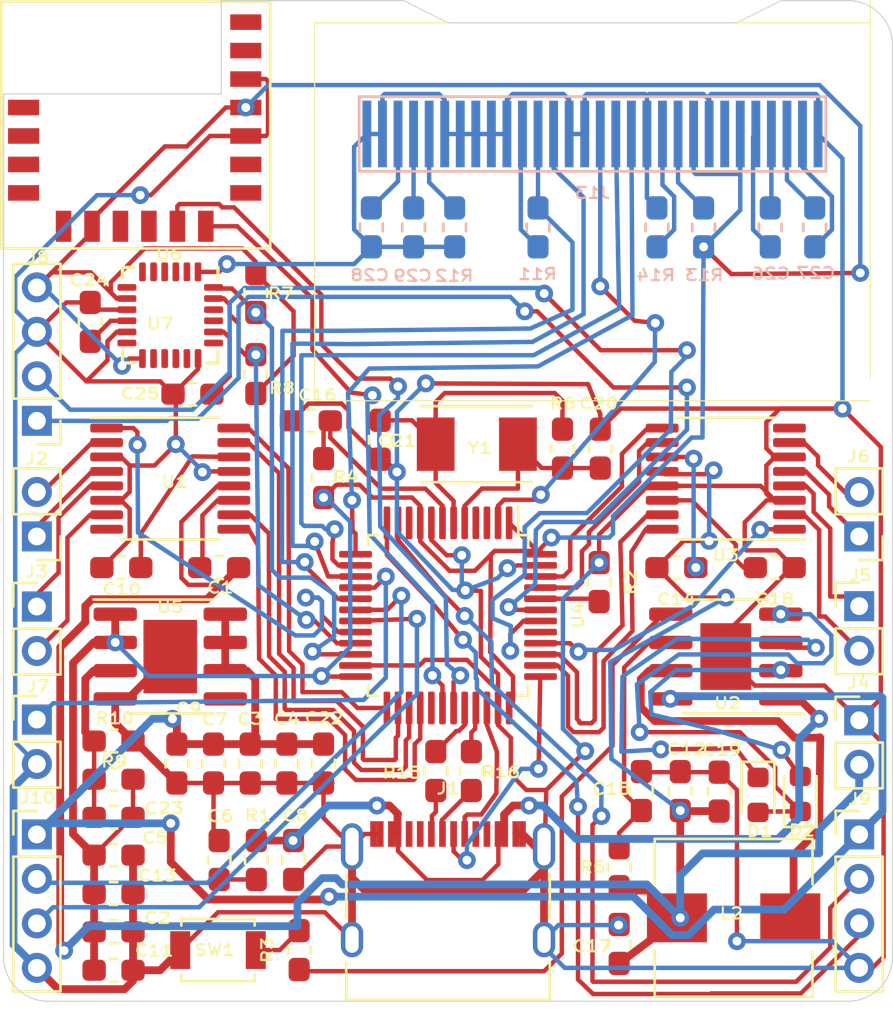
<source format=kicad_pcb>
(kicad_pcb (version 20171130) (host pcbnew "(5.1.6-0-10_14)")
  (layers (0 F.Cu signal) (31 B.Cu signal) (34 B.Paste user) (35 F.Paste user) (36 B.SilkS user) (37 F.SilkS user) (38 B.Mask user) (39 F.Mask user) (44 Edge.Cuts user))
  (net 0 "")
  (net 1 "Net-(C1-Pad1)")
  (net 2 Earth)
  (net 3 /+3.3V)
  (net 4 "Net-(C6-Pad1)")
  (net 5 "Net-(C10-Pad2)")
  (net 6 "Net-(C14-Pad1)")
  (net 7 "Net-(C15-Pad1)")
  (net 8 /RESET)
  (net 9 "Net-(C18-Pad2)")
  (net 10 "Net-(C20-Pad1)")
  (net 11 "Net-(C23-Pad2)")
  (net 12 "Net-(C24-Pad1)")
  (net 13 "Net-(C25-Pad1)")
  (net 14 "Net-(C26-Pad2)")
  (net 15 "Net-(C26-Pad1)")
  (net 16 "Net-(C27-Pad2)")
  (net 17 "Net-(C27-Pad1)")
  (net 18 "Net-(C28-Pad2)")
  (net 19 "Net-(C29-Pad2)")
  (net 20 "Net-(D1-Pad2)")
  (net 21 "Net-(D1-Pad1)")
  (net 22 "Net-(D2-Pad1)")
  (net 23 /SWCLK)
  (net 24 /SWIO)
  (net 25 "Net-(J2-Pad2)")
  (net 26 "Net-(J2-Pad1)")
  (net 27 "Net-(J3-Pad2)")
  (net 28 "Net-(J3-Pad1)")
  (net 29 "Net-(J5-Pad2)")
  (net 30 "Net-(J5-Pad1)")
  (net 31 "Net-(J6-Pad2)")
  (net 32 "Net-(J6-Pad1)")
  (net 33 /LED1)
  (net 34 /VL53_SCL)
  (net 35 /VL53_SDA)
  (net 36 /PWM1_T2C2)
  (net 37 /PWM2_T2C3)
  (net 38 /PWM3_T3C3)
  (net 39 /PWM4_T3C4)
  (net 40 "Net-(L2-Pad1)")
  (net 41 /BOOT0)
  (net 42 "Net-(R3-Pad2)")
  (net 43 "Net-(R3-Pad1)")
  (net 44 /MPU_SDA)
  (net 45 /MPU_SCL)
  (net 46 "Net-(J13-Pad20)")
  (net 47 /OLED_MOSI)
  (net 48 "Net-(J13-Pad26)")
  (net 49 "Net-(J13-Pad10)")
  (net 50 "Net-(J13-Pad11)")
  (net 51 /AIN1)
  (net 52 /AIN2)
  (net 53 /BIN2)
  (net 54 /BIN1)
  (net 55 "Net-(U1-Pad8)")
  (net 56 /CIN1)
  (net 57 /CIN2)
  (net 58 /DIN2)
  (net 59 /DIN1)
  (net 60 "Net-(U3-Pad8)")
  (net 61 /BLE_TX)
  (net 62 /BLE_RX)
  (net 63 /OLED_DC)
  (net 64 /OLED_SCK)
  (net 65 /OLED_RES)
  (net 66 /OLED_CS)
  (net 67 "Net-(U4-Pad10)")
  (net 68 "Net-(U4-Pad4)")
  (net 69 "Net-(U4-Pad3)")
  (net 70 "Net-(U5-Pad5)")
  (net 71 "Net-(U6-Pad12)")
  (net 72 "Net-(U6-Pad7)")
  (net 73 "Net-(U6-Pad6)")
  (net 74 "Net-(U7-Pad4)")
  (net 75 "Net-(U7-Pad3)")
  (net 76 "Net-(U7-Pad2)")
  (net 77 "Net-(U7-Pad8)")
  (net 78 "Net-(U7-Pad7)")
  (net 79 "Net-(U7-Pad11)")
  (net 80 "Net-(U7-Pad12)")
  (net 81 "Net-(U7-Pad16)")
  (net 82 "Net-(U7-Pad5)")
  (net 83 "Net-(U7-Pad1)")
  (net 84 "Net-(U7-Pad17)")
  (net 85 +5V)
  (net 86 VBUS)
  (net 87 "Net-(J1-PadB8)")
  (net 88 "Net-(J1-PadA5)")
  (net 89 "Net-(J1-PadA8)")
  (net 90 "Net-(J1-PadB5)")
  (net 91 +BATT)
  (net 92 "Net-(J13-Pad7)")
  (net 93 /DRV_SLEEP2)
  (net 94 /DRV_SLEEP1)
  (net 95 "Net-(C21-Pad1)")
  (net 96 /USB_IN-)
  (net 97 /USB_IN+)
  (net 98 /USB-)
  (net 99 /USB+)
  (net 100 "Net-(U4-Pad41)")
  (net 101 "Net-(U4-Pad29)")
  (module Connector_PinHeader_2.00mm:PinHeader_1x04_P2.00mm_Vertical (layer F.Cu) (at 101.5 137.5)
    (fp_text reference J10 (at 0.025 -1.65) (layer F.SilkS) (effects (font (size 0.5 0.6) (thickness 0.1))))
    (fp_text value Conn_01x04_Male)
    (pad 4 thru_hole oval (at 0 6) (size 1.35 1.35) (drill 0.8) (layers *.Cu *.Mask) (net 2 Earth))
    (pad 3 thru_hole oval (at 0 4) (size 1.35 1.35) (drill 0.8) (layers *.Cu *.Mask) (net 39 /PWM4_T3C4))
    (pad 2 thru_hole oval (at 0 2) (size 1.35 1.35) (drill 0.8) (layers *.Cu *.Mask) (net 38 /PWM3_T3C3))
    (pad 1 thru_hole rect (at 0 0) (size 1.35 1.35) (drill 0.8) (layers *.Cu *.Mask) (net 85 +5V))
  )
  (module Connector_PinHeader_2.00mm:PinHeader_1x04_P2.00mm_Vertical (layer F.Cu) (at 138.5 137.5)
    (fp_text reference J9 (at 0.025 -1.6) (layer F.SilkS) (effects (font (size 0.5 0.6) (thickness 0.1))))
    (fp_text value Conn_01x04_Male)
    (pad 4 thru_hole oval (at 0 6) (size 1.35 1.35) (drill 0.8) (layers *.Cu *.Mask) (net 2 Earth))
    (pad 3 thru_hole oval (at 0 4) (size 1.35 1.35) (drill 0.8) (layers *.Cu *.Mask) (net 37 /PWM2_T2C3))
    (pad 2 thru_hole oval (at 0 2) (size 1.35 1.35) (drill 0.8) (layers *.Cu *.Mask) (net 36 /PWM1_T2C2))
    (pad 1 thru_hole rect (at 0 0) (size 1.35 1.35) (drill 0.8) (layers *.Cu *.Mask) (net 85 +5V))
  )
  (module Connector_PinHeader_2.00mm:PinHeader_1x02_P2.00mm_Vertical (layer F.Cu) (at 101.5 127.25)
    (fp_text reference J3 (at 0 -1.575) (layer F.SilkS) (effects (font (size 0.5 0.6) (thickness 0.1))))
    (fp_text value Conn_01x02_Male)
    (pad 2 thru_hole oval (at 0 2) (size 1.35 1.35) (drill 0.8) (layers *.Cu *.Mask) (net 27 "Net-(J3-Pad2)"))
    (pad 1 thru_hole rect (at 0 0) (size 1.35 1.35) (drill 0.8) (layers *.Cu *.Mask) (net 28 "Net-(J3-Pad1)"))
  )
  (module Connector_PinHeader_2.00mm:PinHeader_1x02_P2.00mm_Vertical (layer F.Cu) (at 101.5 124.1 180)
    (fp_text reference J2 (at 0 3.5) (layer F.SilkS) (effects (font (size 0.5 0.6) (thickness 0.1))))
    (fp_text value Conn_01x02_Male)
    (pad 2 thru_hole oval (at 0 2 180) (size 1.35 1.35) (drill 0.8) (layers *.Cu *.Mask) (net 25 "Net-(J2-Pad2)"))
    (pad 1 thru_hole rect (at 0 0 180) (size 1.35 1.35) (drill 0.8) (layers *.Cu *.Mask) (net 26 "Net-(J2-Pad1)"))
  )
  (module Connector_FFC-FPC:FPC_1x30-0.7mm (layer B.Cu) (at 126.5 106 180)
    (fp_text reference J13 (at 0 -2.65) (layer B.SilkS) (effects (font (size 0.5 0.6) (thickness 0.1)) (justify mirror)))
    (fp_text value Conn_01x30_Male)
    (pad 0 smd rect (at -11.75 -1.3 180) (size 0 0) (layers B.Cu B.Paste B.Mask))
    (pad 30 smd rect (at 10.15 0 180) (size 0.4 3) (layers B.Cu B.Paste B.Mask) (net 2 Earth))
    (pad 29 smd rect (at 9.45 0 180) (size 0.4 3) (layers B.Cu B.Paste B.Mask) (net 2 Earth))
    (pad 28 smd rect (at 8.75 0 180) (size 0.4 3) (layers B.Cu B.Paste B.Mask) (net 18 "Net-(C28-Pad2)"))
    (pad 27 smd rect (at 8.05 0 180) (size 0.4 3) (layers B.Cu B.Paste B.Mask) (net 19 "Net-(C29-Pad2)"))
    (pad 26 smd rect (at 7.35 0 180) (size 0.4 3) (layers B.Cu B.Paste B.Mask) (net 48 "Net-(J13-Pad26)"))
    (pad 25 smd rect (at 6.65 0 180) (size 0.4 3) (layers B.Cu B.Paste B.Mask) (net 2 Earth))
    (pad 24 smd rect (at 5.95 0 180) (size 0.4 3) (layers B.Cu B.Paste B.Mask) (net 2 Earth))
    (pad 23 smd rect (at 5.25 0 180) (size 0.4 3) (layers B.Cu B.Paste B.Mask) (net 2 Earth))
    (pad 22 smd rect (at 4.55 0 180) (size 0.4 3) (layers B.Cu B.Paste B.Mask) (net 2 Earth))
    (pad 21 smd rect (at 3.85 0 180) (size 0.4 3) (layers B.Cu B.Paste B.Mask) (net 2 Earth))
    (pad 20 smd rect (at 3.15 0 180) (size 0.4 3) (layers B.Cu B.Paste B.Mask) (net 46 "Net-(J13-Pad20)"))
    (pad 19 smd rect (at 2.45 0 180) (size 0.4 3) (layers B.Cu B.Paste B.Mask) (net 47 /OLED_MOSI))
    (pad 18 smd rect (at 1.75 0 180) (size 0.4 3) (layers B.Cu B.Paste B.Mask) (net 64 /OLED_SCK))
    (pad 17 smd rect (at 1.05 0 180) (size 0.4 3) (layers B.Cu B.Paste B.Mask) (net 2 Earth))
    (pad 16 smd rect (at 0.35 0 180) (size 0.4 3) (layers B.Cu B.Paste B.Mask) (net 2 Earth))
    (pad 15 smd rect (at -0.35 0 180) (size 0.4 3) (layers B.Cu B.Paste B.Mask) (net 63 /OLED_DC))
    (pad 14 smd rect (at -1.05 0 180) (size 0.4 3) (layers B.Cu B.Paste B.Mask) (net 65 /OLED_RES))
    (pad 13 smd rect (at -1.75 0 180) (size 0.4 3) (layers B.Cu B.Paste B.Mask) (net 66 /OLED_CS))
    (pad 12 smd rect (at -2.45 0 180) (size 0.4 3) (layers B.Cu B.Paste B.Mask) (net 2 Earth))
    (pad 11 smd rect (at -3.15 0 180) (size 0.4 3) (layers B.Cu B.Paste B.Mask) (net 50 "Net-(J13-Pad11)"))
    (pad 10 smd rect (at -3.85 0 180) (size 0.4 3) (layers B.Cu B.Paste B.Mask) (net 49 "Net-(J13-Pad10)"))
    (pad 9 smd rect (at -4.55 0 180) (size 0.4 3) (layers B.Cu B.Paste B.Mask) (net 3 /+3.3V))
    (pad 8 smd rect (at -5.25 0 180) (size 0.4 3) (layers B.Cu B.Paste B.Mask) (net 2 Earth))
    (pad 7 smd rect (at -5.95 0 180) (size 0.4 3) (layers B.Cu B.Paste B.Mask) (net 92 "Net-(J13-Pad7)"))
    (pad 6 smd rect (at -6.65 0 180) (size 0.4 3) (layers B.Cu B.Paste B.Mask) (net 3 /+3.3V))
    (pad 5 smd rect (at -7.35 0 180) (size 0.4 3) (layers B.Cu B.Paste B.Mask) (net 17 "Net-(C27-Pad1)"))
    (pad 4 smd rect (at -8.05 0 180) (size 0.4 3) (layers B.Cu B.Paste B.Mask) (net 16 "Net-(C27-Pad2)"))
    (pad 3 smd rect (at -8.75 0 180) (size 0.4 3) (layers B.Cu B.Paste B.Mask) (net 15 "Net-(C26-Pad1)"))
    (pad 2 smd rect (at -9.45 0 180) (size 0.4 3) (layers B.Cu B.Paste B.Mask) (net 14 "Net-(C26-Pad2)"))
    (pad 1 smd rect (at -10.15 0 180) (size 0.4 3) (layers B.Cu B.Paste B.Mask) (net 2 Earth))
  )
  (module Connector_PinHeader_2.00mm:PinHeader_1x02_P2.00mm_Vertical (layer F.Cu) (at 101.5 132.333332)
    (fp_text reference J7 (at 0.05 -1.483332) (layer F.SilkS) (effects (font (size 0.5 0.6) (thickness 0.1))))
    (fp_text value Conn_01x02_Male)
    (pad 2 thru_hole oval (at 0 2) (size 1.35 1.35) (drill 0.8) (layers *.Cu *.Mask) (net 2 Earth))
    (pad 1 thru_hole rect (at 0 0) (size 1.35 1.35) (drill 0.8) (layers *.Cu *.Mask) (net 33 /LED1))
  )
  (module Crystal:Crystal_SMD_TXC_7A-2Pin_5x3.2mm (layer F.Cu) (at 121.294666 119.95 180)
    (fp_text reference Y1 (at -0.130334 -0.175) (layer F.SilkS) (effects (font (size 0.5 0.6) (thickness 0.1))))
    (fp_text value 8MHz)
    (pad 2 smd rect (at 1.85 0 180) (size 1.7 2.4) (layers F.Cu F.Paste F.Mask) (net 95 "Net-(C21-Pad1)"))
    (pad 1 smd rect (at -1.85 0 180) (size 1.7 2.4) (layers F.Cu F.Paste F.Mask) (net 10 "Net-(C20-Pad1)"))
  )
  (module RF:WH-BLE103 (layer F.Cu) (at 109.9 115.15)
    (fp_text reference U7 (at -2.85 -0.62 180) (layer F.SilkS) (effects (font (size 0.5 0.6) (thickness 0.1))))
    (fp_text value WH-BLE103)
    (pad 4 smd rect (at -9 -6.5) (size 1.4 0.7) (layers F.Cu F.Paste F.Mask) (net 74 "Net-(U7-Pad4)"))
    (pad 3 smd rect (at -9 -7.78) (size 1.4 0.7) (layers F.Cu F.Paste F.Mask) (net 75 "Net-(U7-Pad3)"))
    (pad 2 smd rect (at -9 -9.06) (size 1.4 0.7) (layers F.Cu F.Paste F.Mask) (net 76 "Net-(U7-Pad2)"))
    (pad 10 smd rect (at -0.8 -5 90) (size 1.4 0.7) (layers F.Cu F.Paste F.Mask) (net 62 /BLE_RX))
    (pad 9 smd rect (at -2.08 -5 90) (size 1.4 0.7) (layers F.Cu F.Paste F.Mask) (net 61 /BLE_TX))
    (pad 8 smd rect (at -3.36 -5 90) (size 1.4 0.7) (layers F.Cu F.Paste F.Mask) (net 77 "Net-(U7-Pad8)"))
    (pad 7 smd rect (at -4.64 -5 90) (size 1.4 0.7) (layers F.Cu F.Paste F.Mask) (net 78 "Net-(U7-Pad7)"))
    (pad 6 smd rect (at -5.92 -5 90) (size 1.4 0.7) (layers F.Cu F.Paste F.Mask) (net 3 /+3.3V))
    (pad 11 smd rect (at 1 -6.5) (size 1.4 0.7) (layers F.Cu F.Paste F.Mask) (net 79 "Net-(U7-Pad11)"))
    (pad 12 smd rect (at 1 -7.78) (size 1.4 0.7) (layers F.Cu F.Paste F.Mask) (net 80 "Net-(U7-Pad12)"))
    (pad 13 smd rect (at 1 -9.06) (size 1.4 0.7) (layers F.Cu F.Paste F.Mask) (net 2 Earth))
    (pad 14 smd rect (at 1 -10.34) (size 1.4 0.7) (layers F.Cu F.Paste F.Mask) (net 3 /+3.3V))
    (pad 15 smd rect (at 1 -11.62) (size 1.4 0.7) (layers F.Cu F.Paste F.Mask) (net 2 Earth))
    (pad 16 smd rect (at 1 -12.9) (size 1.4 0.7) (layers F.Cu F.Paste F.Mask) (net 81 "Net-(U7-Pad16)"))
    (pad 5 smd rect (at -7.2 -5 90) (size 1.4 0.7) (layers F.Cu F.Paste F.Mask) (net 82 "Net-(U7-Pad5)"))
    (pad 1 smd rect (at -9 -10.34) (size 1.4 0.7) (layers F.Cu F.Paste F.Mask) (net 83 "Net-(U7-Pad1)"))
    (pad 17 smd rect (at 1 -14.18) (size 1.4 0.7) (layers F.Cu F.Paste F.Mask) (net 84 "Net-(U7-Pad17)"))
  )
  (module Sensor_Motion:InvenSense_QFN-24_4x4mm_P0.5mm (layer F.Cu) (at 107.5 114.15 270)
    (fp_text reference U6 (at -2.725 0.05 180) (layer F.SilkS) (effects (font (size 0.5 0.6) (thickness 0.1))))
    (fp_text value MPU-6050)
    (pad 24 smd roundrect (at -1.25 -1.95) (size 0.85 0.3) (layers F.Cu F.Paste F.Mask) (net 44 /MPU_SDA))
    (pad 23 smd roundrect (at -0.75 -1.95) (size 0.85 0.3) (layers F.Cu F.Paste F.Mask) (net 45 /MPU_SCL))
    (pad 22 smd roundrect (at -0.25 -1.95) (size 0.85 0.3) (layers F.Cu F.Paste F.Mask))
    (pad 21 smd roundrect (at 0.25 -1.95) (size 0.85 0.3) (layers F.Cu F.Paste F.Mask))
    (pad 20 smd roundrect (at 0.75 -1.95) (size 0.85 0.3) (layers F.Cu F.Paste F.Mask) (net 13 "Net-(C25-Pad1)"))
    (pad 19 smd roundrect (at 1.25 -1.95) (size 0.85 0.3) (layers F.Cu F.Paste F.Mask))
    (pad 18 smd roundrect (at 1.95 -1.25 270) (size 0.85 0.3) (layers F.Cu F.Paste F.Mask) (net 2 Earth))
    (pad 17 smd roundrect (at 1.95 -0.75 270) (size 0.85 0.3) (layers F.Cu F.Paste F.Mask))
    (pad 16 smd roundrect (at 1.95 -0.25 270) (size 0.85 0.3) (layers F.Cu F.Paste F.Mask))
    (pad 15 smd roundrect (at 1.95 0.25 270) (size 0.85 0.3) (layers F.Cu F.Paste F.Mask))
    (pad 14 smd roundrect (at 1.95 0.75 270) (size 0.85 0.3) (layers F.Cu F.Paste F.Mask))
    (pad 13 smd roundrect (at 1.95 1.25 270) (size 0.85 0.3) (layers F.Cu F.Paste F.Mask) (net 3 /+3.3V))
    (pad 12 smd roundrect (at 1.25 1.95) (size 0.85 0.3) (layers F.Cu F.Paste F.Mask) (net 71 "Net-(U6-Pad12)"))
    (pad 11 smd roundrect (at 0.75 1.95) (size 0.85 0.3) (layers F.Cu F.Paste F.Mask) (net 2 Earth))
    (pad 10 smd roundrect (at 0.25 1.95) (size 0.85 0.3) (layers F.Cu F.Paste F.Mask) (net 12 "Net-(C24-Pad1)"))
    (pad 9 smd roundrect (at -0.25 1.95) (size 0.85 0.3) (layers F.Cu F.Paste F.Mask) (net 2 Earth))
    (pad 8 smd roundrect (at -0.75 1.95) (size 0.85 0.3) (layers F.Cu F.Paste F.Mask) (net 3 /+3.3V))
    (pad 7 smd roundrect (at -1.25 1.95) (size 0.85 0.3) (layers F.Cu F.Paste F.Mask) (net 72 "Net-(U6-Pad7)"))
    (pad 6 smd roundrect (at -1.95 1.25 270) (size 0.85 0.3) (layers F.Cu F.Paste F.Mask) (net 73 "Net-(U6-Pad6)"))
    (pad 5 smd roundrect (at -1.95 0.75 270) (size 0.85 0.3) (layers F.Cu F.Paste F.Mask))
    (pad 4 smd roundrect (at -1.95 0.25 270) (size 0.85 0.3) (layers F.Cu F.Paste F.Mask))
    (pad 3 smd roundrect (at -1.95 -0.25 270) (size 0.85 0.3) (layers F.Cu F.Paste F.Mask))
    (pad 2 smd roundrect (at -1.95 -0.75 270) (size 0.85 0.3) (layers F.Cu F.Paste F.Mask))
    (pad 1 smd roundrect (at -1.95 -1.25 270) (size 0.85 0.3) (layers F.Cu F.Paste F.Mask) (net 2 Earth))
  )
  (module Package_SO:SOIC-8-1EP_3.9x4.9mm_P1.27mm_EP2.41x3.3mm (layer F.Cu) (at 107.5 129.5)
    (fp_text reference U5 (at 0 -2.225) (layer F.SilkS) (effects (font (size 0.5 0.6) (thickness 0.1))))
    (fp_text value MP20045)
    (pad 9 smd rect (at 0 0) (size 2.41 3.3) (layers F.Cu F.Mask) (net 2 Earth))
    (pad 8 smd roundrect (at 2.475 -1.905) (size 1.95 0.6) (layers F.Cu F.Paste F.Mask) (net 85 +5V))
    (pad 7 smd roundrect (at 2.475 -0.635) (size 1.95 0.6) (layers F.Cu F.Paste F.Mask) (net 85 +5V))
    (pad 6 smd roundrect (at 2.475 0.635) (size 1.95 0.6) (layers F.Cu F.Paste F.Mask) (net 85 +5V))
    (pad 5 smd roundrect (at 2.475 1.905) (size 1.95 0.6) (layers F.Cu F.Paste F.Mask) (net 70 "Net-(U5-Pad5)"))
    (pad 4 smd roundrect (at -2.475 1.905) (size 1.95 0.6) (layers F.Cu F.Paste F.Mask) (net 2 Earth))
    (pad 3 smd roundrect (at -2.475 0.635) (size 1.95 0.6) (layers F.Cu F.Paste F.Mask) (net 11 "Net-(C23-Pad2)"))
    (pad 2 smd roundrect (at -2.475 -0.635) (size 1.95 0.6) (layers F.Cu F.Paste F.Mask) (net 3 /+3.3V))
    (pad 1 smd roundrect (at -2.475 -1.905) (size 1.95 0.6) (layers F.Cu F.Paste F.Mask) (net 3 /+3.3V))
  )
  (module Package_QFP:LQFP-48_7x7mm_P0.5mm (layer F.Cu) (at 120 127.65 270)
    (fp_text reference U4 (at 0 -5.85 90) (layer F.SilkS) (effects (font (size 0.5 0.6) (thickness 0.1))))
    (fp_text value STM32F103C8Tx)
    (pad 48 smd roundrect (at -2.75 -4.1625 270) (size 0.3 1.475) (layers F.Cu F.Paste F.Mask) (net 3 /+3.3V))
    (pad 47 smd roundrect (at -2.25 -4.1625 270) (size 0.3 1.475) (layers F.Cu F.Paste F.Mask) (net 2 Earth))
    (pad 46 smd roundrect (at -1.75 -4.1625 270) (size 0.3 1.475) (layers F.Cu F.Paste F.Mask) (net 59 /DIN1))
    (pad 45 smd roundrect (at -1.25 -4.1625 270) (size 0.3 1.475) (layers F.Cu F.Paste F.Mask) (net 58 /DIN2))
    (pad 44 smd roundrect (at -0.75 -4.1625 270) (size 0.3 1.475) (layers F.Cu F.Paste F.Mask) (net 41 /BOOT0))
    (pad 43 smd roundrect (at -0.25 -4.1625 270) (size 0.3 1.475) (layers F.Cu F.Paste F.Mask) (net 35 /VL53_SDA))
    (pad 42 smd roundrect (at 0.25 -4.1625 270) (size 0.3 1.475) (layers F.Cu F.Paste F.Mask) (net 34 /VL53_SCL))
    (pad 41 smd roundrect (at 0.75 -4.1625 270) (size 0.3 1.475) (layers F.Cu F.Paste F.Mask) (net 100 "Net-(U4-Pad41)"))
    (pad 40 smd roundrect (at 1.25 -4.1625 270) (size 0.3 1.475) (layers F.Cu F.Paste F.Mask) (net 94 /DRV_SLEEP1))
    (pad 39 smd roundrect (at 1.75 -4.1625 270) (size 0.3 1.475) (layers F.Cu F.Paste F.Mask) (net 57 /CIN2))
    (pad 38 smd roundrect (at 2.25 -4.1625 270) (size 0.3 1.475) (layers F.Cu F.Paste F.Mask) (net 56 /CIN1))
    (pad 37 smd roundrect (at 2.75 -4.1625 270) (size 0.3 1.475) (layers F.Cu F.Paste F.Mask) (net 23 /SWCLK))
    (pad 36 smd roundrect (at 4.1625 -2.75 270) (size 1.475 0.3) (layers F.Cu F.Paste F.Mask) (net 3 /+3.3V))
    (pad 35 smd roundrect (at 4.1625 -2.25 270) (size 1.475 0.3) (layers F.Cu F.Paste F.Mask) (net 2 Earth))
    (pad 34 smd roundrect (at 4.1625 -1.75 270) (size 1.475 0.3) (layers F.Cu F.Paste F.Mask) (net 24 /SWIO))
    (pad 33 smd roundrect (at 4.1625 -1.25 270) (size 1.475 0.3) (layers F.Cu F.Paste F.Mask) (net 99 /USB+))
    (pad 32 smd roundrect (at 4.1625 -0.75 270) (size 1.475 0.3) (layers F.Cu F.Paste F.Mask) (net 98 /USB-))
    (pad 31 smd roundrect (at 4.1625 -0.25 270) (size 1.475 0.3) (layers F.Cu F.Paste F.Mask) (net 61 /BLE_TX))
    (pad 30 smd roundrect (at 4.1625 0.25 270) (size 1.475 0.3) (layers F.Cu F.Paste F.Mask) (net 62 /BLE_RX))
    (pad 29 smd roundrect (at 4.1625 0.75 270) (size 1.475 0.3) (layers F.Cu F.Paste F.Mask) (net 101 "Net-(U4-Pad29)"))
    (pad 28 smd roundrect (at 4.1625 1.25 270) (size 1.475 0.3) (layers F.Cu F.Paste F.Mask) (net 54 /BIN1))
    (pad 27 smd roundrect (at 4.1625 1.75 270) (size 1.475 0.3) (layers F.Cu F.Paste F.Mask) (net 53 /BIN2))
    (pad 26 smd roundrect (at 4.1625 2.25 270) (size 1.475 0.3) (layers F.Cu F.Paste F.Mask) (net 52 /AIN2))
    (pad 25 smd roundrect (at 4.1625 2.75 270) (size 1.475 0.3) (layers F.Cu F.Paste F.Mask) (net 51 /AIN1))
    (pad 24 smd roundrect (at 2.75 4.1625 270) (size 0.3 1.475) (layers F.Cu F.Paste F.Mask) (net 3 /+3.3V))
    (pad 23 smd roundrect (at 2.25 4.1625 270) (size 0.3 1.475) (layers F.Cu F.Paste F.Mask) (net 2 Earth))
    (pad 22 smd roundrect (at 1.75 4.1625 270) (size 0.3 1.475) (layers F.Cu F.Paste F.Mask) (net 44 /MPU_SDA))
    (pad 21 smd roundrect (at 1.25 4.1625 270) (size 0.3 1.475) (layers F.Cu F.Paste F.Mask) (net 45 /MPU_SCL))
    (pad 20 smd roundrect (at 0.75 4.1625 270) (size 0.3 1.475) (layers F.Cu F.Paste F.Mask) (net 93 /DRV_SLEEP2))
    (pad 19 smd roundrect (at 0.25 4.1625 270) (size 0.3 1.475) (layers F.Cu F.Paste F.Mask) (net 39 /PWM4_T3C4))
    (pad 18 smd roundrect (at -0.25 4.1625 270) (size 0.3 1.475) (layers F.Cu F.Paste F.Mask) (net 38 /PWM3_T3C3))
    (pad 17 smd roundrect (at -0.75 4.1625 270) (size 0.3 1.475) (layers F.Cu F.Paste F.Mask) (net 47 /OLED_MOSI))
    (pad 16 smd roundrect (at -1.25 4.1625 270) (size 0.3 1.475) (layers F.Cu F.Paste F.Mask) (net 33 /LED1))
    (pad 15 smd roundrect (at -1.75 4.1625 270) (size 0.3 1.475) (layers F.Cu F.Paste F.Mask) (net 64 /OLED_SCK))
    (pad 14 smd roundrect (at -2.25 4.1625 270) (size 0.3 1.475) (layers F.Cu F.Paste F.Mask) (net 65 /OLED_RES))
    (pad 13 smd roundrect (at -2.75 4.1625 270) (size 0.3 1.475) (layers F.Cu F.Paste F.Mask) (net 66 /OLED_CS))
    (pad 12 smd roundrect (at -4.1625 2.75 270) (size 1.475 0.3) (layers F.Cu F.Paste F.Mask) (net 37 /PWM2_T2C3))
    (pad 11 smd roundrect (at -4.1625 2.25 270) (size 1.475 0.3) (layers F.Cu F.Paste F.Mask) (net 36 /PWM1_T2C2))
    (pad 10 smd roundrect (at -4.1625 1.75 270) (size 1.475 0.3) (layers F.Cu F.Paste F.Mask) (net 67 "Net-(U4-Pad10)"))
    (pad 9 smd roundrect (at -4.1625 1.25 270) (size 1.475 0.3) (layers F.Cu F.Paste F.Mask) (net 3 /+3.3V))
    (pad 8 smd roundrect (at -4.1625 0.75 270) (size 1.475 0.3) (layers F.Cu F.Paste F.Mask) (net 2 Earth))
    (pad 7 smd roundrect (at -4.1625 0.25 270) (size 1.475 0.3) (layers F.Cu F.Paste F.Mask) (net 8 /RESET))
    (pad 6 smd roundrect (at -4.1625 -0.25 270) (size 1.475 0.3) (layers F.Cu F.Paste F.Mask) (net 95 "Net-(C21-Pad1)"))
    (pad 5 smd roundrect (at -4.1625 -0.75 270) (size 1.475 0.3) (layers F.Cu F.Paste F.Mask) (net 10 "Net-(C20-Pad1)"))
    (pad 4 smd roundrect (at -4.1625 -1.25 270) (size 1.475 0.3) (layers F.Cu F.Paste F.Mask) (net 68 "Net-(U4-Pad4)"))
    (pad 3 smd roundrect (at -4.1625 -1.75 270) (size 1.475 0.3) (layers F.Cu F.Paste F.Mask) (net 69 "Net-(U4-Pad3)"))
    (pad 2 smd roundrect (at -4.1625 -2.25 270) (size 1.475 0.3) (layers F.Cu F.Paste F.Mask) (net 63 /OLED_DC))
    (pad 1 smd roundrect (at -4.1625 -2.75 270) (size 1.475 0.3) (layers F.Cu F.Paste F.Mask) (net 3 /+3.3V))
  )
  (module Package_SO:TSSOP-16_4.4x5mm_P0.65mm (layer F.Cu) (at 132.5 121.5 180)
    (fp_text reference U3 (at 0 -3.45) (layer F.SilkS) (effects (font (size 0.5 0.6) (thickness 0.1))))
    (fp_text value DRV8833PW)
    (pad 16 smd roundrect (at 2.8625 -2.275 180) (size 1.475 0.4) (layers F.Cu F.Paste F.Mask) (net 56 /CIN1))
    (pad 15 smd roundrect (at 2.8625 -1.625 180) (size 1.475 0.4) (layers F.Cu F.Paste F.Mask) (net 57 /CIN2))
    (pad 14 smd roundrect (at 2.8625 -0.975 180) (size 1.475 0.4) (layers F.Cu F.Paste F.Mask) (net 9 "Net-(C18-Pad2)"))
    (pad 13 smd roundrect (at 2.8625 -0.325 180) (size 1.475 0.4) (layers F.Cu F.Paste F.Mask) (net 2 Earth))
    (pad 12 smd roundrect (at 2.8625 0.325 180) (size 1.475 0.4) (layers F.Cu F.Paste F.Mask) (net 91 +BATT))
    (pad 11 smd roundrect (at 2.8625 0.975 180) (size 1.475 0.4) (layers F.Cu F.Paste F.Mask) (net 6 "Net-(C14-Pad1)"))
    (pad 10 smd roundrect (at 2.8625 1.625 180) (size 1.475 0.4) (layers F.Cu F.Paste F.Mask) (net 58 /DIN2))
    (pad 9 smd roundrect (at 2.8625 2.275 180) (size 1.475 0.4) (layers F.Cu F.Paste F.Mask) (net 59 /DIN1))
    (pad 8 smd roundrect (at -2.8625 2.275 180) (size 1.475 0.4) (layers F.Cu F.Paste F.Mask) (net 60 "Net-(U3-Pad8)"))
    (pad 7 smd roundrect (at -2.8625 1.625 180) (size 1.475 0.4) (layers F.Cu F.Paste F.Mask) (net 31 "Net-(J6-Pad2)"))
    (pad 6 smd roundrect (at -2.8625 0.975 180) (size 1.475 0.4) (layers F.Cu F.Paste F.Mask) (net 2 Earth))
    (pad 5 smd roundrect (at -2.8625 0.325 180) (size 1.475 0.4) (layers F.Cu F.Paste F.Mask) (net 32 "Net-(J6-Pad1)"))
    (pad 4 smd roundrect (at -2.8625 -0.325 180) (size 1.475 0.4) (layers F.Cu F.Paste F.Mask) (net 30 "Net-(J5-Pad1)"))
    (pad 3 smd roundrect (at -2.8625 -0.975 180) (size 1.475 0.4) (layers F.Cu F.Paste F.Mask) (net 2 Earth))
    (pad 2 smd roundrect (at -2.8625 -1.625 180) (size 1.475 0.4) (layers F.Cu F.Paste F.Mask) (net 29 "Net-(J5-Pad2)"))
    (pad 1 smd roundrect (at -2.8625 -2.275 180) (size 1.475 0.4) (layers F.Cu F.Paste F.Mask) (net 94 /DRV_SLEEP1))
  )
  (module Package_SO:SOIC-8-1EP_3.9x4.9mm_P1.27mm_EP2.29x3mm (layer F.Cu) (at 132.5 129.5 180)
    (fp_text reference U2 (at -0.075 -2.1) (layer F.SilkS) (effects (font (size 0.5 0.6) (thickness 0.1))))
    (fp_text value IP5306)
    (pad 9 smd rect (at 0 0 180) (size 2.29 3) (layers F.Cu F.Mask) (net 2 Earth))
    (pad 8 smd roundrect (at 2.475 -1.905 180) (size 1.95 0.6) (layers F.Cu F.Paste F.Mask) (net 85 +5V))
    (pad 7 smd roundrect (at 2.475 -0.635 180) (size 1.95 0.6) (layers F.Cu F.Paste F.Mask) (net 40 "Net-(L2-Pad1)"))
    (pad 6 smd roundrect (at 2.475 0.635 180) (size 1.95 0.6) (layers F.Cu F.Paste F.Mask) (net 7 "Net-(C15-Pad1)"))
    (pad 5 smd roundrect (at 2.475 1.905 180) (size 1.95 0.6) (layers F.Cu F.Paste F.Mask) (net 43 "Net-(R3-Pad1)"))
    (pad 4 smd roundrect (at -2.475 1.905 180) (size 1.95 0.6) (layers F.Cu F.Paste F.Mask) (net 21 "Net-(D1-Pad1)"))
    (pad 3 smd roundrect (at -2.475 0.635 180) (size 1.95 0.6) (layers F.Cu F.Paste F.Mask) (net 22 "Net-(D2-Pad1)"))
    (pad 2 smd roundrect (at -2.475 -0.635 180) (size 1.95 0.6) (layers F.Cu F.Paste F.Mask) (net 20 "Net-(D1-Pad2)"))
    (pad 1 smd roundrect (at -2.475 -1.905 180) (size 1.95 0.6) (layers F.Cu F.Paste F.Mask) (net 86 VBUS))
  )
  (module Package_SO:TSSOP-16_4.4x5mm_P0.65mm (layer F.Cu) (at 107.5 121.5)
    (fp_text reference U1 (at 0.2 0.15) (layer F.SilkS) (effects (font (size 0.5 0.6) (thickness 0.1))))
    (fp_text value DRV8833PW)
    (pad 16 smd roundrect (at 2.8625 -2.275) (size 1.475 0.4) (layers F.Cu F.Paste F.Mask) (net 51 /AIN1))
    (pad 15 smd roundrect (at 2.8625 -1.625) (size 1.475 0.4) (layers F.Cu F.Paste F.Mask) (net 52 /AIN2))
    (pad 14 smd roundrect (at 2.8625 -0.975) (size 1.475 0.4) (layers F.Cu F.Paste F.Mask) (net 5 "Net-(C10-Pad2)"))
    (pad 13 smd roundrect (at 2.8625 -0.325) (size 1.475 0.4) (layers F.Cu F.Paste F.Mask) (net 2 Earth))
    (pad 12 smd roundrect (at 2.8625 0.325) (size 1.475 0.4) (layers F.Cu F.Paste F.Mask) (net 91 +BATT))
    (pad 11 smd roundrect (at 2.8625 0.975) (size 1.475 0.4) (layers F.Cu F.Paste F.Mask) (net 1 "Net-(C1-Pad1)"))
    (pad 10 smd roundrect (at 2.8625 1.625) (size 1.475 0.4) (layers F.Cu F.Paste F.Mask) (net 53 /BIN2))
    (pad 9 smd roundrect (at 2.8625 2.275) (size 1.475 0.4) (layers F.Cu F.Paste F.Mask) (net 54 /BIN1))
    (pad 8 smd roundrect (at -2.8625 2.275) (size 1.475 0.4) (layers F.Cu F.Paste F.Mask) (net 55 "Net-(U1-Pad8)"))
    (pad 7 smd roundrect (at -2.8625 1.625) (size 1.475 0.4) (layers F.Cu F.Paste F.Mask) (net 27 "Net-(J3-Pad2)"))
    (pad 6 smd roundrect (at -2.8625 0.975) (size 1.475 0.4) (layers F.Cu F.Paste F.Mask) (net 2 Earth))
    (pad 5 smd roundrect (at -2.8625 0.325) (size 1.475 0.4) (layers F.Cu F.Paste F.Mask) (net 28 "Net-(J3-Pad1)"))
    (pad 4 smd roundrect (at -2.8625 -0.325) (size 1.475 0.4) (layers F.Cu F.Paste F.Mask) (net 26 "Net-(J2-Pad1)"))
    (pad 3 smd roundrect (at -2.8625 -0.975) (size 1.475 0.4) (layers F.Cu F.Paste F.Mask) (net 2 Earth))
    (pad 2 smd roundrect (at -2.8625 -1.625) (size 1.475 0.4) (layers F.Cu F.Paste F.Mask) (net 25 "Net-(J2-Pad2)"))
    (pad 1 smd roundrect (at -2.8625 -2.275) (size 1.475 0.4) (layers F.Cu F.Paste F.Mask) (net 93 /DRV_SLEEP2))
  )
  (module Button_Switch_SMD:SW_SPST_B3U-1000P (layer F.Cu) (at 109.65 142.7 180)
    (fp_text reference SW1 (at 0.15 0) (layer F.SilkS) (effects (font (size 0.5 0.6) (thickness 0.1))))
    (fp_text value SW_SPST)
    (pad 2 smd rect (at 1.7 0 180) (size 0.9 1.7) (layers F.Cu F.Paste F.Mask) (net 2 Earth))
    (pad 1 smd rect (at -1.7 0 180) (size 0.9 1.7) (layers F.Cu F.Paste F.Mask) (net 42 "Net-(R3-Pad2)"))
  )
  (module Resistor_SMD:R_0603_1608Metric_Pad1.05x0.95mm_HandSolder (layer F.Cu) (at 121.05 134.65 270)
    (fp_text reference R16 (at 0.05 -1.325 180) (layer F.SilkS) (effects (font (size 0.5 0.6) (thickness 0.1))))
    (fp_text value 22R)
    (pad 2 smd roundrect (at 0.875 0 270) (size 1.05 0.95) (layers F.Cu F.Paste F.Mask) (net 97 /USB_IN+))
    (pad 1 smd roundrect (at -0.875 0 270) (size 1.05 0.95) (layers F.Cu F.Paste F.Mask) (net 99 /USB+))
  )
  (module Resistor_SMD:R_0603_1608Metric_Pad1.05x0.95mm_HandSolder (layer F.Cu) (at 119.45 134.65 90)
    (fp_text reference R15 (at -0.075 -1.525 180) (layer F.SilkS) (effects (font (size 0.5 0.6) (thickness 0.1))))
    (fp_text value 22R)
    (pad 2 smd roundrect (at 0.875 0 90) (size 1.05 0.95) (layers F.Cu F.Paste F.Mask) (net 98 /USB-))
    (pad 1 smd roundrect (at -0.875 0 90) (size 1.05 0.95) (layers F.Cu F.Paste F.Mask) (net 96 /USB_IN-))
  )
  (module Resistor_SMD:R_0603_1608Metric_Pad1.05x0.95mm_HandSolder (layer B.Cu) (at 129.4 110.2 270)
    (fp_text reference R14 (at 2.15 0.05) (layer B.SilkS) (effects (font (size 0.5 0.6) (thickness 0.1)) (justify mirror)))
    (fp_text value 4.7K)
    (pad 2 smd roundrect (at 0.875 0 270) (size 1.05 0.95) (layers B.Cu B.Paste B.Mask) (net 50 "Net-(J13-Pad11)"))
    (pad 1 smd roundrect (at -0.875 0 270) (size 1.05 0.95) (layers B.Cu B.Paste B.Mask) (net 2 Earth))
  )
  (module Resistor_SMD:R_0603_1608Metric_Pad1.05x0.95mm_HandSolder (layer B.Cu) (at 131.5 110.2 90)
    (fp_text reference R13 (at -2.15 0.025 180) (layer B.SilkS) (effects (font (size 0.5 0.6) (thickness 0.1)) (justify mirror)))
    (fp_text value 4.7k)
    (pad 2 smd roundrect (at 0.875 0 90) (size 1.05 0.95) (layers B.Cu B.Paste B.Mask) (net 49 "Net-(J13-Pad10)"))
    (pad 1 smd roundrect (at -0.875 0 90) (size 1.05 0.95) (layers B.Cu B.Paste B.Mask) (net 3 /+3.3V))
  )
  (module Resistor_SMD:R_0603_1608Metric_Pad1.05x0.95mm_HandSolder (layer B.Cu) (at 120.3 110.2 90)
    (fp_text reference R12 (at -2.175 -0.025 180) (layer B.SilkS) (effects (font (size 0.5 0.6) (thickness 0.1)) (justify mirror)))
    (fp_text value 910k)
    (pad 2 smd roundrect (at 0.875 0 90) (size 1.05 0.95) (layers B.Cu B.Paste B.Mask) (net 48 "Net-(J13-Pad26)"))
    (pad 1 smd roundrect (at -0.875 0 90) (size 1.05 0.95) (layers B.Cu B.Paste B.Mask) (net 2 Earth))
  )
  (module Resistor_SMD:R_0603_1608Metric_Pad1.05x0.95mm_HandSolder (layer B.Cu) (at 124.05 110.2 270)
    (fp_text reference R11 (at 2.1 0.025) (layer B.SilkS) (effects (font (size 0.5 0.6) (thickness 0.1)) (justify mirror)))
    (fp_text value 0)
    (pad 2 smd roundrect (at 0.875 0 270) (size 1.05 0.95) (layers B.Cu B.Paste B.Mask) (net 46 "Net-(J13-Pad20)"))
    (pad 1 smd roundrect (at -0.875 0 270) (size 1.05 0.95) (layers B.Cu B.Paste B.Mask) (net 47 /OLED_MOSI))
  )
  (module Resistor_SMD:R_0603_1608Metric_Pad1.05x0.95mm_HandSolder (layer F.Cu) (at 104.95 133.3 180)
    (fp_text reference R10 (at -0.05 1.025) (layer F.SilkS) (effects (font (size 0.5 0.6) (thickness 0.1))))
    (fp_text value 10K)
    (pad 2 smd roundrect (at 0.875 0 180) (size 1.05 0.95) (layers F.Cu F.Paste F.Mask) (net 11 "Net-(C23-Pad2)"))
    (pad 1 smd roundrect (at -0.875 0 180) (size 1.05 0.95) (layers F.Cu F.Paste F.Mask) (net 2 Earth))
  )
  (module Resistor_SMD:R_0603_1608Metric_Pad1.05x0.95mm_HandSolder (layer F.Cu) (at 104.95 135.0155)
    (fp_text reference R9 (at 0.025 -0.7905) (layer F.SilkS) (effects (font (size 0.5 0.6) (thickness 0.1))))
    (fp_text value 12K)
    (pad 2 smd roundrect (at 0.875 0) (size 1.05 0.95) (layers F.Cu F.Paste F.Mask) (net 3 /+3.3V))
    (pad 1 smd roundrect (at -0.875 0) (size 1.05 0.95) (layers F.Cu F.Paste F.Mask) (net 11 "Net-(C23-Pad2)"))
  )
  (module Resistor_SMD:R_0603_1608Metric_Pad1.05x0.95mm_HandSolder (layer F.Cu) (at 111.35 116.8 90)
    (fp_text reference R8 (at -0.625 1.175 180) (layer F.SilkS) (effects (font (size 0.5 0.6) (thickness 0.1))))
    (fp_text value 10K)
    (pad 2 smd roundrect (at 0.875 0 90) (size 1.05 0.95) (layers F.Cu F.Paste F.Mask) (net 45 /MPU_SCL))
    (pad 1 smd roundrect (at -0.875 0 90) (size 1.05 0.95) (layers F.Cu F.Paste F.Mask) (net 3 /+3.3V))
  )
  (module Resistor_SMD:R_0603_1608Metric_Pad1.05x0.95mm_HandSolder (layer F.Cu) (at 111.35 113.15 270)
    (fp_text reference R7 (at 0.025 -1.125 180) (layer F.SilkS) (effects (font (size 0.5 0.6) (thickness 0.1))))
    (fp_text value 10K)
    (pad 2 smd roundrect (at 0.875 0 270) (size 1.05 0.95) (layers F.Cu F.Paste F.Mask) (net 44 /MPU_SDA))
    (pad 1 smd roundrect (at -0.875 0 270) (size 1.05 0.95) (layers F.Cu F.Paste F.Mask) (net 3 /+3.3V))
  )
  (module Resistor_SMD:R_0603_1608Metric_Pad1.05x0.95mm_HandSolder (layer F.Cu) (at 125.15 120.15 90)
    (fp_text reference R6 (at 2.025 0.025 180) (layer F.SilkS) (effects (font (size 0.5 0.6) (thickness 0.1))))
    (fp_text value 1M)
    (pad 2 smd roundrect (at 0.875 0 90) (size 1.05 0.95) (layers F.Cu F.Paste F.Mask) (net 95 "Net-(C21-Pad1)"))
    (pad 1 smd roundrect (at -0.875 0 90) (size 1.05 0.95) (layers F.Cu F.Paste F.Mask) (net 10 "Net-(C20-Pad1)"))
  )
  (module Resistor_SMD:R_0603_1608Metric_Pad1.05x0.95mm_HandSolder (layer F.Cu) (at 127.7 138.975 90)
    (fp_text reference R5 (at 0 -1.2 180) (layer F.SilkS) (effects (font (size 0.5 0.6) (thickness 0.1))))
    (fp_text value 0.5R)
    (pad 2 smd roundrect (at 0.875 0 90) (size 1.05 0.95) (layers F.Cu F.Paste F.Mask) (net 7 "Net-(C15-Pad1)"))
    (pad 1 smd roundrect (at -0.875 0 90) (size 1.05 0.95) (layers F.Cu F.Paste F.Mask) (net 91 +BATT))
  )
  (module Resistor_SMD:R_0603_1608Metric_Pad1.05x0.95mm_HandSolder (layer F.Cu) (at 114.4 121.475 270)
    (fp_text reference R4 (at -0.05 -1 180) (layer F.SilkS) (effects (font (size 0.5 0.6) (thickness 0.1))))
    (fp_text value 4.7K)
    (pad 2 smd roundrect (at 0.875 0 270) (size 1.05 0.95) (layers F.Cu F.Paste F.Mask) (net 3 /+3.3V))
    (pad 1 smd roundrect (at -0.875 0 270) (size 1.05 0.95) (layers F.Cu F.Paste F.Mask) (net 8 /RESET))
  )
  (module Resistor_SMD:R_0603_1608Metric_Pad1.05x0.95mm_HandSolder (layer F.Cu) (at 113.3 142.7 90)
    (fp_text reference R3 (at 0 -1.43 90) (layer F.SilkS) (effects (font (size 0.5 0.6) (thickness 0.1))))
    (fp_text value 10K)
    (pad 2 smd roundrect (at 0.875 0 90) (size 1.05 0.95) (layers F.Cu F.Paste F.Mask) (net 42 "Net-(R3-Pad2)"))
    (pad 1 smd roundrect (at -0.875 0 90) (size 1.05 0.95) (layers F.Cu F.Paste F.Mask) (net 43 "Net-(R3-Pad1)"))
  )
  (module Resistor_SMD:R_0603_1608Metric_Pad1.05x0.95mm_HandSolder (layer F.Cu) (at 126.8 126.15 270)
    (fp_text reference R2 (at 0 -1.43 90) (layer F.SilkS) (effects (font (size 0.5 0.6) (thickness 0.1))))
    (fp_text value 10k)
    (pad 2 smd roundrect (at 0.875 0 270) (size 1.05 0.95) (layers F.Cu F.Paste F.Mask) (net 41 /BOOT0))
    (pad 1 smd roundrect (at -0.875 0 270) (size 1.05 0.95) (layers F.Cu F.Paste F.Mask) (net 2 Earth))
  )
  (module Resistor_SMD:R_0603_1608Metric_Pad1.05x0.95mm_HandSolder (layer F.Cu) (at 111.375 138.65 270)
    (fp_text reference R1 (at -2 -0.075 180) (layer F.SilkS) (effects (font (size 0.5 0.6) (thickness 0.1))))
    (fp_text value 2R)
    (pad 2 smd roundrect (at 0.875 0 270) (size 1.05 0.95) (layers F.Cu F.Paste F.Mask) (net 4 "Net-(C6-Pad1)"))
    (pad 1 smd roundrect (at -0.875 0 270) (size 1.05 0.95) (layers F.Cu F.Paste F.Mask) (net 86 VBUS))
  )
  (module Inductor_SMD:L_Wuerth_HCI-7030 (layer F.Cu) (at 132.85 141.25 180)
    (fp_text reference L2 (at 0.1 0.2) (layer F.SilkS) (effects (font (size 0.5 0.6) (thickness 0.1))))
    (fp_text value 1uH)
    (pad 2 smd rect (at 2.55 0 180) (size 2.7 2.2) (layers F.Cu F.Paste F.Mask) (net 91 +BATT))
    (pad 1 smd rect (at -2.55 0 180) (size 2.7 2.2) (layers F.Cu F.Paste F.Mask) (net 40 "Net-(L2-Pad1)"))
  )
  (module Connector_PinHeader_2.00mm:PinHeader_1x04_P2.00mm_Vertical (layer F.Cu) (at 101.5 118.9 180)
    (fp_text reference J8 (at -0.05 7.35) (layer F.SilkS) (effects (font (size 0.5 0.6) (thickness 0.1))))
    (fp_text value Conn_01x04_Male)
    (pad 4 thru_hole oval (at 0 6 180) (size 1.35 1.35) (drill 0.8) (layers *.Cu *.Mask) (net 3 /+3.3V))
    (pad 3 thru_hole oval (at 0 4 180) (size 1.35 1.35) (drill 0.8) (layers *.Cu *.Mask) (net 2 Earth))
    (pad 2 thru_hole oval (at 0 2 180) (size 1.35 1.35) (drill 0.8) (layers *.Cu *.Mask) (net 34 /VL53_SCL))
    (pad 1 thru_hole rect (at 0 0 180) (size 1.35 1.35) (drill 0.8) (layers *.Cu *.Mask) (net 35 /VL53_SDA))
  )
  (module Connector_PinHeader_2.00mm:PinHeader_1x02_P2.00mm_Vertical (layer F.Cu) (at 138.5 124.1 180)
    (fp_text reference J6 (at 0.025 3.6) (layer F.SilkS) (effects (font (size 0.5 0.6) (thickness 0.1))))
    (fp_text value Conn_01x02_Male)
    (pad 2 thru_hole oval (at 0 2 180) (size 1.35 1.35) (drill 0.8) (layers *.Cu *.Mask) (net 31 "Net-(J6-Pad2)"))
    (pad 1 thru_hole rect (at 0 0 180) (size 1.35 1.35) (drill 0.8) (layers *.Cu *.Mask) (net 32 "Net-(J6-Pad1)"))
  )
  (module Connector_PinHeader_2.00mm:PinHeader_1x02_P2.00mm_Vertical (layer F.Cu) (at 138.5 127.233333)
    (fp_text reference J5 (at 0.05 -1.383333) (layer F.SilkS) (effects (font (size 0.5 0.6) (thickness 0.1))))
    (fp_text value Conn_01x02_Male)
    (pad 2 thru_hole oval (at 0 2) (size 1.35 1.35) (drill 0.8) (layers *.Cu *.Mask) (net 29 "Net-(J5-Pad2)"))
    (pad 1 thru_hole rect (at 0 0) (size 1.35 1.35) (drill 0.8) (layers *.Cu *.Mask) (net 30 "Net-(J5-Pad1)"))
  )
  (module Connector_PinHeader_2.00mm:PinHeader_1x02_P2.00mm_Vertical (layer F.Cu) (at 138.5 132.366666)
    (fp_text reference J4 (at -0.025 -1.666666) (layer F.SilkS) (effects (font (size 0.5 0.6) (thickness 0.1))))
    (fp_text value Conn_01x02_Male)
    (pad 2 thru_hole oval (at 0 2) (size 1.35 1.35) (drill 0.8) (layers *.Cu *.Mask) (net 91 +BATT))
    (pad 1 thru_hole rect (at 0 0) (size 1.35 1.35) (drill 0.8) (layers *.Cu *.Mask) (net 2 Earth))
  )
  (module Connector_USB:USB_C_Receptacle_XKB_U262-16XN-4BVC11 (layer F.Cu) (at 120 141.15)
    (fp_text reference J1 (at 0 -5.715) (layer F.SilkS) (effects (font (size 0.5 0.6) (thickness 0.1))))
    (fp_text value USB_C_Receptacle)
    (pad A12 smd rect (at 3.35 -3.67) (size 0.3 1.15) (layers F.Cu F.Paste F.Mask) (net 2 Earth))
    (pad A9 smd rect (at 2.55 -3.67) (size 0.3 1.15) (layers F.Cu F.Paste F.Mask) (net 86 VBUS))
    (pad B9 smd rect (at -2.25 -3.67) (size 0.3 1.15) (layers F.Cu F.Paste F.Mask) (net 86 VBUS))
    (pad B12 smd rect (at -3.05 -3.67) (size 0.3 1.15) (layers F.Cu F.Paste F.Mask) (net 2 Earth))
    (pad A1 smd rect (at -3.35 -3.67) (size 0.3 1.15) (layers F.Cu F.Paste F.Mask) (net 2 Earth))
    (pad A4 smd rect (at -2.55 -3.67) (size 0.3 1.15) (layers F.Cu F.Paste F.Mask) (net 86 VBUS))
    (pad B8 smd rect (at -1.75 -3.67) (size 0.3 1.15) (layers F.Cu F.Paste F.Mask) (net 87 "Net-(J1-PadB8)"))
    (pad A5 smd rect (at -1.25 -3.67) (size 0.3 1.15) (layers F.Cu F.Paste F.Mask) (net 88 "Net-(J1-PadA5)"))
    (pad B7 smd rect (at -0.75 -3.67) (size 0.3 1.15) (layers F.Cu F.Paste F.Mask) (net 96 /USB_IN-))
    (pad A6 smd rect (at -0.25 -3.67) (size 0.3 1.15) (layers F.Cu F.Paste F.Mask) (net 97 /USB_IN+))
    (pad A7 smd rect (at 0.25 -3.67) (size 0.3 1.15) (layers F.Cu F.Paste F.Mask) (net 23 /SWCLK))
    (pad B6 smd rect (at 0.75 -3.67) (size 0.3 1.15) (layers F.Cu F.Paste F.Mask) (net 24 /SWIO))
    (pad A8 smd rect (at 1.25 -3.67) (size 0.3 1.15) (layers F.Cu F.Paste F.Mask) (net 89 "Net-(J1-PadA8)"))
    (pad B5 smd rect (at 1.75 -3.67) (size 0.3 1.15) (layers F.Cu F.Paste F.Mask) (net 90 "Net-(J1-PadB5)"))
    (pad B4 smd rect (at 2.25 -3.67) (size 0.3 1.15) (layers F.Cu F.Paste F.Mask) (net 86 VBUS))
    (pad B1 smd rect (at 3.05 -3.67) (size 0.3 1.15) (layers F.Cu F.Paste F.Mask) (net 2 Earth))
    (pad "" np_thru_hole circle (at -2.89 -2.605) (size 0.65 0.65) (drill 0.65) (layers *.Cu *.Mask))
    (pad "" np_thru_hole circle (at 2.89 -2.605) (size 0.65 0.65) (drill 0.65) (layers *.Cu *.Mask))
    (pad S1 thru_hole oval (at 4.32 1.075) (size 1 1.6) (drill oval 0.6 1.2) (layers *.Cu *.Mask) (net 2 Earth))
    (pad S1 thru_hole oval (at -4.32 1.075) (size 1 1.6) (drill oval 0.6 1.2) (layers *.Cu *.Mask) (net 2 Earth))
    (pad S1 thru_hole oval (at 4.32 -3.105) (size 1 2.1) (drill oval 0.6 1.7) (layers *.Cu *.Mask) (net 2 Earth))
    (pad S1 thru_hole oval (at -4.32 -3.105) (size 1 2.1) (drill oval 0.6 1.7) (layers *.Cu *.Mask) (net 2 Earth))
  )
  (module LED_SMD:LED_0603_1608Metric (layer F.Cu) (at 133.95 135.72 270)
    (fp_text reference D2 (at 1.605 -1.975 180) (layer F.SilkS) (effects (font (size 0.5 0.6) (thickness 0.1))))
    (fp_text value SMT_LED)
    (pad 2 smd roundrect (at 0.7875 0 270) (size 0.875 0.95) (layers F.Cu F.Paste F.Mask) (net 21 "Net-(D1-Pad1)"))
    (pad 1 smd roundrect (at -0.7875 0 270) (size 0.875 0.95) (layers F.Cu F.Paste F.Mask) (net 22 "Net-(D2-Pad1)"))
  )
  (module LED_SMD:LED_0603_1608Metric (layer F.Cu) (at 135.85 135.68 90)
    (fp_text reference D1 (at -1.67 -1.825 180) (layer F.SilkS) (effects (font (size 0.5 0.6) (thickness 0.1))))
    (fp_text value SMT_LED)
    (pad 2 smd roundrect (at 0.7875 0 90) (size 0.875 0.95) (layers F.Cu F.Paste F.Mask) (net 20 "Net-(D1-Pad2)"))
    (pad 1 smd roundrect (at -0.7875 0 90) (size 0.875 0.95) (layers F.Cu F.Paste F.Mask) (net 21 "Net-(D1-Pad1)"))
  )
  (module Capacitor_SMD:C_0603_1608Metric_Pad1.05x0.95mm_HandSolder (layer B.Cu) (at 118.45 110.2 90)
    (fp_text reference C29 (at -2.175 -0.05 180) (layer B.SilkS) (effects (font (size 0.5 0.6) (thickness 0.1)) (justify mirror)))
    (fp_text value 4.7uf)
    (pad 2 smd roundrect (at 0.875 0 90) (size 1.05 0.95) (layers B.Cu B.Paste B.Mask) (net 19 "Net-(C29-Pad2)"))
    (pad 1 smd roundrect (at -0.875 0 90) (size 1.05 0.95) (layers B.Cu B.Paste B.Mask) (net 2 Earth))
  )
  (module Capacitor_SMD:C_0603_1608Metric_Pad1.05x0.95mm_HandSolder (layer B.Cu) (at 116.55 110.2 90)
    (fp_text reference C28 (at -2.15 -0.075 180) (layer B.SilkS) (effects (font (size 0.5 0.6) (thickness 0.1)) (justify mirror)))
    (fp_text value 2.2uf)
    (pad 2 smd roundrect (at 0.875 0 90) (size 1.05 0.95) (layers B.Cu B.Paste B.Mask) (net 18 "Net-(C28-Pad2)"))
    (pad 1 smd roundrect (at -0.875 0 90) (size 1.05 0.95) (layers B.Cu B.Paste B.Mask) (net 2 Earth))
  )
  (module Capacitor_SMD:C_0603_1608Metric_Pad1.05x0.95mm_HandSolder (layer B.Cu) (at 134.5 110.2 90)
    (fp_text reference C27 (at -2.05 2.05) (layer B.SilkS) (effects (font (size 0.5 0.6) (thickness 0.1)) (justify mirror)))
    (fp_text value 1uf)
    (pad 2 smd roundrect (at 0.875 0 90) (size 1.05 0.95) (layers B.Cu B.Paste B.Mask) (net 16 "Net-(C27-Pad2)"))
    (pad 1 smd roundrect (at -0.875 0 90) (size 1.05 0.95) (layers B.Cu B.Paste B.Mask) (net 17 "Net-(C27-Pad1)"))
  )
  (module Capacitor_SMD:C_0603_1608Metric_Pad1.05x0.95mm_HandSolder (layer B.Cu) (at 136.5 110.2 270)
    (fp_text reference C26 (at 2.075 1.975) (layer B.SilkS) (effects (font (size 0.5 0.6) (thickness 0.1)) (justify mirror)))
    (fp_text value 1uf)
    (pad 2 smd roundrect (at 0.875 0 270) (size 1.05 0.95) (layers B.Cu B.Paste B.Mask) (net 14 "Net-(C26-Pad2)"))
    (pad 1 smd roundrect (at -0.875 0 270) (size 1.05 0.95) (layers B.Cu B.Paste B.Mask) (net 15 "Net-(C26-Pad1)"))
  )
  (module Capacitor_SMD:C_0603_1608Metric_Pad1.05x0.95mm_HandSolder (layer F.Cu) (at 108.5 117.7 180)
    (fp_text reference C25 (at 2.35 0.025) (layer F.SilkS) (effects (font (size 0.5 0.6) (thickness 0.1))))
    (fp_text value 10uf)
    (pad 2 smd roundrect (at 0.875 0 180) (size 1.05 0.95) (layers F.Cu F.Paste F.Mask) (net 2 Earth))
    (pad 1 smd roundrect (at -0.875 0 180) (size 1.05 0.95) (layers F.Cu F.Paste F.Mask) (net 13 "Net-(C25-Pad1)"))
  )
  (module Capacitor_SMD:C_0603_1608Metric_Pad1.05x0.95mm_HandSolder (layer F.Cu) (at 103.9 114.45 90)
    (fp_text reference C24 (at 1.875 -0.05 180) (layer F.SilkS) (effects (font (size 0.5 0.6) (thickness 0.1))))
    (fp_text value 100nf)
    (pad 2 smd roundrect (at 0.875 0 90) (size 1.05 0.95) (layers F.Cu F.Paste F.Mask) (net 2 Earth))
    (pad 1 smd roundrect (at -0.875 0 90) (size 1.05 0.95) (layers F.Cu F.Paste F.Mask) (net 12 "Net-(C24-Pad1)"))
  )
  (module Capacitor_SMD:C_0603_1608Metric_Pad1.05x0.95mm_HandSolder (layer F.Cu) (at 104.95 136.731 180)
    (fp_text reference C23 (at -2.275 0.406) (layer F.SilkS) (effects (font (size 0.5 0.6) (thickness 0.1))))
    (fp_text value 100pf)
    (pad 2 smd roundrect (at 0.875 0 180) (size 1.05 0.95) (layers F.Cu F.Paste F.Mask) (net 11 "Net-(C23-Pad2)"))
    (pad 1 smd roundrect (at -0.875 0 180) (size 1.05 0.95) (layers F.Cu F.Paste F.Mask) (net 3 /+3.3V))
  )
  (module Capacitor_SMD:C_0603_1608Metric_Pad1.05x0.95mm_HandSolder (layer F.Cu) (at 114.398 134.312 270)
    (fp_text reference C22 (at -2.037 -0.027 180) (layer F.SilkS) (effects (font (size 0.5 0.6) (thickness 0.1))))
    (fp_text value 2.2uf)
    (pad 2 smd roundrect (at 0.875 0 270) (size 1.05 0.95) (layers F.Cu F.Paste F.Mask) (net 2 Earth))
    (pad 1 smd roundrect (at -0.875 0 270) (size 1.05 0.95) (layers F.Cu F.Paste F.Mask) (net 85 +5V))
  )
  (module Capacitor_SMD:C_0603_1608Metric_Pad1.05x0.95mm_HandSolder (layer F.Cu) (at 116.95 119.75 270)
    (fp_text reference C21 (at 0.05 -0.75 180) (layer F.SilkS) (effects (font (size 0.5 0.6) (thickness 0.1))))
    (fp_text value 10pf)
    (pad 2 smd roundrect (at 0.875 0 270) (size 1.05 0.95) (layers F.Cu F.Paste F.Mask) (net 2 Earth))
    (pad 1 smd roundrect (at -0.875 0 270) (size 1.05 0.95) (layers F.Cu F.Paste F.Mask) (net 95 "Net-(C21-Pad1)"))
  )
  (module Capacitor_SMD:C_0603_1608Metric_Pad1.05x0.95mm_HandSolder (layer F.Cu) (at 126.85 120.15 90)
    (fp_text reference C20 (at 2.025 -0.075 180) (layer F.SilkS) (effects (font (size 0.5 0.6) (thickness 0.1))))
    (fp_text value 10pf)
    (pad 2 smd roundrect (at 0.875 0 90) (size 1.05 0.95) (layers F.Cu F.Paste F.Mask) (net 2 Earth))
    (pad 1 smd roundrect (at -0.875 0 90) (size 1.05 0.95) (layers F.Cu F.Paste F.Mask) (net 10 "Net-(C20-Pad1)"))
  )
  (module Capacitor_SMD:C_0603_1608Metric_Pad1.05x0.95mm_HandSolder (layer F.Cu) (at 132.2 135.575 270)
    (fp_text reference C19 (at -1.875 -0.125 180) (layer F.SilkS) (effects (font (size 0.5 0.6) (thickness 0.1))))
    (fp_text value 10uf)
    (pad 2 smd roundrect (at 0.875 0 270) (size 1.05 0.95) (layers F.Cu F.Paste F.Mask) (net 91 +BATT))
    (pad 1 smd roundrect (at -0.875 0 270) (size 1.05 0.95) (layers F.Cu F.Paste F.Mask) (net 2 Earth))
  )
  (module Capacitor_SMD:C_0603_1608Metric_Pad1.05x0.95mm_HandSolder (layer F.Cu) (at 134.7 125.5 180)
    (fp_text reference C18 (at 0 -1.43) (layer F.SilkS) (effects (font (size 0.5 0.6) (thickness 0.1))))
    (fp_text value 2.2uf)
    (pad 2 smd roundrect (at 0.875 0 180) (size 1.05 0.95) (layers F.Cu F.Paste F.Mask) (net 9 "Net-(C18-Pad2)"))
    (pad 1 smd roundrect (at -0.875 0 180) (size 1.05 0.95) (layers F.Cu F.Paste F.Mask) (net 2 Earth))
  )
  (module Capacitor_SMD:C_0603_1608Metric_Pad1.05x0.95mm_HandSolder (layer F.Cu) (at 127.7 142.425 90)
    (fp_text reference C17 (at -0.1 -1.225 180) (layer F.SilkS) (effects (font (size 0.5 0.6) (thickness 0.1))))
    (fp_text value 22uf)
    (pad 2 smd roundrect (at 0.875 0 90) (size 1.05 0.95) (layers F.Cu F.Paste F.Mask) (net 2 Earth))
    (pad 1 smd roundrect (at -0.875 0 90) (size 1.05 0.95) (layers F.Cu F.Paste F.Mask) (net 91 +BATT))
  )
  (module Capacitor_SMD:C_0603_1608Metric_Pad1.05x0.95mm_HandSolder (layer F.Cu) (at 113.825 118.9 180)
    (fp_text reference C16 (at -0.3 1.15) (layer F.SilkS) (effects (font (size 0.5 0.6) (thickness 0.1))))
    (fp_text value 100nf)
    (pad 2 smd roundrect (at 0.875 0 180) (size 1.05 0.95) (layers F.Cu F.Paste F.Mask) (net 2 Earth))
    (pad 1 smd roundrect (at -0.875 0 180) (size 1.05 0.95) (layers F.Cu F.Paste F.Mask) (net 8 /RESET))
  )
  (module Capacitor_SMD:C_0603_1608Metric_Pad1.05x0.95mm_HandSolder (layer F.Cu) (at 128.7 135.55 90)
    (fp_text reference C15 (at 0.1 -1.35 180) (layer F.SilkS) (effects (font (size 0.5 0.6) (thickness 0.1))))
    (fp_text value 22uf)
    (pad 2 smd roundrect (at 0.875 0 90) (size 1.05 0.95) (layers F.Cu F.Paste F.Mask) (net 2 Earth))
    (pad 1 smd roundrect (at -0.875 0 90) (size 1.05 0.95) (layers F.Cu F.Paste F.Mask) (net 7 "Net-(C15-Pad1)"))
  )
  (module Capacitor_SMD:C_0603_1608Metric_Pad1.05x0.95mm_HandSolder (layer F.Cu) (at 130.275 125.5 180)
    (fp_text reference C14 (at 0 -1.43) (layer F.SilkS) (effects (font (size 0.5 0.6) (thickness 0.1))))
    (fp_text value 10nf)
    (pad 2 smd roundrect (at 0.875 0 180) (size 1.05 0.95) (layers F.Cu F.Paste F.Mask) (net 91 +BATT))
    (pad 1 smd roundrect (at -0.875 0 180) (size 1.05 0.95) (layers F.Cu F.Paste F.Mask) (net 6 "Net-(C14-Pad1)"))
  )
  (module Capacitor_SMD:C_0603_1608Metric_Pad1.05x0.95mm_HandSolder (layer F.Cu) (at 104.95 140.156)
    (fp_text reference C13 (at 1.975 -0.806) (layer F.SilkS) (effects (font (size 0.5 0.6) (thickness 0.1))))
    (fp_text value 2.2uf)
    (pad 2 smd roundrect (at 0.875 0) (size 1.05 0.95) (layers F.Cu F.Paste F.Mask) (net 2 Earth))
    (pad 1 smd roundrect (at -0.875 0) (size 1.05 0.95) (layers F.Cu F.Paste F.Mask) (net 3 /+3.3V))
  )
  (module Capacitor_SMD:C_0603_1608Metric_Pad1.05x0.95mm_HandSolder (layer F.Cu) (at 130.45 135.55 270)
    (fp_text reference C12 (at -1.875 -0.275 180) (layer F.SilkS) (effects (font (size 0.5 0.6) (thickness 0.1))))
    (fp_text value 10uf)
    (pad 2 smd roundrect (at 0.875 0 270) (size 1.05 0.95) (layers F.Cu F.Paste F.Mask) (net 91 +BATT))
    (pad 1 smd roundrect (at -0.875 0 270) (size 1.05 0.95) (layers F.Cu F.Paste F.Mask) (net 2 Earth))
  )
  (module Capacitor_SMD:C_0603_1608Metric_Pad1.05x0.95mm_HandSolder (layer F.Cu) (at 104.95 143.606)
    (fp_text reference C11 (at 1.825 -0.881) (layer F.SilkS) (effects (font (size 0.5 0.6) (thickness 0.1))))
    (fp_text value 100nf)
    (pad 2 smd roundrect (at 0.875 0) (size 1.05 0.95) (layers F.Cu F.Paste F.Mask) (net 2 Earth))
    (pad 1 smd roundrect (at -0.875 0) (size 1.05 0.95) (layers F.Cu F.Paste F.Mask) (net 3 /+3.3V))
  )
  (module Capacitor_SMD:C_0603_1608Metric_Pad1.05x0.95mm_HandSolder (layer F.Cu) (at 105.3 125.5)
    (fp_text reference C10 (at 0.025 0.975) (layer F.SilkS) (effects (font (size 0.5 0.6) (thickness 0.1))))
    (fp_text value 2.2uf)
    (pad 2 smd roundrect (at 0.875 0) (size 1.05 0.95) (layers F.Cu F.Paste F.Mask) (net 5 "Net-(C10-Pad2)"))
    (pad 1 smd roundrect (at -0.875 0) (size 1.05 0.95) (layers F.Cu F.Paste F.Mask) (net 2 Earth))
  )
  (module Capacitor_SMD:C_0603_1608Metric_Pad1.05x0.95mm_HandSolder (layer F.Cu) (at 107.798 134.312 270)
    (fp_text reference C9 (at -2.462 -0.527 180) (layer F.SilkS) (effects (font (size 0.5 0.6) (thickness 0.1))))
    (fp_text value 22uf)
    (pad 2 smd roundrect (at 0.875 0 270) (size 1.05 0.95) (layers F.Cu F.Paste F.Mask) (net 2 Earth))
    (pad 1 smd roundrect (at -0.875 0 270) (size 1.05 0.95) (layers F.Cu F.Paste F.Mask) (net 85 +5V))
  )
  (module Capacitor_SMD:C_0603_1608Metric_Pad1.05x0.95mm_HandSolder (layer F.Cu) (at 113.05 138.65 270)
    (fp_text reference C8 (at -2 -0.075 180) (layer F.SilkS) (effects (font (size 0.5 0.6) (thickness 0.1))))
    (fp_text value 10uf)
    (pad 2 smd roundrect (at 0.875 0 270) (size 1.05 0.95) (layers F.Cu F.Paste F.Mask) (net 2 Earth))
    (pad 1 smd roundrect (at -0.875 0 270) (size 1.05 0.95) (layers F.Cu F.Paste F.Mask) (net 86 VBUS))
  )
  (module Capacitor_SMD:C_0603_1608Metric_Pad1.05x0.95mm_HandSolder (layer F.Cu) (at 109.448 134.312 270)
    (fp_text reference C7 (at -1.987 -0.052 180) (layer F.SilkS) (effects (font (size 0.5 0.6) (thickness 0.1))))
    (fp_text value 22uf)
    (pad 2 smd roundrect (at 0.875 0 270) (size 1.05 0.95) (layers F.Cu F.Paste F.Mask) (net 2 Earth))
    (pad 1 smd roundrect (at -0.875 0 270) (size 1.05 0.95) (layers F.Cu F.Paste F.Mask) (net 85 +5V))
  )
  (module Capacitor_SMD:C_0603_1608Metric_Pad1.05x0.95mm_HandSolder (layer F.Cu) (at 109.7 138.65 90)
    (fp_text reference C6 (at 1.975 0.05 180) (layer F.SilkS) (effects (font (size 0.5 0.6) (thickness 0.1))))
    (fp_text value 10uf)
    (pad 2 smd roundrect (at 0.875 0 90) (size 1.05 0.95) (layers F.Cu F.Paste F.Mask) (net 2 Earth))
    (pad 1 smd roundrect (at -0.875 0 90) (size 1.05 0.95) (layers F.Cu F.Paste F.Mask) (net 4 "Net-(C6-Pad1)"))
  )
  (module Capacitor_SMD:C_0603_1608Metric_Pad1.05x0.95mm_HandSolder (layer F.Cu) (at 104.95 138.431)
    (fp_text reference C5 (at 1.875 -0.781) (layer F.SilkS) (effects (font (size 0.5 0.6) (thickness 0.1))))
    (fp_text value 100nf)
    (pad 2 smd roundrect (at 0.875 0) (size 1.05 0.95) (layers F.Cu F.Paste F.Mask) (net 2 Earth))
    (pad 1 smd roundrect (at -0.875 0) (size 1.05 0.95) (layers F.Cu F.Paste F.Mask) (net 3 /+3.3V))
  )
  (module Capacitor_SMD:C_0603_1608Metric_Pad1.05x0.95mm_HandSolder (layer F.Cu) (at 112.748 134.312 270)
    (fp_text reference C4 (at -2.012 -0.002 180) (layer F.SilkS) (effects (font (size 0.5 0.6) (thickness 0.1))))
    (fp_text value 22uf)
    (pad 2 smd roundrect (at 0.875 0 270) (size 1.05 0.95) (layers F.Cu F.Paste F.Mask) (net 2 Earth))
    (pad 1 smd roundrect (at -0.875 0 270) (size 1.05 0.95) (layers F.Cu F.Paste F.Mask) (net 85 +5V))
  )
  (module Capacitor_SMD:C_0603_1608Metric_Pad1.05x0.95mm_HandSolder (layer F.Cu) (at 111.098 134.312 270)
    (fp_text reference C3 (at -2.012 -0.002 180) (layer F.SilkS) (effects (font (size 0.5 0.6) (thickness 0.1))))
    (fp_text value 22uf)
    (pad 2 smd roundrect (at 0.875 0 270) (size 1.05 0.95) (layers F.Cu F.Paste F.Mask) (net 2 Earth))
    (pad 1 smd roundrect (at -0.875 0 270) (size 1.05 0.95) (layers F.Cu F.Paste F.Mask) (net 85 +5V))
  )
  (module Capacitor_SMD:C_0603_1608Metric_Pad1.05x0.95mm_HandSolder (layer F.Cu) (at 104.95 141.881)
    (fp_text reference C2 (at 1.975 -0.631) (layer F.SilkS) (effects (font (size 0.5 0.6) (thickness 0.1))))
    (fp_text value 100nf)
    (pad 2 smd roundrect (at 0.875 0) (size 1.05 0.95) (layers F.Cu F.Paste F.Mask) (net 2 Earth))
    (pad 1 smd roundrect (at -0.875 0) (size 1.05 0.95) (layers F.Cu F.Paste F.Mask) (net 3 /+3.3V))
  )
  (module Capacitor_SMD:C_0603_1608Metric_Pad1.05x0.95mm_HandSolder (layer F.Cu) (at 109.7 125.5)
    (fp_text reference C1 (at 0.05 0.9) (layer F.SilkS) (effects (font (size 0.5 0.6) (thickness 0.1))))
    (fp_text value 10nf)
    (pad 2 smd roundrect (at 0.875 0) (size 1.05 0.95) (layers F.Cu F.Paste F.Mask) (net 91 +BATT))
    (pad 1 smd roundrect (at -0.875 0) (size 1.05 0.95) (layers F.Cu F.Paste F.Mask) (net 1 "Net-(C1-Pad1)"))
  )
  (gr_line (start 120 101) (end 118 100) (layer Edge.Cuts) (width 0.05))
  (gr_line (start 133 101) (end 135 100) (layer Edge.Cuts) (width 0.05))
  (gr_line (start 114 101) (end 114 118) (layer F.SilkS) (width 0.05))
  (gr_line (start 114 101) (end 139 101) (layer F.SilkS) (width 0.05))
  (gr_line (start 139 100) (end 139 117) (layer F.SilkS) (width 0.05))
  (gr_line (start 114 118) (end 139 118) (layer F.SilkS) (width 0.05))
  (gr_line (start 109.8 100) (end 109.8 104.2) (layer Edge.Cuts) (width 0.05))
  (gr_line (start 109.8 104.2) (end 100 104.2) (layer Edge.Cuts) (width 0.05))
  (gr_line (start 133 101) (end 120 101) (layer Edge.Cuts) (width 0.05))
  (gr_line (start 109.8 100) (end 118 100) (layer Edge.Cuts) (width 0.05))
  (gr_arc (start 102 143) (end 100 143) (angle -90) (layer Edge.Cuts) (width 0.05))
  (gr_arc (start 138 143) (end 138 145) (angle -90) (layer Edge.Cuts) (width 0.05))
  (gr_arc (start 138 102) (end 140 102) (angle -90) (layer Edge.Cuts) (width 0.05))
  (gr_line (start 100 143) (end 100 104.2) (layer Edge.Cuts) (width 0.05))
  (gr_line (start 138 145) (end 102 145) (layer Edge.Cuts) (width 0.05))
  (gr_line (start 140 102) (end 140 143) (layer Edge.Cuts) (width 0.05))
  (gr_line (start 135 100) (end 138 100) (layer Edge.Cuts) (width 0.05))
  (segment (start 108.95001 123.14999) (end 108.95001 125.37499) (width 0.2) (layer F.Cu) (net 1))
  (segment (start 108.95001 125.37499) (end 108.825 125.5) (width 0.2) (layer F.Cu) (net 1))
  (segment (start 109.625 122.475) (end 108.95001 123.14999) (width 0.2) (layer F.Cu) (net 1))
  (segment (start 110.3625 122.475) (end 109.625 122.475) (width 0.2) (layer F.Cu) (net 1))
  (via (at 127.675 141.575) (size 0.8) (drill 0.4) (layers F.Cu B.Cu) (net 2))
  (segment (start 128.725 134.7) (end 128.7 134.675) (width 0.2) (layer F.Cu) (net 2))
  (segment (start 132.2 134.7) (end 128.725 134.7) (width 0.2) (layer F.Cu) (net 2))
  (segment (start 123.915 138.045) (end 123.35 137.48) (width 0.35) (layer F.Cu) (net 2))
  (segment (start 124.32 138.045) (end 123.915 138.045) (width 0.35) (layer F.Cu) (net 2))
  (segment (start 123.35 137.48) (end 123.075001 137.48) (width 0.35) (layer F.Cu) (net 2))
  (segment (start 124.32 138.045) (end 124.32 142.225) (width 0.35) (layer F.Cu) (net 2))
  (segment (start 128.675 134.675) (end 128.7 134.675) (width 0.35) (layer F.Cu) (net 2))
  (segment (start 105.825 143.606) (end 105.825 138.431) (width 0.35) (layer F.Cu) (net 2))
  (segment (start 102.45601 144.45601) (end 101.5 143.5) (width 0.35) (layer F.Cu) (net 2))
  (segment (start 105.44999 144.45601) (end 102.45601 144.45601) (width 0.35) (layer F.Cu) (net 2))
  (segment (start 105.825 144.081) (end 105.44999 144.45601) (width 0.35) (layer F.Cu) (net 2))
  (segment (start 105.825 143.606) (end 105.825 144.081) (width 0.35) (layer F.Cu) (net 2))
  (segment (start 107.044 143.606) (end 107.95 142.7) (width 0.35) (layer F.Cu) (net 2))
  (segment (start 105.825 143.606) (end 107.044 143.606) (width 0.35) (layer F.Cu) (net 2))
  (segment (start 115.68 138.045) (end 115.68 142.225) (width 0.35) (layer F.Cu) (net 2))
  (segment (start 116.95 137.48) (end 116.65 137.48) (width 0.2) (layer F.Cu) (net 2))
  (segment (start 116.245 137.48) (end 115.68 138.045) (width 0.2) (layer F.Cu) (net 2))
  (segment (start 116.65 137.48) (end 116.245 137.48) (width 0.2) (layer F.Cu) (net 2))
  (segment (start 114.53 138.045) (end 113.05 139.525) (width 0.2) (layer F.Cu) (net 2))
  (segment (start 115.68 138.045) (end 114.53 138.045) (width 0.2) (layer F.Cu) (net 2))
  (segment (start 107.798 135.187) (end 114.398 135.187) (width 0.2) (layer F.Cu) (net 2))
  (segment (start 105.025 132.5) (end 105.825 133.3) (width 0.35) (layer F.Cu) (net 2))
  (segment (start 105.025 131.405) (end 105.025 132.5) (width 0.35) (layer F.Cu) (net 2))
  (segment (start 105.911 133.3) (end 107.798 135.187) (width 0.35) (layer F.Cu) (net 2))
  (segment (start 105.825 133.3) (end 105.911 133.3) (width 0.35) (layer F.Cu) (net 2))
  (segment (start 100.449999 135.383333) (end 101.5 134.333332) (width 0.35) (layer B.Cu) (net 2))
  (segment (start 100.449999 142.449999) (end 100.449999 135.383333) (width 0.35) (layer B.Cu) (net 2))
  (segment (start 101.5 143.5) (end 100.449999 142.449999) (width 0.35) (layer B.Cu) (net 2))
  (segment (start 105.595 131.405) (end 105.025 131.405) (width 0.35) (layer F.Cu) (net 2))
  (segment (start 107.5 129.5) (end 105.595 131.405) (width 0.35) (layer F.Cu) (net 2))
  (segment (start 107.625 117.7) (end 107.983778 117.7) (width 0.35) (layer F.Cu) (net 2))
  (segment (start 103.724992 117.124992) (end 101.5 114.9) (width 0.2) (layer F.Cu) (net 2))
  (segment (start 107.049992 117.124992) (end 103.724992 117.124992) (width 0.2) (layer F.Cu) (net 2))
  (segment (start 107.625 117.7) (end 107.049992 117.124992) (width 0.2) (layer F.Cu) (net 2))
  (segment (start 114.398 136.763) (end 115.68 138.045) (width 0.2) (layer F.Cu) (net 2))
  (segment (start 114.398 135.187) (end 114.398 136.763) (width 0.2) (layer F.Cu) (net 2))
  (segment (start 124.32 142.225) (end 124.32 142.57) (width 0.2) (layer B.Cu) (net 2))
  (segment (start 125.25 143.5) (end 138.5 143.5) (width 0.2) (layer B.Cu) (net 2))
  (segment (start 124.32 142.57) (end 125.25 143.5) (width 0.2) (layer B.Cu) (net 2))
  (segment (start 138.5 132.333332) (end 139.6 133.433332) (width 0.2) (layer F.Cu) (net 2))
  (segment (start 139.6 133.433332) (end 139.6 143) (width 0.2) (layer F.Cu) (net 2))
  (segment (start 139.1 143.5) (end 138.5 143.5) (width 0.2) (layer F.Cu) (net 2))
  (segment (start 139.6 143) (end 139.1 143.5) (width 0.2) (layer F.Cu) (net 2))
  (segment (start 116.26001 140.02501) (end 123.37499 140.02501) (width 0.35) (layer F.Cu) (net 2))
  (segment (start 115.68 139.445) (end 116.26001 140.02501) (width 0.35) (layer F.Cu) (net 2))
  (segment (start 115.68 138.045) (end 115.68 139.445) (width 0.35) (layer F.Cu) (net 2))
  (segment (start 124.32 139.08) (end 124.32 138.045) (width 0.35) (layer F.Cu) (net 2))
  (segment (start 123.37499 140.02501) (end 124.32 139.08) (width 0.35) (layer F.Cu) (net 2))
  (segment (start 134.709298 120.525) (end 134.32499 120.909308) (width 0.2) (layer F.Cu) (net 2))
  (segment (start 134.625 122.475) (end 135.3625 122.475) (width 0.2) (layer F.Cu) (net 2))
  (segment (start 134.32499 122.17499) (end 134.625 122.475) (width 0.2) (layer F.Cu) (net 2))
  (segment (start 134.32499 120.909308) (end 134.32499 122.17499) (width 0.2) (layer F.Cu) (net 2))
  (segment (start 134.059298 121.825) (end 134.709298 122.475) (width 0.2) (layer F.Cu) (net 2))
  (segment (start 129.6375 121.825) (end 134.059298 121.825) (width 0.2) (layer F.Cu) (net 2))
  (segment (start 134.709298 122.475) (end 135.3625 122.475) (width 0.2) (layer F.Cu) (net 2))
  (segment (start 134.79999 124.72499) (end 135.575 125.5) (width 0.2) (layer F.Cu) (net 2))
  (segment (start 133.42499 124.72499) (end 134.79999 124.72499) (width 0.2) (layer F.Cu) (net 2))
  (segment (start 133.349999 123.463999) (end 133.349999 124.649999) (width 0.2) (layer F.Cu) (net 2))
  (segment (start 133.349999 124.649999) (end 133.42499 124.72499) (width 0.2) (layer F.Cu) (net 2))
  (segment (start 134.338998 122.475) (end 133.349999 123.463999) (width 0.2) (layer F.Cu) (net 2))
  (segment (start 135.3625 122.475) (end 134.338998 122.475) (width 0.2) (layer F.Cu) (net 2))
  (segment (start 132.5 128.458588) (end 132.5 129.5) (width 0.2) (layer F.Cu) (net 2))
  (segment (start 135.458588 125.5) (end 132.5 128.458588) (width 0.2) (layer F.Cu) (net 2))
  (segment (start 135.575 125.5) (end 135.458588 125.5) (width 0.2) (layer F.Cu) (net 2))
  (segment (start 134.625 120.525) (end 135.3625 120.525) (width 0.2) (layer F.Cu) (net 2))
  (segment (start 131.75 104.3) (end 131.75 106) (width 0.2) (layer B.Cu) (net 2))
  (segment (start 131.850001 104.199999) (end 131.75 104.3) (width 0.2) (layer B.Cu) (net 2))
  (segment (start 136.65 104.3) (end 136.549999 104.199999) (width 0.2) (layer B.Cu) (net 2))
  (segment (start 136.549999 104.199999) (end 131.850001 104.199999) (width 0.2) (layer B.Cu) (net 2))
  (segment (start 136.65 106) (end 136.65 104.3) (width 0.2) (layer B.Cu) (net 2))
  (segment (start 131.490001 104.199999) (end 131.75 104.459998) (width 0.2) (layer B.Cu) (net 2))
  (segment (start 131.75 104.459998) (end 131.75 106) (width 0.2) (layer B.Cu) (net 2))
  (segment (start 129.050001 104.199999) (end 131.490001 104.199999) (width 0.2) (layer B.Cu) (net 2))
  (segment (start 128.95 104.3) (end 129.050001 104.199999) (width 0.2) (layer B.Cu) (net 2))
  (segment (start 126.15 104.3) (end 126.15 106) (width 0.2) (layer B.Cu) (net 2))
  (segment (start 128.849999 104.199999) (end 126.250001 104.199999) (width 0.2) (layer B.Cu) (net 2))
  (segment (start 126.250001 104.199999) (end 126.15 104.3) (width 0.2) (layer B.Cu) (net 2))
  (segment (start 128.95 104.3) (end 128.849999 104.199999) (width 0.2) (layer B.Cu) (net 2))
  (segment (start 128.95 106) (end 128.95 104.3) (width 0.2) (layer B.Cu) (net 2))
  (segment (start 126.15 106) (end 125.45 106) (width 0.2) (layer B.Cu) (net 2))
  (segment (start 122.65 106) (end 119.850001 106) (width 0.2) (layer B.Cu) (net 2))
  (segment (start 115.77499 110.29999) (end 116.55 111.075) (width 0.2) (layer B.Cu) (net 2))
  (segment (start 115.77499 106.57501) (end 115.77499 110.29999) (width 0.2) (layer B.Cu) (net 2))
  (segment (start 116.35 106) (end 115.77499 106.57501) (width 0.2) (layer B.Cu) (net 2))
  (segment (start 111.900001 103.630001) (end 111.900001 105.989999) (width 0.2) (layer F.Cu) (net 2))
  (segment (start 111.8 106.09) (end 110.9 106.09) (width 0.2) (layer F.Cu) (net 2))
  (segment (start 111.900001 105.989999) (end 111.8 106.09) (width 0.2) (layer F.Cu) (net 2))
  (segment (start 111.8 103.53) (end 111.900001 103.630001) (width 0.2) (layer F.Cu) (net 2))
  (segment (start 110.9 103.53) (end 111.8 103.53) (width 0.2) (layer F.Cu) (net 2))
  (segment (start 104.225 113.9) (end 103.9 113.575) (width 0.2) (layer F.Cu) (net 2))
  (segment (start 105.55 113.9) (end 104.225 113.9) (width 0.2) (layer F.Cu) (net 2))
  (segment (start 102.825 113.575) (end 101.5 114.9) (width 0.2) (layer F.Cu) (net 2))
  (segment (start 103.9 113.575) (end 102.825 113.575) (width 0.2) (layer F.Cu) (net 2))
  (segment (start 104.67501 116.174974) (end 103.724992 117.124992) (width 0.2) (layer F.Cu) (net 2))
  (segment (start 104.67501 115.319644) (end 104.67501 116.174974) (width 0.2) (layer F.Cu) (net 2))
  (segment (start 105.094654 114.9) (end 104.67501 115.319644) (width 0.2) (layer F.Cu) (net 2))
  (segment (start 105.55 114.9) (end 105.094654 114.9) (width 0.2) (layer F.Cu) (net 2))
  (via (at 110.05 111.85) (size 0.8) (drill 0.4) (layers F.Cu B.Cu) (net 2))
  (via (at 106.15 108.75) (size 0.8) (drill 0.4) (layers F.Cu B.Cu) (net 2))
  (segment (start 106.625698 108.75) (end 106.15 108.75) (width 0.2) (layer F.Cu) (net 2))
  (segment (start 109.285698 106.09) (end 106.625698 108.75) (width 0.2) (layer F.Cu) (net 2))
  (segment (start 110.9 106.09) (end 109.285698 106.09) (width 0.2) (layer F.Cu) (net 2))
  (segment (start 100.524999 112.431999) (end 100.524999 113.924999) (width 0.2) (layer B.Cu) (net 2))
  (segment (start 104.206998 108.75) (end 100.524999 112.431999) (width 0.2) (layer B.Cu) (net 2))
  (segment (start 100.524999 113.924999) (end 101.5 114.9) (width 0.2) (layer B.Cu) (net 2))
  (segment (start 106.15 108.75) (end 104.206998 108.75) (width 0.2) (layer B.Cu) (net 2))
  (segment (start 105.67501 122.859308) (end 105.290702 122.475) (width 0.2) (layer F.Cu) (net 2))
  (segment (start 105.67501 124.24999) (end 105.67501 122.859308) (width 0.2) (layer F.Cu) (net 2))
  (segment (start 104.425 125.5) (end 105.67501 124.24999) (width 0.2) (layer F.Cu) (net 2))
  (segment (start 105.290702 120.525) (end 104.6375 120.525) (width 0.2) (layer F.Cu) (net 2))
  (segment (start 105.67501 120.909308) (end 105.290702 120.525) (width 0.2) (layer F.Cu) (net 2))
  (segment (start 105.67501 122.090692) (end 105.67501 120.909308) (width 0.2) (layer F.Cu) (net 2))
  (segment (start 105.290702 122.475) (end 105.67501 122.090692) (width 0.2) (layer F.Cu) (net 2))
  (segment (start 104.6375 122.475) (end 105.290702 122.475) (width 0.2) (layer F.Cu) (net 2))
  (segment (start 100.524999 115.875001) (end 100.524999 133.358331) (width 0.2) (layer B.Cu) (net 2))
  (segment (start 100.524999 133.358331) (end 101.5 134.333332) (width 0.2) (layer B.Cu) (net 2))
  (segment (start 101.5 114.9) (end 100.524999 115.875001) (width 0.2) (layer B.Cu) (net 2))
  (segment (start 109.65001 140.99999) (end 107.95 142.7) (width 0.2) (layer F.Cu) (net 2))
  (segment (start 114.45499 140.99999) (end 109.65001 140.99999) (width 0.2) (layer F.Cu) (net 2))
  (segment (start 115.68 142.225) (end 114.45499 140.99999) (width 0.2) (layer F.Cu) (net 2))
  (via (at 137.75 118.35) (size 0.8) (drill 0.4) (layers F.Cu B.Cu) (net 2))
  (segment (start 134.709298 120.525) (end 135.3625 120.525) (width 0.2) (layer F.Cu) (net 2))
  (segment (start 134.32499 118.959308) (end 134.32499 120.140692) (width 0.2) (layer F.Cu) (net 2))
  (segment (start 134.934298 118.35) (end 134.32499 118.959308) (width 0.2) (layer F.Cu) (net 2))
  (segment (start 134.32499 120.140692) (end 134.709298 120.525) (width 0.2) (layer F.Cu) (net 2))
  (segment (start 137.75 118.35) (end 134.934298 118.35) (width 0.2) (layer F.Cu) (net 2))
  (segment (start 116.35 106) (end 117.05 106) (width 0.2) (layer B.Cu) (net 2))
  (segment (start 117.05 104.3) (end 117.05 106) (width 0.2) (layer B.Cu) (net 2))
  (segment (start 117.150001 104.199999) (end 117.05 104.3) (width 0.2) (layer B.Cu) (net 2))
  (segment (start 119.590001 104.199999) (end 117.150001 104.199999) (width 0.2) (layer B.Cu) (net 2))
  (segment (start 119.85 104.459998) (end 119.590001 104.199999) (width 0.2) (layer B.Cu) (net 2))
  (segment (start 119.85 106) (end 119.85 104.459998) (width 0.2) (layer B.Cu) (net 2))
  (segment (start 128.95 108.875) (end 129.4 109.325) (width 0.2) (layer B.Cu) (net 2))
  (segment (start 128.95 106) (end 128.95 108.875) (width 0.2) (layer B.Cu) (net 2))
  (segment (start 125.45 104.459998) (end 125.45 106) (width 0.2) (layer B.Cu) (net 2))
  (segment (start 125.190001 104.199999) (end 125.45 104.459998) (width 0.2) (layer B.Cu) (net 2))
  (segment (start 122.65 104.459998) (end 122.909999 104.199999) (width 0.2) (layer B.Cu) (net 2))
  (segment (start 122.909999 104.199999) (end 125.190001 104.199999) (width 0.2) (layer B.Cu) (net 2))
  (segment (start 122.65 106) (end 122.65 104.459998) (width 0.2) (layer B.Cu) (net 2))
  (segment (start 139.475001 120.075001) (end 137.75 118.35) (width 0.2) (layer F.Cu) (net 2))
  (segment (start 139.475001 131.391665) (end 139.475001 120.075001) (width 0.2) (layer F.Cu) (net 2))
  (segment (start 138.5 132.366666) (end 139.475001 131.391665) (width 0.2) (layer F.Cu) (net 2))
  (via (at 133 142.3) (size 0.8) (drill 0.4) (layers F.Cu B.Cu) (net 2))
  (segment (start 133 135.5) (end 133 142.3) (width 0.2) (layer F.Cu) (net 2))
  (segment (start 132.2 134.7) (end 133 135.5) (width 0.2) (layer F.Cu) (net 2))
  (segment (start 137.3 142.3) (end 138.5 143.5) (width 0.2) (layer B.Cu) (net 2))
  (segment (start 133 142.3) (end 137.3 142.3) (width 0.2) (layer B.Cu) (net 2))
  (segment (start 136.938324 130.80499) (end 138.5 132.366666) (width 0.2) (layer F.Cu) (net 2))
  (segment (start 133.80499 130.80499) (end 136.938324 130.80499) (width 0.2) (layer F.Cu) (net 2))
  (segment (start 132.5 129.5) (end 133.80499 130.80499) (width 0.2) (layer F.Cu) (net 2))
  (segment (start 120.125 111.25) (end 120.3 111.075) (width 0.2) (layer B.Cu) (net 2))
  (segment (start 120.3 111.075) (end 116.55 111.075) (width 0.2) (layer B.Cu) (net 2))
  (segment (start 137.75 107.1) (end 136.65 106) (width 0.2) (layer B.Cu) (net 2))
  (segment (start 137.75 118.35) (end 137.75 107.1) (width 0.2) (layer B.Cu) (net 2))
  (segment (start 109.7 112.2) (end 110.05 111.85) (width 0.2) (layer F.Cu) (net 2))
  (segment (start 108.75 112.2) (end 109.7 112.2) (width 0.2) (layer F.Cu) (net 2))
  (segment (start 115.775 111.85) (end 116.55 111.075) (width 0.2) (layer B.Cu) (net 2))
  (segment (start 110.05 111.85) (end 115.775 111.85) (width 0.2) (layer B.Cu) (net 2))
  (segment (start 114.398 135.187) (end 114.798 135.187) (width 0.2) (layer F.Cu) (net 2))
  (via (at 108.949919 121.206103) (size 0.8) (drill 0.4) (layers F.Cu B.Cu) (net 2))
  (segment (start 108.981022 121.175) (end 108.949919 121.206103) (width 0.2) (layer F.Cu) (net 2))
  (segment (start 110.3625 121.175) (end 108.981022 121.175) (width 0.2) (layer F.Cu) (net 2))
  (via (at 107.75 119.95) (size 0.8) (drill 0.4) (layers F.Cu B.Cu) (net 2))
  (segment (start 108.949919 121.149919) (end 107.75 119.95) (width 0.2) (layer B.Cu) (net 2))
  (segment (start 108.949919 121.206103) (end 108.949919 121.149919) (width 0.2) (layer B.Cu) (net 2))
  (segment (start 107.75 117.825) (end 107.625 117.7) (width 0.2) (layer F.Cu) (net 2))
  (segment (start 107.75 119.95) (end 107.75 117.825) (width 0.2) (layer F.Cu) (net 2))
  (segment (start 108.75 116.575) (end 107.625 117.7) (width 0.2) (layer F.Cu) (net 2))
  (segment (start 108.75 116.1) (end 108.75 116.575) (width 0.2) (layer F.Cu) (net 2))
  (segment (start 127.775 118.35) (end 126.85 119.275) (width 0.2) (layer F.Cu) (net 2))
  (segment (start 137.75 118.35) (end 127.775 118.35) (width 0.2) (layer F.Cu) (net 2))
  (segment (start 115.210146 118.12499) (end 113.72501 118.12499) (width 0.2) (layer F.Cu) (net 2))
  (segment (start 115.52501 118.439854) (end 115.210146 118.12499) (width 0.2) (layer F.Cu) (net 2))
  (segment (start 115.52501 119.20001) (end 115.52501 118.439854) (width 0.2) (layer F.Cu) (net 2))
  (segment (start 113.72501 118.12499) (end 112.95 118.9) (width 0.2) (layer F.Cu) (net 2))
  (segment (start 116.95 120.625) (end 115.52501 119.20001) (width 0.2) (layer F.Cu) (net 2))
  (segment (start 124.11251 125.35001) (end 124.1625 125.4) (width 0.2) (layer F.Cu) (net 2))
  (via (at 117.7 121.2) (size 0.8) (drill 0.4) (layers F.Cu B.Cu) (net 2))
  (segment (start 117.125 120.625) (end 117.7 121.2) (width 0.2) (layer F.Cu) (net 2))
  (segment (start 116.95 120.625) (end 117.125 120.625) (width 0.2) (layer F.Cu) (net 2))
  (segment (start 117.7 121.2) (end 117.7 118.5) (width 0.2) (layer B.Cu) (net 2))
  (via (at 119.001532 117.216489) (size 0.8) (drill 0.4) (layers F.Cu B.Cu) (net 2))
  (segment (start 118.983511 117.216489) (end 119.001532 117.216489) (width 0.2) (layer B.Cu) (net 2))
  (segment (start 117.7 118.5) (end 118.983511 117.216489) (width 0.2) (layer B.Cu) (net 2))
  (segment (start 126.85 118.6) (end 126.85 119.275) (width 0.2) (layer F.Cu) (net 2))
  (segment (start 126.3 117.25) (end 126.85 118.6) (width 0.2) (layer F.Cu) (net 2))
  (segment (start 119.001532 117.216489) (end 126.3 117.25) (width 0.2) (layer F.Cu) (net 2))
  (segment (start 126.8 124.009298) (end 126.8 125.275) (width 0.2) (layer F.Cu) (net 2))
  (segment (start 128.984298 121.825) (end 126.8 124.009298) (width 0.2) (layer F.Cu) (net 2))
  (segment (start 129.6375 121.825) (end 128.984298 121.825) (width 0.2) (layer F.Cu) (net 2))
  (via (at 126.8 125.275) (size 0.8) (drill 0.4) (layers F.Cu B.Cu) (net 2))
  (segment (start 122.25 132.2) (end 122.29999 132.24999) (width 0.2) (layer F.Cu) (net 2))
  (segment (start 122.25 131.8125) (end 122.25 132.2) (width 0.2) (layer F.Cu) (net 2))
  (via (at 126.172976 133.750423) (size 0.8) (drill 0.4) (layers F.Cu B.Cu) (net 2))
  (segment (start 125.167997 132.745444) (end 126.172976 133.750423) (width 0.2) (layer B.Cu) (net 2))
  (segment (start 125.167997 126.907003) (end 125.167997 132.745444) (width 0.2) (layer B.Cu) (net 2))
  (segment (start 126.8 125.275) (end 125.167997 126.907003) (width 0.2) (layer B.Cu) (net 2))
  (segment (start 120.855345 129.649999) (end 122.25 131.044654) (width 0.2) (layer F.Cu) (net 2))
  (segment (start 118.713998 129.9) (end 118.963999 129.649999) (width 0.2) (layer F.Cu) (net 2))
  (segment (start 122.25 131.044654) (end 122.25 131.8125) (width 0.2) (layer F.Cu) (net 2))
  (segment (start 118.963999 129.649999) (end 120.855345 129.649999) (width 0.2) (layer F.Cu) (net 2))
  (segment (start 115.8375 129.9) (end 118.713998 129.9) (width 0.2) (layer F.Cu) (net 2))
  (segment (start 123.125 125.4) (end 124.1625 125.4) (width 0.2) (layer F.Cu) (net 2))
  (segment (start 122.675 125.525) (end 123.125 125.4) (width 0.2) (layer F.Cu) (net 2))
  (via (at 122.675 125.525) (size 0.8) (drill 0.4) (layers F.Cu B.Cu) (net 2))
  (via (at 120.619572 124.943496) (size 0.8) (drill 0.4) (layers F.Cu B.Cu) (net 2))
  (segment (start 119.25 124.255346) (end 119.93815 124.943496) (width 0.2) (layer F.Cu) (net 2))
  (segment (start 119.93815 124.943496) (end 120.619572 124.943496) (width 0.2) (layer F.Cu) (net 2))
  (segment (start 119.25 123.4875) (end 119.25 124.255346) (width 0.2) (layer F.Cu) (net 2))
  (segment (start 122.225 125.975) (end 122.675 125.525) (width 0.2) (layer B.Cu) (net 2))
  (segment (start 120.775 126.525) (end 122.225 125.975) (width 0.2) (layer B.Cu) (net 2))
  (via (at 120.775 126.525) (size 0.8) (drill 0.4) (layers F.Cu B.Cu) (net 2))
  (segment (start 122.25 130.288511) (end 122.25 131.8125) (width 0.2) (layer F.Cu) (net 2))
  (segment (start 121.475001 129.513512) (end 122.25 130.288511) (width 0.2) (layer F.Cu) (net 2))
  (segment (start 121.475001 126.550001) (end 121.475001 129.513512) (width 0.2) (layer F.Cu) (net 2))
  (segment (start 120.775 126.525) (end 121.475001 126.550001) (width 0.2) (layer F.Cu) (net 2))
  (segment (start 117.7 123.873404) (end 117.7 121.2) (width 0.2) (layer B.Cu) (net 2))
  (segment (start 120.2 126.5) (end 117.7 123.873404) (width 0.2) (layer B.Cu) (net 2))
  (segment (start 120.775 126.525) (end 120.2 126.5) (width 0.2) (layer B.Cu) (net 2))
  (segment (start 120.619572 126.369572) (end 120.775 126.525) (width 0.2) (layer B.Cu) (net 2))
  (segment (start 120.619572 124.943496) (end 120.619572 126.369572) (width 0.2) (layer B.Cu) (net 2))
  (segment (start 109.448 137.523) (end 109.7 137.775) (width 0.2) (layer F.Cu) (net 2))
  (segment (start 109.448 135.187) (end 109.448 137.523) (width 0.2) (layer F.Cu) (net 2))
  (segment (start 106.790692 120.909308) (end 105.67501 120.909308) (width 0.2) (layer F.Cu) (net 2))
  (segment (start 107.75 119.95) (end 106.790692 120.909308) (width 0.2) (layer F.Cu) (net 2))
  (segment (start 124.97 141.575) (end 124.32 142.225) (width 0.2) (layer B.Cu) (net 2))
  (segment (start 127.675 141.575) (end 124.97 141.575) (width 0.2) (layer B.Cu) (net 2))
  (segment (start 122.25 132.580346) (end 122.825 133.155346) (width 0.2) (layer F.Cu) (net 2))
  (segment (start 122.25 131.8125) (end 122.25 132.580346) (width 0.2) (layer F.Cu) (net 2))
  (segment (start 122.825 133.155346) (end 122.825 134.8) (width 0.2) (layer F.Cu) (net 2))
  (segment (start 123.524999 135.499999) (end 124.423399 135.499999) (width 0.2) (layer F.Cu) (net 2))
  (segment (start 122.825 134.8) (end 123.524999 135.499999) (width 0.2) (layer F.Cu) (net 2))
  (segment (start 126.172976 133.750423) (end 124.474199 135.449199) (width 0.2) (layer F.Cu) (net 2))
  (segment (start 124.350001 138.014999) (end 124.32 138.045) (width 0.2) (layer F.Cu) (net 2))
  (segment (start 124.423399 135.499999) (end 124.350001 138.014999) (width 0.2) (layer F.Cu) (net 2))
  (segment (start 104.075 143.606) (end 104.075 138.431) (width 0.35) (layer F.Cu) (net 3))
  (segment (start 105.825 136.731) (end 105.825 135.0155) (width 0.2) (layer F.Cu) (net 3))
  (segment (start 105.775 136.731) (end 104.075 138.431) (width 0.2) (layer F.Cu) (net 3))
  (segment (start 105.825 136.731) (end 105.775 136.731) (width 0.2) (layer F.Cu) (net 3))
  (segment (start 105.025 127.595) (end 105.025 128.865) (width 0.35) (layer F.Cu) (net 3))
  (segment (start 103.12498 137.48098) (end 104.075 138.431) (width 0.35) (layer F.Cu) (net 3))
  (segment (start 103.12498 129.79002) (end 103.12498 137.48098) (width 0.35) (layer F.Cu) (net 3))
  (segment (start 104.05 128.865) (end 103.12498 129.79002) (width 0.35) (layer F.Cu) (net 3))
  (segment (start 105.025 128.865) (end 104.05 128.865) (width 0.35) (layer F.Cu) (net 3))
  (via (at 124.65 124.15) (size 0.8) (drill 0.4) (layers F.Cu B.Cu) (net 3))
  (segment (start 124.1625 124.6375) (end 124.65 124.15) (width 0.2) (layer F.Cu) (net 3))
  (segment (start 124.1625 124.9) (end 124.1625 124.6375) (width 0.2) (layer F.Cu) (net 3))
  (segment (start 105.094654 113.4) (end 103.919655 112.225001) (width 0.2) (layer F.Cu) (net 3))
  (segment (start 102.174999 112.225001) (end 101.5 112.9) (width 0.2) (layer F.Cu) (net 3))
  (segment (start 103.919655 112.225001) (end 102.174999 112.225001) (width 0.2) (layer F.Cu) (net 3))
  (segment (start 103.98 110.42) (end 101.5 112.9) (width 0.2) (layer F.Cu) (net 3))
  (segment (start 103.98 110.15) (end 103.98 110.42) (width 0.2) (layer F.Cu) (net 3))
  (via (at 105.328838 116.424992) (size 0.8) (drill 0.4) (layers F.Cu B.Cu) (net 3))
  (segment (start 105.65383 116.1) (end 105.328838 116.424992) (width 0.2) (layer F.Cu) (net 3))
  (segment (start 106.25 116.1) (end 105.65383 116.1) (width 0.2) (layer F.Cu) (net 3))
  (segment (start 101.803846 112.9) (end 101.5 112.9) (width 0.2) (layer B.Cu) (net 3))
  (segment (start 105.328838 116.424992) (end 101.803846 112.9) (width 0.2) (layer B.Cu) (net 3))
  (segment (start 110 104.81) (end 108.25 106.56) (width 0.2) (layer F.Cu) (net 3))
  (segment (start 103.98 109.839998) (end 103.98 110.15) (width 0.2) (layer F.Cu) (net 3))
  (segment (start 107.259998 106.56) (end 103.98 109.839998) (width 0.2) (layer F.Cu) (net 3))
  (segment (start 108.25 106.56) (end 107.259998 106.56) (width 0.2) (layer F.Cu) (net 3))
  (segment (start 111.35 112.275) (end 113.05 113.975) (width 0.2) (layer F.Cu) (net 3))
  (segment (start 113.05 115.975) (end 111.35 117.675) (width 0.2) (layer F.Cu) (net 3))
  (segment (start 113.05 113.975) (end 113.05 115.975) (width 0.2) (layer F.Cu) (net 3))
  (segment (start 131.150001 107.800001) (end 133.049999 107.800001) (width 0.2) (layer B.Cu) (net 3))
  (segment (start 133.15 107.7) (end 133.15 106) (width 0.2) (layer B.Cu) (net 3))
  (segment (start 131.05 107.7) (end 131.150001 107.800001) (width 0.2) (layer B.Cu) (net 3))
  (segment (start 133.049999 107.800001) (end 133.15 107.7) (width 0.2) (layer B.Cu) (net 3))
  (segment (start 131.05 106) (end 131.05 107.7) (width 0.2) (layer B.Cu) (net 3))
  (segment (start 133.15 109.425) (end 133.15 106) (width 0.2) (layer B.Cu) (net 3))
  (segment (start 131.5 111.075) (end 133.15 109.425) (width 0.2) (layer B.Cu) (net 3))
  (segment (start 110.9 104.81) (end 110 104.81) (width 0.2) (layer F.Cu) (net 3))
  (via (at 110.9 104.81) (size 0.8) (drill 0.4) (layers F.Cu B.Cu) (net 3))
  (segment (start 110.9 104.81) (end 110.910011 104.799989) (width 0.2) (layer B.Cu) (net 3))
  (via (at 131.5 111.075) (size 0.8) (drill 0.4) (layers F.Cu B.Cu) (net 3))
  (segment (start 111.910011 103.799989) (end 110.9 104.81) (width 0.2) (layer B.Cu) (net 3))
  (segment (start 138.55 105.634301) (end 136.715688 103.799989) (width 0.2) (layer B.Cu) (net 3))
  (segment (start 136.715688 103.799989) (end 111.910011 103.799989) (width 0.2) (layer B.Cu) (net 3))
  (segment (start 138.55 112.25) (end 138.55 105.634301) (width 0.2) (layer B.Cu) (net 3))
  (via (at 138.55 112.25) (size 0.8) (drill 0.4) (layers F.Cu B.Cu) (net 3))
  (segment (start 109.713999 111.149999) (end 110.749999 111.149999) (width 0.2) (layer F.Cu) (net 3))
  (segment (start 109.713997 111.150001) (end 109.713999 111.149999) (width 0.2) (layer F.Cu) (net 3))
  (segment (start 111.35 111.75) (end 111.35 112.275) (width 0.2) (layer F.Cu) (net 3))
  (segment (start 110.749999 111.149999) (end 111.35 111.75) (width 0.2) (layer F.Cu) (net 3))
  (segment (start 104.82499 112.669664) (end 106.344653 111.150001) (width 0.2) (layer F.Cu) (net 3))
  (segment (start 104.82499 113.130336) (end 104.82499 112.669664) (width 0.2) (layer F.Cu) (net 3))
  (segment (start 105.094654 113.4) (end 104.82499 113.130336) (width 0.2) (layer F.Cu) (net 3))
  (segment (start 106.344653 111.150001) (end 109.713997 111.150001) (width 0.2) (layer F.Cu) (net 3))
  (segment (start 105.55 113.4) (end 105.094654 113.4) (width 0.2) (layer F.Cu) (net 3))
  (segment (start 118.75 122.719654) (end 118.380346 122.35) (width 0.2) (layer F.Cu) (net 3))
  (segment (start 118.75 123.4875) (end 118.75 122.719654) (width 0.2) (layer F.Cu) (net 3))
  (segment (start 122.75 123.4875) (end 124.1625 124.9) (width 0.2) (layer F.Cu) (net 3))
  (segment (start 131.45 119.65) (end 131.5 111.1) (width 0.2) (layer B.Cu) (net 3))
  (segment (start 130.963998 119.65) (end 127.425 123.188998) (width 0.2) (layer B.Cu) (net 3))
  (segment (start 131.45 119.65) (end 130.963998 119.65) (width 0.2) (layer B.Cu) (net 3))
  (segment (start 127.425 123.188998) (end 127.425 123.975) (width 0.2) (layer B.Cu) (net 3))
  (segment (start 127.25 124.15) (end 124.65 124.15) (width 0.2) (layer B.Cu) (net 3))
  (segment (start 127.425 123.975) (end 127.25 124.15) (width 0.2) (layer B.Cu) (net 3))
  (segment (start 132.75 112.3) (end 131.5 111.1) (width 0.2) (layer F.Cu) (net 3))
  (segment (start 138.55 112.25) (end 132.75 112.3) (width 0.2) (layer F.Cu) (net 3))
  (via (at 114.3 130.375) (size 0.8) (drill 0.4) (layers F.Cu B.Cu) (net 3))
  (segment (start 114.325 130.4) (end 114.3 130.375) (width 0.2) (layer F.Cu) (net 3))
  (segment (start 115.8375 130.4) (end 114.325 130.4) (width 0.2) (layer F.Cu) (net 3))
  (via (at 105.025 128.865) (size 0.8) (drill 0.4) (layers F.Cu B.Cu) (net 3))
  (segment (start 106.535 130.375) (end 105.025 128.865) (width 0.2) (layer B.Cu) (net 3))
  (segment (start 114.3 130.375) (end 106.535 130.375) (width 0.2) (layer B.Cu) (net 3))
  (via (at 114.4 122.35) (size 0.8) (drill 0.4) (layers F.Cu B.Cu) (net 3))
  (segment (start 114.511002 122.35) (end 114.4 122.35) (width 0.2) (layer B.Cu) (net 3))
  (segment (start 115.600001 123.438999) (end 114.511002 122.35) (width 0.2) (layer B.Cu) (net 3))
  (segment (start 115.600001 129.074999) (end 115.600001 123.438999) (width 0.2) (layer B.Cu) (net 3))
  (segment (start 114.3 130.375) (end 115.600001 129.074999) (width 0.2) (layer B.Cu) (net 3))
  (segment (start 114.98037 121.76963) (end 114.4 122.35) (width 0.2) (layer F.Cu) (net 3))
  (segment (start 116.01637 121.76963) (end 114.98037 121.76963) (width 0.2) (layer F.Cu) (net 3))
  (segment (start 116.59674 122.35) (end 116.01637 121.76963) (width 0.2) (layer F.Cu) (net 3))
  (segment (start 118.380346 122.35) (end 116.59674 122.35) (width 0.2) (layer F.Cu) (net 3))
  (segment (start 122.925 131.6375) (end 122.75 131.8125) (width 0.2) (layer F.Cu) (net 3))
  (segment (start 122.925 130.397813) (end 122.925 131.6375) (width 0.2) (layer F.Cu) (net 3))
  (segment (start 121.9 129.3) (end 122.925 130.397813) (width 0.2) (layer F.Cu) (net 3))
  (segment (start 121.925 124.925) (end 121.9 129.3) (width 0.2) (layer F.Cu) (net 3))
  (segment (start 122.1 124.75) (end 121.925 124.925) (width 0.2) (layer F.Cu) (net 3))
  (segment (start 124.0125 124.75) (end 122.1 124.75) (width 0.2) (layer F.Cu) (net 3))
  (segment (start 124.1625 124.9) (end 124.0125 124.75) (width 0.2) (layer F.Cu) (net 3))
  (segment (start 121.206503 125.643497) (end 122.1 124.75) (width 0.2) (layer F.Cu) (net 3))
  (segment (start 118.75 124.321044) (end 120.072453 125.643497) (width 0.2) (layer F.Cu) (net 3))
  (segment (start 120.072453 125.643497) (end 121.206503 125.643497) (width 0.2) (layer F.Cu) (net 3))
  (segment (start 118.75 123.4875) (end 118.75 124.321044) (width 0.2) (layer F.Cu) (net 3))
  (segment (start 111.375 139.525) (end 109.7 139.525) (width 0.2) (layer F.Cu) (net 4))
  (segment (start 106.175 123.975) (end 106.175 125.5) (width 0.2) (layer F.Cu) (net 5))
  (segment (start 108.5 120.5) (end 106.175 123.975) (width 0.2) (layer F.Cu) (net 5))
  (segment (start 110.3625 120.525) (end 108.5 120.5) (width 0.2) (layer F.Cu) (net 5))
  (via (at 131.05 120.6) (size 0.8) (drill 0.4) (layers F.Cu B.Cu) (net 6))
  (segment (start 130.975 120.525) (end 131.05 120.6) (width 0.2) (layer F.Cu) (net 6))
  (segment (start 129.6375 120.525) (end 130.975 120.525) (width 0.2) (layer F.Cu) (net 6))
  (via (at 131.15 125.5) (size 0.8) (drill 0.4) (layers F.Cu B.Cu) (net 6))
  (segment (start 131.05 125.4) (end 131.15 125.5) (width 0.2) (layer B.Cu) (net 6))
  (segment (start 131.05 120.6) (end 131.05 125.4) (width 0.2) (layer B.Cu) (net 6))
  (segment (start 127.7 137.425) (end 128.7 136.425) (width 0.2) (layer F.Cu) (net 7))
  (segment (start 127.7 138.275) (end 127.7 137.425) (width 0.2) (layer F.Cu) (net 7))
  (segment (start 127.92499 135.64999) (end 128.7 136.425) (width 0.2) (layer F.Cu) (net 7))
  (segment (start 127.92499 129.99001) (end 127.92499 135.64999) (width 0.2) (layer F.Cu) (net 7))
  (segment (start 129.05 128.865) (end 127.92499 129.99001) (width 0.2) (layer F.Cu) (net 7))
  (segment (start 130.025 128.865) (end 129.05 128.865) (width 0.2) (layer F.Cu) (net 7))
  (segment (start 119.75 122.719654) (end 118.980336 121.94999) (width 0.2) (layer F.Cu) (net 8))
  (segment (start 119.75 123.4875) (end 119.75 122.719654) (width 0.2) (layer F.Cu) (net 8))
  (segment (start 114.4 119.2) (end 114.7 118.9) (width 0.2) (layer F.Cu) (net 8))
  (segment (start 114.4 120.6) (end 114.4 119.2) (width 0.2) (layer F.Cu) (net 8))
  (segment (start 114.7 119.660156) (end 114.7 118.9) (width 0.2) (layer F.Cu) (net 8))
  (segment (start 116.989834 121.94999) (end 114.7 119.660156) (width 0.2) (layer F.Cu) (net 8))
  (segment (start 118.980336 121.94999) (end 116.989834 121.94999) (width 0.2) (layer F.Cu) (net 8))
  (segment (start 133.4 125.5) (end 133.825 125.5) (width 0.2) (layer F.Cu) (net 9))
  (segment (start 129.6375 122.475) (end 130.375 122.475) (width 0.2) (layer F.Cu) (net 9))
  (segment (start 132.949989 125.149989) (end 133.3 125.5) (width 0.2) (layer F.Cu) (net 9))
  (segment (start 132.949989 124.463987) (end 132.949989 125.149989) (width 0.2) (layer F.Cu) (net 9))
  (segment (start 133.3 125.5) (end 133.825 125.5) (width 0.2) (layer F.Cu) (net 9))
  (segment (start 130.961002 122.475) (end 132.949989 124.463987) (width 0.2) (layer F.Cu) (net 9))
  (segment (start 129.6375 122.475) (end 130.961002 122.475) (width 0.2) (layer F.Cu) (net 9))
  (segment (start 126.85 121.025) (end 125.15 121.025) (width 0.2) (layer F.Cu) (net 10))
  (segment (start 124.219666 121.025) (end 123.144666 119.95) (width 0.2) (layer F.Cu) (net 10))
  (segment (start 125.15 121.025) (end 124.219666 121.025) (width 0.2) (layer F.Cu) (net 10))
  (segment (start 123.35 120.155334) (end 123.144666 119.95) (width 0.2) (layer F.Cu) (net 10))
  (segment (start 123.144666 119.95) (end 123.144666 121.944646) (width 0.2) (layer F.Cu) (net 10))
  (segment (start 121.525008 121.944646) (end 120.75 122.719654) (width 0.2) (layer F.Cu) (net 10))
  (segment (start 120.75 122.719654) (end 120.75 123.4875) (width 0.2) (layer F.Cu) (net 10))
  (segment (start 123.144666 121.944646) (end 121.525008 121.944646) (width 0.2) (layer F.Cu) (net 10))
  (segment (start 104.075 133.3) (end 104.075 136.731) (width 0.2) (layer F.Cu) (net 11))
  (segment (start 104.05 130.135) (end 105.025 130.135) (width 0.35) (layer F.Cu) (net 11))
  (segment (start 103.67499 130.51001) (end 104.05 130.135) (width 0.35) (layer F.Cu) (net 11))
  (segment (start 103.67499 132.89999) (end 103.67499 130.51001) (width 0.35) (layer F.Cu) (net 11))
  (segment (start 104.075 133.3) (end 103.67499 132.89999) (width 0.35) (layer F.Cu) (net 11))
  (segment (start 104.825 114.4) (end 103.9 115.325) (width 0.2) (layer F.Cu) (net 12))
  (segment (start 105.55 114.4) (end 104.825 114.4) (width 0.2) (layer F.Cu) (net 12))
  (segment (start 110.17501 116.89999) (end 109.375 117.7) (width 0.2) (layer F.Cu) (net 13))
  (segment (start 110.17501 115.169664) (end 110.17501 116.89999) (width 0.2) (layer F.Cu) (net 13))
  (segment (start 109.905346 114.9) (end 110.17501 115.169664) (width 0.2) (layer F.Cu) (net 13))
  (segment (start 109.45 114.9) (end 109.905346 114.9) (width 0.2) (layer F.Cu) (net 13))
  (segment (start 137.27501 110.29999) (end 136.5 111.075) (width 0.2) (layer B.Cu) (net 14))
  (segment (start 137.27501 108.814854) (end 137.27501 110.29999) (width 0.2) (layer B.Cu) (net 14))
  (segment (start 135.95 107.489844) (end 137.27501 108.814854) (width 0.2) (layer B.Cu) (net 14))
  (segment (start 135.95 106) (end 135.95 107.489844) (width 0.2) (layer B.Cu) (net 14))
  (segment (start 135.25 108.075) (end 136.5 109.325) (width 0.2) (layer B.Cu) (net 15))
  (segment (start 135.25 106) (end 135.25 108.075) (width 0.2) (layer B.Cu) (net 15))
  (segment (start 134.55 109.275) (end 134.5 109.325) (width 0.2) (layer B.Cu) (net 16))
  (segment (start 134.55 106) (end 134.55 109.275) (width 0.2) (layer B.Cu) (net 16))
  (segment (start 133.72499 110.29999) (end 134.5 111.075) (width 0.2) (layer B.Cu) (net 17))
  (segment (start 133.72499 106.12501) (end 133.72499 110.29999) (width 0.2) (layer B.Cu) (net 17))
  (segment (start 133.85 106) (end 133.72499 106.12501) (width 0.2) (layer B.Cu) (net 17))
  (segment (start 117.75 108.125) (end 117.75 106) (width 0.2) (layer B.Cu) (net 18))
  (segment (start 116.55 109.325) (end 117.75 108.125) (width 0.2) (layer B.Cu) (net 18))
  (segment (start 118.45 106) (end 118.45 109.325) (width 0.2) (layer B.Cu) (net 19))
  (via (at 134.975 130.10499) (size 0.8) (drill 0.4) (layers F.Cu B.Cu) (net 20))
  (segment (start 135.8425 134.8925) (end 135.85 134.8925) (width 0.2) (layer F.Cu) (net 20))
  (segment (start 135 133.7) (end 135.8425 134.8925) (width 0.2) (layer F.Cu) (net 20))
  (via (at 135 133.7) (size 0.8) (drill 0.4) (layers F.Cu B.Cu) (net 20))
  (segment (start 130.259008 130.10499) (end 134.975 130.10499) (width 0.2) (layer B.Cu) (net 20))
  (segment (start 129.15 132.1) (end 129.1 131.1) (width 0.2) (layer B.Cu) (net 20))
  (segment (start 132 132.8) (end 129.15 132.1) (width 0.2) (layer B.Cu) (net 20))
  (segment (start 129.1 131.1) (end 130.259008 130.10499) (width 0.2) (layer B.Cu) (net 20))
  (segment (start 135 133.7) (end 132 132.8) (width 0.2) (layer B.Cu) (net 20))
  (segment (start 133.99 136.4675) (end 133.95 136.5075) (width 0.2) (layer F.Cu) (net 21))
  (segment (start 135.85 136.4675) (end 133.99 136.4675) (width 0.2) (layer F.Cu) (net 21))
  (via (at 134.975 127.595) (size 0.8) (drill 0.4) (layers F.Cu B.Cu) (net 21))
  (segment (start 136.295 127.595) (end 134.975 127.595) (width 0.2) (layer B.Cu) (net 21))
  (segment (start 137.250001 128.550001) (end 136.295 127.595) (width 0.2) (layer B.Cu) (net 21))
  (segment (start 137.250001 129.436001) (end 137.250001 128.550001) (width 0.2) (layer B.Cu) (net 21))
  (segment (start 136.886001 129.800001) (end 137.250001 129.436001) (width 0.2) (layer B.Cu) (net 21))
  (segment (start 135.706013 129.800001) (end 136.886001 129.800001) (width 0.2) (layer B.Cu) (net 21))
  (segment (start 130.39331 129.404989) (end 135.311001 129.404989) (width 0.2) (layer B.Cu) (net 21))
  (segment (start 135.311001 129.404989) (end 135.706013 129.800001) (width 0.2) (layer B.Cu) (net 21))
  (segment (start 128.5 130.75) (end 130.39331 129.404989) (width 0.2) (layer B.Cu) (net 21))
  (segment (start 128.625028 132.9002) (end 128.5 130.75) (width 0.2) (layer B.Cu) (net 21))
  (segment (start 134.72501 135.34251) (end 135.85 136.4675) (width 0.2) (layer F.Cu) (net 21))
  (segment (start 134.72501 134.49887) (end 134.72501 135.34251) (width 0.2) (layer F.Cu) (net 21))
  (segment (start 133.12634 132.9002) (end 134.72501 134.49887) (width 0.2) (layer F.Cu) (net 21))
  (segment (start 128.625028 132.9002) (end 133.12634 132.9002) (width 0.2) (layer F.Cu) (net 21))
  (via (at 128.625028 132.9002) (size 0.8) (drill 0.4) (layers F.Cu B.Cu) (net 21))
  (via (at 136.55 129.1) (size 0.8) (drill 0.4) (layers F.Cu B.Cu) (net 22))
  (segment (start 135.21 129.1) (end 134.975 128.865) (width 0.2) (layer F.Cu) (net 22))
  (segment (start 136.55 129.1) (end 135.21 129.1) (width 0.2) (layer F.Cu) (net 22))
  (segment (start 136.2 128.75) (end 136.55 129.1) (width 0.2) (layer B.Cu) (net 22))
  (segment (start 130.3 128.7) (end 136.2 128.75) (width 0.2) (layer B.Cu) (net 22))
  (segment (start 127.85 130.4) (end 130.3 128.7) (width 0.2) (layer B.Cu) (net 22))
  (segment (start 129.575 133.675) (end 127.8 133.775) (width 0.2) (layer B.Cu) (net 22))
  (segment (start 127.8 133.775) (end 127.85 130.4) (width 0.2) (layer B.Cu) (net 22))
  (via (at 129.575 133.675) (size 0.8) (drill 0.4) (layers F.Cu B.Cu) (net 22))
  (segment (start 132.95 133.625) (end 133.95 134.9325) (width 0.2) (layer F.Cu) (net 22))
  (segment (start 129.575 133.675) (end 132.95 133.625) (width 0.2) (layer F.Cu) (net 22))
  (via (at 120.85 138.655002) (size 0.8) (drill 0.4) (layers F.Cu B.Cu) (net 23))
  (segment (start 120.650002 138.655002) (end 120.85 138.655002) (width 0.2) (layer F.Cu) (net 23))
  (segment (start 120.25 138.255) (end 120.650002 138.655002) (width 0.2) (layer F.Cu) (net 23))
  (segment (start 120.25 137.48) (end 120.25 138.255) (width 0.2) (layer F.Cu) (net 23))
  (segment (start 124.15 130.4125) (end 124.1625 130.4) (width 0.2) (layer F.Cu) (net 23))
  (segment (start 124.075 134.55) (end 124.15 130.4125) (width 0.2) (layer F.Cu) (net 23))
  (via (at 124.075 134.55) (size 0.8) (drill 0.4) (layers F.Cu B.Cu) (net 23))
  (segment (start 120.85 137.963998) (end 120.85 138.655002) (width 0.2) (layer B.Cu) (net 23))
  (segment (start 123.3 134.55) (end 120.85 137.963998) (width 0.2) (layer B.Cu) (net 23))
  (segment (start 124.075 134.55) (end 123.3 134.55) (width 0.2) (layer B.Cu) (net 23))
  (segment (start 120.75 136.714998) (end 120.75 137.48) (width 0.2) (layer F.Cu) (net 24))
  (segment (start 120.859999 136.604999) (end 120.75 136.714998) (width 0.2) (layer F.Cu) (net 24))
  (segment (start 122.175 135.65) (end 121.495001 136.604999) (width 0.2) (layer F.Cu) (net 24))
  (segment (start 121.75 131.8125) (end 121.75 132.580346) (width 0.2) (layer F.Cu) (net 24))
  (segment (start 122.2 133.775) (end 122.175 135.65) (width 0.2) (layer F.Cu) (net 24))
  (segment (start 121.495001 136.604999) (end 120.859999 136.604999) (width 0.2) (layer F.Cu) (net 24))
  (segment (start 121.75 132.580346) (end 122.2 133.775) (width 0.2) (layer F.Cu) (net 24))
  (segment (start 101.759298 122.1) (end 101.5 122.1) (width 0.2) (layer F.Cu) (net 25))
  (segment (start 103.984298 119.875) (end 101.759298 122.1) (width 0.2) (layer F.Cu) (net 25))
  (segment (start 104.6375 119.875) (end 103.984298 119.875) (width 0.2) (layer F.Cu) (net 25))
  (segment (start 101.5 123.659298) (end 101.5 124.1) (width 0.2) (layer F.Cu) (net 26))
  (segment (start 103.984298 121.175) (end 101.5 123.659298) (width 0.2) (layer F.Cu) (net 26))
  (segment (start 104.6375 121.175) (end 103.984298 121.175) (width 0.2) (layer F.Cu) (net 26))
  (segment (start 102.875011 124.149989) (end 103.9 123.125) (width 0.2) (layer F.Cu) (net 27))
  (segment (start 103.9 123.125) (end 104.6375 123.125) (width 0.2) (layer F.Cu) (net 27))
  (segment (start 102.875011 127.874989) (end 102.875011 124.149989) (width 0.2) (layer F.Cu) (net 27))
  (segment (start 101.5 129.25) (end 102.875011 127.874989) (width 0.2) (layer F.Cu) (net 27))
  (segment (start 102.475001 123.249999) (end 102.475001 125.724999) (width 0.2) (layer F.Cu) (net 28))
  (segment (start 103.9 121.825) (end 102.475001 123.249999) (width 0.2) (layer F.Cu) (net 28))
  (segment (start 104.6375 121.825) (end 103.9 121.825) (width 0.2) (layer F.Cu) (net 28))
  (segment (start 101.5 126.7) (end 101.5 127.25) (width 0.2) (layer F.Cu) (net 28))
  (segment (start 102.475001 125.724999) (end 101.5 126.7) (width 0.2) (layer F.Cu) (net 28))
  (segment (start 136.015702 123.125) (end 136.7 123.809298) (width 0.2) (layer F.Cu) (net 29))
  (segment (start 135.3625 123.125) (end 136.015702 123.125) (width 0.2) (layer F.Cu) (net 29))
  (segment (start 136.7 123.809298) (end 136.7 127.7) (width 0.2) (layer F.Cu) (net 29))
  (segment (start 136.966667 127.7) (end 138.5 129.233333) (width 0.2) (layer F.Cu) (net 29))
  (segment (start 136.7 127.7) (end 136.966667 127.7) (width 0.2) (layer F.Cu) (net 29))
  (segment (start 136.1 121.825) (end 136.45 122.175) (width 0.2) (layer F.Cu) (net 30))
  (segment (start 135.3625 121.825) (end 136.1 121.825) (width 0.2) (layer F.Cu) (net 30))
  (segment (start 136.45 122.9936) (end 137.2 123.7436) (width 0.2) (layer F.Cu) (net 30))
  (segment (start 136.45 122.175) (end 136.45 122.9936) (width 0.2) (layer F.Cu) (net 30))
  (segment (start 137.2 123.7436) (end 137.2 126.8) (width 0.2) (layer F.Cu) (net 30))
  (segment (start 138.066667 126.8) (end 138.5 127.233333) (width 0.2) (layer F.Cu) (net 30))
  (segment (start 137.2 126.8) (end 138.066667 126.8) (width 0.2) (layer F.Cu) (net 30))
  (segment (start 136.015702 119.875) (end 136.65 120.509298) (width 0.2) (layer F.Cu) (net 31))
  (segment (start 135.3625 119.875) (end 136.015702 119.875) (width 0.2) (layer F.Cu) (net 31))
  (segment (start 136.65 120.509298) (end 136.65 120.9) (width 0.2) (layer F.Cu) (net 31))
  (segment (start 137.85 122.1) (end 138.5 122.1) (width 0.2) (layer F.Cu) (net 31))
  (segment (start 136.65 120.9) (end 137.85 122.1) (width 0.2) (layer F.Cu) (net 31))
  (segment (start 136.1 121.175) (end 137.15 122.225) (width 0.2) (layer F.Cu) (net 32))
  (segment (start 135.3625 121.175) (end 136.1 121.175) (width 0.2) (layer F.Cu) (net 32))
  (segment (start 137.15 122.75) (end 138.5 124.1) (width 0.2) (layer F.Cu) (net 32))
  (segment (start 137.15 122.225) (end 137.15 122.75) (width 0.2) (layer F.Cu) (net 32))
  (via (at 117.2 125.9) (size 0.8) (drill 0.4) (layers F.Cu B.Cu) (net 33))
  (segment (start 116.7 126.4) (end 115.8375 126.4) (width 0.2) (layer F.Cu) (net 33))
  (segment (start 117.2 125.9) (end 116.7 126.4) (width 0.2) (layer F.Cu) (net 33))
  (segment (start 102.233333 131.599999) (end 101.5 132.333332) (width 0.2) (layer B.Cu) (net 33))
  (segment (start 116.2 131.45) (end 102.233333 131.599999) (width 0.2) (layer B.Cu) (net 33))
  (segment (start 117.2 130.45) (end 117.2 125.9) (width 0.2) (layer B.Cu) (net 33))
  (segment (start 116.2 131.45) (end 117.2 130.45) (width 0.2) (layer B.Cu) (net 33))
  (via (at 130.75 115.725) (size 0.8) (drill 0.4) (layers F.Cu B.Cu) (net 34))
  (segment (start 126.875 115.725) (end 124.325 113.175) (width 0.2) (layer F.Cu) (net 34))
  (via (at 124.325 113.175) (size 0.8) (drill 0.4) (layers F.Cu B.Cu) (net 34))
  (segment (start 130.75 115.725) (end 126.875 115.725) (width 0.2) (layer F.Cu) (net 34))
  (segment (start 103 118.4) (end 101.5 116.9) (width 0.2) (layer B.Cu) (net 34))
  (segment (start 108.50001 118.39999) (end 105.95001 118.39999) (width 0.2) (layer B.Cu) (net 34))
  (segment (start 105.95001 118.39999) (end 105.95 118.4) (width 0.2) (layer B.Cu) (net 34))
  (segment (start 124.074989 112.924989) (end 110.84831 112.924989) (width 0.2) (layer B.Cu) (net 34))
  (segment (start 110.17499 116.72501) (end 108.50001 118.39999) (width 0.2) (layer B.Cu) (net 34))
  (segment (start 105.95 118.4) (end 103 118.4) (width 0.2) (layer B.Cu) (net 34))
  (segment (start 110.17499 113.598309) (end 110.17499 116.72501) (width 0.2) (layer B.Cu) (net 34))
  (segment (start 110.84831 112.924989) (end 110.17499 113.598309) (width 0.2) (layer B.Cu) (net 34))
  (segment (start 124.325 113.175) (end 124.074989 112.924989) (width 0.2) (layer B.Cu) (net 34))
  (segment (start 122.803337 128.491317) (end 122.803337 129.240148) (width 0.2) (layer F.Cu) (net 34))
  (via (at 122.803337 129.240148) (size 0.8) (drill 0.4) (layers F.Cu B.Cu) (net 34))
  (segment (start 123.394654 127.9) (end 122.803337 128.491317) (width 0.2) (layer F.Cu) (net 34))
  (segment (start 124.1625 127.9) (end 123.394654 127.9) (width 0.2) (layer F.Cu) (net 34))
  (segment (start 126.250011 123.049989) (end 124.125 123.049989) (width 0.2) (layer B.Cu) (net 34))
  (segment (start 129.925 119.375) (end 126.250011 123.049989) (width 0.2) (layer B.Cu) (net 34))
  (segment (start 130.025 119.375) (end 129.925 119.375) (width 0.2) (layer B.Cu) (net 34))
  (segment (start 130.049999 116.69116) (end 130.025 119.375) (width 0.2) (layer B.Cu) (net 34))
  (segment (start 130.75 115.991159) (end 130.049999 116.69116) (width 0.2) (layer B.Cu) (net 34))
  (segment (start 130.75 115.725) (end 130.75 115.991159) (width 0.2) (layer B.Cu) (net 34))
  (segment (start 123.45 123.675) (end 124.125 123.05) (width 0.2) (layer B.Cu) (net 34))
  (segment (start 123.45 125.825) (end 123.45 123.675) (width 0.2) (layer B.Cu) (net 34))
  (segment (start 122 126.95) (end 123.45 125.825) (width 0.2) (layer B.Cu) (net 34))
  (segment (start 122.825 128.125) (end 122 127.775) (width 0.2) (layer B.Cu) (net 34))
  (segment (start 122.803337 129.240148) (end 122.825 128.125) (width 0.2) (layer B.Cu) (net 34))
  (segment (start 122 126.95) (end 122 127.775) (width 0.2) (layer B.Cu) (net 34))
  (via (at 130.75 117.4) (size 0.8) (drill 0.4) (layers F.Cu B.Cu) (net 35))
  (segment (start 107.338998 118.9) (end 107.438998 118.8) (width 0.2) (layer B.Cu) (net 35))
  (segment (start 101.5 118.9) (end 107.338998 118.9) (width 0.2) (layer B.Cu) (net 35))
  (segment (start 107.438998 118.8) (end 108.75 118.8) (width 0.2) (layer B.Cu) (net 35))
  (segment (start 108.75 118.8) (end 110.575 116.975) (width 0.2) (layer B.Cu) (net 35))
  (via (at 123.45 113.975) (size 0.8) (drill 0.4) (layers F.Cu B.Cu) (net 35))
  (segment (start 111.013999 113.324999) (end 122.799999 113.324999) (width 0.2) (layer B.Cu) (net 35))
  (segment (start 110.575 113.763998) (end 111.013999 113.324999) (width 0.2) (layer B.Cu) (net 35))
  (segment (start 122.799999 113.324999) (end 123.45 113.975) (width 0.2) (layer B.Cu) (net 35))
  (segment (start 110.575 116.975) (end 110.575 113.763998) (width 0.2) (layer B.Cu) (net 35))
  (segment (start 127.440685 117.4) (end 130.75 117.4) (width 0.2) (layer F.Cu) (net 35))
  (segment (start 124.015685 113.975) (end 127.440685 117.4) (width 0.2) (layer F.Cu) (net 35))
  (segment (start 123.45 113.975) (end 124.015685 113.975) (width 0.2) (layer F.Cu) (net 35))
  (segment (start 124.313999 123.449999) (end 126.598301 123.449999) (width 0.2) (layer B.Cu) (net 35))
  (segment (start 126.598301 123.449999) (end 130.75 119.2983) (width 0.2) (layer B.Cu) (net 35))
  (segment (start 123.949999 123.813999) (end 124.313999 123.449999) (width 0.2) (layer B.Cu) (net 35))
  (segment (start 130.75 119.2983) (end 130.75 117.4) (width 0.2) (layer B.Cu) (net 35))
  (segment (start 123.925 126.225) (end 123.925 126.05) (width 0.2) (layer B.Cu) (net 35))
  (segment (start 122.725 127.275) (end 123.750153 126.399847) (width 0.2) (layer B.Cu) (net 35))
  (segment (start 123.925 126.05) (end 123.949999 123.813999) (width 0.2) (layer B.Cu) (net 35))
  (segment (start 123.750153 126.399847) (end 123.925 126.225) (width 0.2) (layer B.Cu) (net 35))
  (via (at 122.725 127.275) (size 0.8) (drill 0.4) (layers F.Cu B.Cu) (net 35))
  (segment (start 122.85 127.4) (end 122.725 127.275) (width 0.2) (layer F.Cu) (net 35))
  (segment (start 124.1625 127.4) (end 122.85 127.4) (width 0.2) (layer F.Cu) (net 35))
  (segment (start 117.75 124.255346) (end 117.75 123.4875) (width 0.2) (layer F.Cu) (net 36))
  (segment (start 119.725 126.625) (end 117.75 124.255346) (width 0.2) (layer F.Cu) (net 36))
  (segment (start 120.75 127.675) (end 119.725 126.625) (width 0.2) (layer F.Cu) (net 36))
  (via (at 120.75 127.675) (size 0.8) (drill 0.4) (layers F.Cu B.Cu) (net 36))
  (via (at 126.9 136.675) (size 0.8) (drill 0.4) (layers F.Cu B.Cu) (net 36))
  (segment (start 121.95 128.85) (end 120.75 127.675) (width 0.2) (layer B.Cu) (net 36))
  (segment (start 121.975 130.75) (end 121.95 128.85) (width 0.2) (layer B.Cu) (net 36))
  (segment (start 126.9 135.4) (end 121.975 130.75) (width 0.2) (layer B.Cu) (net 36))
  (segment (start 126.9 136.675) (end 126.9 135.4) (width 0.2) (layer B.Cu) (net 36))
  (segment (start 135.664992 144.12501) (end 126.530526 144.125) (width 0.2) (layer F.Cu) (net 36))
  (segment (start 137.200001 142.590001) (end 135.664992 144.12501) (width 0.2) (layer F.Cu) (net 36))
  (segment (start 126.500001 137.074999) (end 126.9 136.675) (width 0.2) (layer F.Cu) (net 36))
  (segment (start 126.5 144.094474) (end 126.500001 137.074999) (width 0.2) (layer F.Cu) (net 36))
  (segment (start 126.530526 144.125) (end 126.5 144.094474) (width 0.2) (layer F.Cu) (net 36))
  (segment (start 137.200001 140.799999) (end 137.200001 142.590001) (width 0.2) (layer F.Cu) (net 36))
  (segment (start 138.5 139.5) (end 137.200001 140.799999) (width 0.2) (layer F.Cu) (net 36))
  (segment (start 138.45 141.5) (end 138.5 141.5) (width 0.2) (layer B.Cu) (net 37))
  (segment (start 138.5 141.855701) (end 138.5 141.5) (width 0.2) (layer F.Cu) (net 37))
  (via (at 120.675 128.75) (size 0.8) (drill 0.4) (layers F.Cu B.Cu) (net 37))
  (segment (start 117.25 124.925) (end 117.25 123.4875) (width 0.2) (layer F.Cu) (net 37))
  (segment (start 119.4 127.225) (end 117.25 124.925) (width 0.2) (layer F.Cu) (net 37))
  (segment (start 120.675 128.75) (end 119.4 127.225) (width 0.2) (layer F.Cu) (net 37))
  (via (at 125.85 136.25) (size 0.8) (drill 0.4) (layers F.Cu B.Cu) (net 37))
  (segment (start 121.250001 130.475001) (end 121.250001 129.325001) (width 0.2) (layer B.Cu) (net 37))
  (segment (start 121.3 130.525) (end 121.250001 130.475001) (width 0.2) (layer B.Cu) (net 37))
  (segment (start 125.775 135.1) (end 121.3 130.95) (width 0.2) (layer B.Cu) (net 37))
  (segment (start 121.3 130.95) (end 121.3 130.525) (width 0.2) (layer B.Cu) (net 37))
  (segment (start 121.250001 129.325001) (end 120.675 128.75) (width 0.2) (layer B.Cu) (net 37))
  (segment (start 125.85 136.25) (end 125.775 135.1) (width 0.2) (layer B.Cu) (net 37))
  (segment (start 138.5 142.056998) (end 138.5 141.5) (width 0.2) (layer F.Cu) (net 37))
  (segment (start 135.875 144.65) (end 138.5 142.056998) (width 0.2) (layer F.Cu) (net 37))
  (segment (start 131.84 144.65) (end 135.875 144.65) (width 0.2) (layer F.Cu) (net 37))
  (segment (start 131.81501 144.67499) (end 131.84 144.65) (width 0.2) (layer F.Cu) (net 37))
  (segment (start 126.52499 144.67499) (end 131.81501 144.67499) (width 0.2) (layer F.Cu) (net 37))
  (segment (start 125.85 144.025) (end 126.52499 144.67499) (width 0.2) (layer F.Cu) (net 37))
  (segment (start 125.85 136.25) (end 125.85 144.025) (width 0.2) (layer F.Cu) (net 37))
  (segment (start 101.884315 139.5) (end 101.5 139.5) (width 0.2) (layer B.Cu) (net 38))
  (segment (start 117.261936 127.4) (end 117.9 126.761936) (width 0.2) (layer F.Cu) (net 38))
  (via (at 117.9 126.761936) (size 0.8) (drill 0.4) (layers F.Cu B.Cu) (net 38))
  (segment (start 115.8375 127.4) (end 117.261936 127.4) (width 0.2) (layer F.Cu) (net 38))
  (segment (start 117.9 126.761936) (end 117.9 131.09816) (width 0.2) (layer B.Cu) (net 38))
  (segment (start 117.9 131.09816) (end 117.67408 131.32408) (width 0.2) (layer B.Cu) (net 38))
  (segment (start 117.7 131.3) (end 117.67408 131.32408) (width 0.2) (layer B.Cu) (net 38))
  (segment (start 117.67408 131.32408) (end 109.175 139.675) (width 0.2) (layer B.Cu) (net 38))
  (segment (start 101.675 139.675) (end 101.5 139.5) (width 0.2) (layer B.Cu) (net 38))
  (segment (start 109.175 139.675) (end 101.675 139.675) (width 0.2) (layer B.Cu) (net 38))
  (segment (start 115.8375 127.9) (end 118.6 127.8) (width 0.2) (layer F.Cu) (net 39))
  (via (at 118.6 127.8) (size 0.8) (drill 0.4) (layers F.Cu B.Cu) (net 39))
  (segment (start 118.6 131.2) (end 108.8 140.775) (width 0.2) (layer B.Cu) (net 39))
  (segment (start 118.6 127.8) (end 118.6 131.2) (width 0.2) (layer B.Cu) (net 39))
  (segment (start 102.225 140.775) (end 101.5 141.5) (width 0.2) (layer B.Cu) (net 39))
  (segment (start 108.8 140.775) (end 102.225 140.775) (width 0.2) (layer B.Cu) (net 39))
  (segment (start 136.70001 137.274988) (end 136.75 133.15) (width 0.35) (layer F.Cu) (net 40))
  (segment (start 135.55 138.424998) (end 136.70001 137.274988) (width 0.35) (layer F.Cu) (net 40))
  (segment (start 135.55 141.25) (end 135.55 138.424998) (width 0.35) (layer F.Cu) (net 40))
  (segment (start 136.75 133.15) (end 136.725524 133.125524) (width 0.35) (layer F.Cu) (net 40))
  (segment (start 129.05 130.135) (end 130.025 130.135) (width 0.35) (layer F.Cu) (net 40))
  (segment (start 128.67499 131.772468) (end 128.67499 130.51001) (width 0.35) (layer F.Cu) (net 40))
  (segment (start 129.302522 132.4) (end 128.67499 131.772468) (width 0.35) (layer F.Cu) (net 40))
  (segment (start 128.67499 130.51001) (end 129.05 130.135) (width 0.35) (layer F.Cu) (net 40))
  (segment (start 134.847002 132.4) (end 129.302522 132.4) (width 0.35) (layer F.Cu) (net 40))
  (segment (start 135.597002 133.15) (end 134.847002 132.4) (width 0.35) (layer F.Cu) (net 40))
  (segment (start 136.75 133.15) (end 135.597002 133.15) (width 0.35) (layer F.Cu) (net 40))
  (segment (start 126.8 127.3) (end 126.4 126.9) (width 0.2) (layer F.Cu) (net 41))
  (segment (start 126.675 126.9) (end 126.8 127.025) (width 0.2) (layer F.Cu) (net 41))
  (segment (start 124.1625 126.9) (end 126.675 126.9) (width 0.2) (layer F.Cu) (net 41))
  (segment (start 112.425 142.7) (end 113.3 141.825) (width 0.2) (layer F.Cu) (net 42))
  (segment (start 111.35 142.7) (end 112.425 142.7) (width 0.2) (layer F.Cu) (net 42))
  (segment (start 125.12001 142.856374) (end 124.326384 143.65) (width 0.2) (layer F.Cu) (net 43))
  (segment (start 113.375 143.65) (end 113.3 143.575) (width 0.2) (layer F.Cu) (net 43))
  (segment (start 124.326384 143.65) (end 113.375 143.65) (width 0.2) (layer F.Cu) (net 43))
  (segment (start 125.12001 135.793988) (end 127.4 133.513998) (width 0.2) (layer F.Cu) (net 43))
  (segment (start 125.12001 142.856374) (end 125.12001 135.793988) (width 0.2) (layer F.Cu) (net 43))
  (segment (start 129.683588 127.595) (end 130.025 127.595) (width 0.2) (layer F.Cu) (net 43))
  (segment (start 127.4 129.878588) (end 129.683588 127.595) (width 0.2) (layer F.Cu) (net 43))
  (segment (start 127.4 133.513998) (end 127.4 129.878588) (width 0.2) (layer F.Cu) (net 43))
  (segment (start 111.35 114.025) (end 111.096044 114.025) (width 0.2) (layer F.Cu) (net 44))
  (via (at 111.35 114.025) (size 0.8) (drill 0.4) (layers F.Cu B.Cu) (net 44))
  (segment (start 110.27499 112.94999) (end 111.35 114.025) (width 0.2) (layer F.Cu) (net 44))
  (segment (start 109.5 112.9) (end 109.54999 112.94999) (width 0.2) (layer F.Cu) (net 44))
  (segment (start 109.54999 112.94999) (end 110.27499 112.94999) (width 0.2) (layer F.Cu) (net 44))
  (segment (start 109.45 112.9) (end 109.5 112.9) (width 0.2) (layer F.Cu) (net 44))
  (via (at 113.9 129.275) (size 0.8) (drill 0.4) (layers F.Cu B.Cu) (net 44))
  (segment (start 114.025 129.4) (end 113.9 129.275) (width 0.2) (layer F.Cu) (net 44))
  (segment (start 115.8375 129.4) (end 114.025 129.4) (width 0.2) (layer F.Cu) (net 44))
  (segment (start 112.075 125.6) (end 112.075 114.725) (width 0.2) (layer B.Cu) (net 44))
  (segment (start 112.425001 125.950001) (end 112.075 125.6) (width 0.2) (layer B.Cu) (net 44))
  (segment (start 113.831385 125.950001) (end 112.425001 125.950001) (width 0.2) (layer B.Cu) (net 44))
  (segment (start 114.875 126.7) (end 113.831385 125.950001) (width 0.2) (layer B.Cu) (net 44))
  (segment (start 114.875 128.6) (end 114.875 126.7) (width 0.2) (layer B.Cu) (net 44))
  (segment (start 112.075 114.725) (end 111.35 114.025) (width 0.2) (layer B.Cu) (net 44))
  (segment (start 113.9 129.275) (end 114.875 128.6) (width 0.2) (layer B.Cu) (net 44))
  (via (at 111.35 115.925) (size 0.8) (drill 0.4) (layers F.Cu B.Cu) (net 45))
  (segment (start 109.905346 113.4) (end 109.45 113.4) (width 0.2) (layer F.Cu) (net 45))
  (segment (start 110.17501 113.669664) (end 109.905346 113.4) (width 0.2) (layer F.Cu) (net 45))
  (segment (start 110.17501 114.12501) (end 110.17501 113.669664) (width 0.2) (layer F.Cu) (net 45))
  (segment (start 110.57502 114.52502) (end 110.17501 114.12501) (width 0.2) (layer F.Cu) (net 45))
  (segment (start 110.57502 115.62502) (end 110.57502 114.52502) (width 0.2) (layer F.Cu) (net 45))
  (segment (start 110.875 115.925) (end 110.57502 115.62502) (width 0.2) (layer F.Cu) (net 45))
  (segment (start 111.35 115.925) (end 110.875 115.925) (width 0.2) (layer F.Cu) (net 45))
  (segment (start 111.475 126.3) (end 111.35 115.925) (width 0.2) (layer B.Cu) (net 45))
  (segment (start 113.625 127.85) (end 111.475 126.3) (width 0.2) (layer B.Cu) (net 45))
  (via (at 113.625 127.85) (size 0.8) (drill 0.4) (layers F.Cu B.Cu) (net 45))
  (segment (start 113.953956 127.85) (end 113.625 127.85) (width 0.2) (layer F.Cu) (net 45))
  (segment (start 115.003956 128.9) (end 113.953956 127.85) (width 0.2) (layer F.Cu) (net 45))
  (segment (start 115.8375 128.9) (end 115.003956 128.9) (width 0.2) (layer F.Cu) (net 45))
  (segment (start 123.27499 106.07501) (end 123.35 106) (width 0.2) (layer B.Cu) (net 46))
  (segment (start 123.27499 110.29999) (end 123.27499 106.07501) (width 0.2) (layer B.Cu) (net 46))
  (segment (start 124.05 111.075) (end 123.27499 110.29999) (width 0.2) (layer B.Cu) (net 46))
  (segment (start 124.05 106) (end 124.05 109.325) (width 0.2) (layer B.Cu) (net 47))
  (via (at 113.55 125.25) (size 0.8) (drill 0.4) (layers F.Cu B.Cu) (net 47))
  (segment (start 115.043692 126.9) (end 115.8375 126.9) (width 0.2) (layer F.Cu) (net 47))
  (segment (start 113.55 125.406308) (end 115.043692 126.9) (width 0.2) (layer F.Cu) (net 47))
  (segment (start 113.55 125.25) (end 113.55 125.406308) (width 0.2) (layer F.Cu) (net 47))
  (segment (start 125.6 110.875) (end 124.05 109.325) (width 0.2) (layer B.Cu) (net 47))
  (segment (start 125.6 113.9) (end 125.6 110.875) (width 0.2) (layer B.Cu) (net 47))
  (segment (start 123.7 114.75) (end 125.6 113.9) (width 0.2) (layer B.Cu) (net 47))
  (segment (start 115.25 114.85) (end 123.7 114.75) (width 0.2) (layer B.Cu) (net 47))
  (segment (start 112.55 114.85) (end 115.25 114.85) (width 0.2) (layer B.Cu) (net 47))
  (segment (start 112.525 125.25) (end 112.55 114.85) (width 0.2) (layer B.Cu) (net 47))
  (segment (start 113.55 125.25) (end 112.525 125.25) (width 0.2) (layer B.Cu) (net 47))
  (segment (start 119.15 108.175) (end 120.3 109.325) (width 0.2) (layer B.Cu) (net 48))
  (segment (start 119.15 106) (end 119.15 108.175) (width 0.2) (layer B.Cu) (net 48))
  (segment (start 130.35 108.175) (end 130.35 106) (width 0.2) (layer B.Cu) (net 49))
  (segment (start 131.5 109.325) (end 130.35 108.175) (width 0.2) (layer B.Cu) (net 49))
  (segment (start 130.17501 110.29999) (end 129.4 111.075) (width 0.2) (layer B.Cu) (net 50))
  (segment (start 130.17501 108.814854) (end 130.17501 110.29999) (width 0.2) (layer B.Cu) (net 50))
  (segment (start 129.65 108.289844) (end 130.17501 108.814854) (width 0.2) (layer B.Cu) (net 50))
  (segment (start 129.65 106) (end 129.65 108.289844) (width 0.2) (layer B.Cu) (net 50))
  (segment (start 112.820351 121.029649) (end 112.85 128.8) (width 0.2) (layer F.Cu) (net 51))
  (segment (start 111.015702 119.225) (end 112.820351 121.029649) (width 0.2) (layer F.Cu) (net 51))
  (segment (start 110.3625 119.225) (end 111.015702 119.225) (width 0.2) (layer F.Cu) (net 51))
  (segment (start 117.25 131.8125) (end 115.926498 131.8125) (width 0.2) (layer F.Cu) (net 51))
  (segment (start 112.85 129.252903) (end 113.45003 129.852933) (width 0.2) (layer F.Cu) (net 51))
  (segment (start 112.85 128.8) (end 112.85 129.252903) (width 0.2) (layer F.Cu) (net 51))
  (segment (start 113.45003 129.852933) (end 113.45003 131.09997) (width 0.2) (layer F.Cu) (net 51))
  (segment (start 115.213968 131.09997) (end 115.926498 131.8125) (width 0.2) (layer F.Cu) (net 51))
  (segment (start 113.45003 131.09997) (end 115.213968 131.09997) (width 0.2) (layer F.Cu) (net 51))
  (segment (start 117.75 133.058446) (end 117.65 133.158446) (width 0.2) (layer F.Cu) (net 52))
  (segment (start 117.75 131.8125) (end 117.75 133.058446) (width 0.2) (layer F.Cu) (net 52))
  (segment (start 117.6 134.15) (end 116.215698 134.15) (width 0.2) (layer F.Cu) (net 52))
  (segment (start 117.65 134.1) (end 117.6 134.15) (width 0.2) (layer F.Cu) (net 52))
  (segment (start 117.65 133.158446) (end 117.65 134.1) (width 0.2) (layer F.Cu) (net 52))
  (segment (start 116.168973 134.103275) (end 116.168973 132.644655) (width 0.2) (layer F.Cu) (net 52))
  (segment (start 116.215698 134.15) (end 116.168973 134.103275) (width 0.2) (layer F.Cu) (net 52))
  (segment (start 113.05002 131.49998) (end 114.993349 131.49998) (width 0.2) (layer F.Cu) (net 52))
  (segment (start 113.05002 130.018622) (end 113.05002 131.49998) (width 0.2) (layer F.Cu) (net 52))
  (segment (start 114.993349 131.49998) (end 116.168973 132.644655) (width 0.2) (layer F.Cu) (net 52))
  (segment (start 112.4 129.368603) (end 113.05002 130.018622) (width 0.2) (layer F.Cu) (net 52))
  (segment (start 112.4 129.1) (end 112.4 129.368603) (width 0.2) (layer F.Cu) (net 52))
  (segment (start 112.395351 121.254649) (end 112.4 129.1) (width 0.2) (layer F.Cu) (net 52))
  (segment (start 111.015702 119.875) (end 112.395351 121.254649) (width 0.2) (layer F.Cu) (net 52))
  (segment (start 110.3625 119.875) (end 111.015702 119.875) (width 0.2) (layer F.Cu) (net 52))
  (segment (start 118.25 133.124145) (end 118.25 131.8125) (width 0.2) (layer F.Cu) (net 53))
  (segment (start 114.82766 131.89999) (end 115.768963 132.841293) (width 0.2) (layer F.Cu) (net 53))
  (segment (start 112.69999 131.89999) (end 114.82766 131.89999) (width 0.2) (layer F.Cu) (net 53))
  (segment (start 112.65001 131.10001) (end 112.65 131.10002) (width 0.2) (layer F.Cu) (net 53))
  (segment (start 111.95 129.4) (end 111.95 129.484302) (width 0.2) (layer F.Cu) (net 53))
  (segment (start 117.95 134.6) (end 118.09999 134.45001) (width 0.2) (layer F.Cu) (net 53))
  (segment (start 112.65001 130.184311) (end 112.65001 131.10001) (width 0.2) (layer F.Cu) (net 53))
  (segment (start 115.768963 132.841293) (end 115.768963 134.268963) (width 0.2) (layer F.Cu) (net 53))
  (segment (start 111.9375 123.9625) (end 111.95 129.4) (width 0.2) (layer F.Cu) (net 53))
  (segment (start 118.09999 133.274155) (end 118.25 133.124145) (width 0.2) (layer F.Cu) (net 53))
  (segment (start 116.1 134.6) (end 117.95 134.6) (width 0.2) (layer F.Cu) (net 53))
  (segment (start 111.95 129.484302) (end 112.65001 130.184311) (width 0.2) (layer F.Cu) (net 53))
  (segment (start 111.1 123.125) (end 111.9375 123.9625) (width 0.2) (layer F.Cu) (net 53))
  (segment (start 112.65 131.85) (end 112.69999 131.89999) (width 0.2) (layer F.Cu) (net 53))
  (segment (start 118.09999 134.45001) (end 118.09999 133.274155) (width 0.2) (layer F.Cu) (net 53))
  (segment (start 112.65 131.10002) (end 112.65 131.85) (width 0.2) (layer F.Cu) (net 53))
  (segment (start 115.768963 134.268963) (end 116.1 134.6) (width 0.2) (layer F.Cu) (net 53))
  (segment (start 110.3625 123.125) (end 111.1 123.125) (width 0.2) (layer F.Cu) (net 53))
  (segment (start 111.025 123.775) (end 110.3625 123.775) (width 0.2) (layer F.Cu) (net 54))
  (segment (start 111.45 124.5) (end 111.025 123.775) (width 0.2) (layer F.Cu) (net 54))
  (segment (start 111.5 129.6) (end 111.45 124.5) (width 0.2) (layer F.Cu) (net 54))
  (segment (start 118.75 133.189844) (end 118.5 133.439844) (width 0.2) (layer F.Cu) (net 54))
  (segment (start 118.75 131.8125) (end 118.75 133.189844) (width 0.2) (layer F.Cu) (net 54))
  (segment (start 118.5 133.439844) (end 118.5 135) (width 0.2) (layer F.Cu) (net 54))
  (segment (start 118.5 135) (end 118.45 135.05) (width 0.2) (layer F.Cu) (net 54))
  (segment (start 118.45 135.05) (end 115.85 135.05) (width 0.2) (layer F.Cu) (net 54))
  (segment (start 115.368953 134.568953) (end 115.368953 133.031047) (width 0.2) (layer F.Cu) (net 54))
  (segment (start 115.85 135.05) (end 115.368953 134.568953) (width 0.2) (layer F.Cu) (net 54))
  (segment (start 115.368953 133.031047) (end 114.637906 132.3) (width 0.2) (layer F.Cu) (net 54))
  (segment (start 114.637906 132.3) (end 112.25 132.3) (width 0.2) (layer F.Cu) (net 54))
  (segment (start 112.25 130.35) (end 112.25 132.3) (width 0.2) (layer F.Cu) (net 54))
  (segment (start 111.5 129.6) (end 112.25 130.35) (width 0.2) (layer F.Cu) (net 54))
  (segment (start 128.899996 123.775) (end 129.6375 123.775) (width 0.2) (layer F.Cu) (net 56))
  (segment (start 128.25 124.8) (end 128.899996 123.775) (width 0.2) (layer F.Cu) (net 56))
  (segment (start 128.3 128.25) (end 128.25 124.8) (width 0.2) (layer F.Cu) (net 56))
  (segment (start 127 129.71289) (end 127 132.7) (width 0.2) (layer F.Cu) (net 56))
  (segment (start 128.3 128.35) (end 127 129.71289) (width 0.2) (layer F.Cu) (net 56))
  (segment (start 127 132.7) (end 126.8 132.9) (width 0.2) (layer F.Cu) (net 56))
  (segment (start 126.8 132.9) (end 125.65 132.9) (width 0.2) (layer F.Cu) (net 56))
  (segment (start 125.65 132.9) (end 125.4 132.65) (width 0.2) (layer F.Cu) (net 56))
  (segment (start 124.930346 129.9) (end 124.1625 129.9) (width 0.2) (layer F.Cu) (net 56))
  (segment (start 125.4 130.369654) (end 124.930346 129.9) (width 0.2) (layer F.Cu) (net 56))
  (segment (start 125.4 132.65) (end 125.4 130.369654) (width 0.2) (layer F.Cu) (net 56))
  (segment (start 127.754649 124.354649) (end 127.85 128.1) (width 0.2) (layer F.Cu) (net 57))
  (segment (start 128.984298 123.125) (end 127.754649 124.354649) (width 0.2) (layer F.Cu) (net 57))
  (segment (start 129.6375 123.125) (end 128.984298 123.125) (width 0.2) (layer F.Cu) (net 57))
  (segment (start 124.996045 129.4) (end 125.8 130.203955) (width 0.2) (layer F.Cu) (net 57))
  (segment (start 124.1625 129.4) (end 124.996045 129.4) (width 0.2) (layer F.Cu) (net 57))
  (segment (start 125.8 132.3) (end 125.9 132.4) (width 0.2) (layer F.Cu) (net 57))
  (segment (start 125.8 130.203955) (end 125.8 132.3) (width 0.2) (layer F.Cu) (net 57))
  (segment (start 125.9 132.45) (end 125.94999 132.49999) (width 0.2) (layer F.Cu) (net 57))
  (segment (start 125.9 132.4) (end 125.9 132.45) (width 0.2) (layer F.Cu) (net 57))
  (segment (start 126.45001 132.49999) (end 126.59999 132.35001) (width 0.2) (layer F.Cu) (net 57))
  (segment (start 125.94999 132.49999) (end 126.45001 132.49999) (width 0.2) (layer F.Cu) (net 57))
  (segment (start 126.59999 129.35001) (end 127.85 128.1) (width 0.2) (layer F.Cu) (net 57))
  (segment (start 126.59999 132.35001) (end 126.59999 129.35001) (width 0.2) (layer F.Cu) (net 57))
  (segment (start 124.1625 126.4) (end 125.775 126.4) (width 0.2) (layer F.Cu) (net 58))
  (segment (start 126.02499 126.15001) (end 126.02499 124.764854) (width 0.2) (layer F.Cu) (net 58))
  (segment (start 126.02499 124.764854) (end 126.339854 124.44999) (width 0.2) (layer F.Cu) (net 58))
  (segment (start 125.775 126.4) (end 126.02499 126.15001) (width 0.2) (layer F.Cu) (net 58))
  (segment (start 126.339854 124.44999) (end 126.339854 123.903745) (width 0.2) (layer F.Cu) (net 58))
  (segment (start 128.984298 119.875) (end 129.6375 119.875) (width 0.2) (layer F.Cu) (net 58))
  (segment (start 128.59999 121.643609) (end 128.59999 120.259308) (width 0.2) (layer F.Cu) (net 58))
  (segment (start 128.59999 120.259308) (end 128.984298 119.875) (width 0.2) (layer F.Cu) (net 58))
  (segment (start 126.339854 123.903745) (end 128.59999 121.643609) (width 0.2) (layer F.Cu) (net 58))
  (segment (start 127.825 121.852901) (end 125.5 124.177901) (width 0.2) (layer F.Cu) (net 59))
  (segment (start 127.825 120.384298) (end 127.825 121.852901) (width 0.2) (layer F.Cu) (net 59))
  (segment (start 128.984298 119.225) (end 127.825 120.384298) (width 0.2) (layer F.Cu) (net 59))
  (segment (start 129.6375 119.225) (end 128.984298 119.225) (width 0.2) (layer F.Cu) (net 59))
  (segment (start 125.5 124.177901) (end 125.5 125.6) (width 0.2) (layer F.Cu) (net 59))
  (segment (start 125.2 125.9) (end 124.1625 125.9) (width 0.2) (layer F.Cu) (net 59))
  (segment (start 125.5 125.6) (end 125.2 125.9) (width 0.2) (layer F.Cu) (net 59))
  (segment (start 120.3 131.7625) (end 120.25 131.8125) (width 0.2) (layer F.Cu) (net 61))
  (via (at 117.75 117.35) (size 0.8) (drill 0.4) (layers F.Cu B.Cu) (net 61))
  (segment (start 117.75 117.35) (end 117.4 117) (width 0.2) (layer F.Cu) (net 61))
  (segment (start 117.4 117) (end 115.85 117) (width 0.2) (layer F.Cu) (net 61))
  (segment (start 107.82 109.25) (end 107.82 110.15) (width 0.2) (layer F.Cu) (net 61))
  (segment (start 107.920001 109.149999) (end 107.82 109.25) (width 0.2) (layer F.Cu) (net 61))
  (segment (start 109.840002 109.3) (end 109.690001 109.149999) (width 0.2) (layer F.Cu) (net 61))
  (segment (start 110.370507 109.3) (end 109.840002 109.3) (width 0.2) (layer F.Cu) (net 61))
  (segment (start 109.690001 109.149999) (end 107.920001 109.149999) (width 0.2) (layer F.Cu) (net 61))
  (segment (start 114.30001 113.229503) (end 110.370507 109.3) (width 0.2) (layer F.Cu) (net 61))
  (segment (start 114.30001 115.45001) (end 114.30001 113.229503) (width 0.2) (layer F.Cu) (net 61))
  (segment (start 115.85 117) (end 114.30001 115.45001) (width 0.2) (layer F.Cu) (net 61))
  (via (at 120.55 130.35) (size 0.8) (drill 0.4) (layers F.Cu B.Cu) (net 61))
  (segment (start 120.25 130.65) (end 120.25 131.8125) (width 0.2) (layer F.Cu) (net 61))
  (segment (start 120.55 130.35) (end 120.25 130.65) (width 0.2) (layer F.Cu) (net 61))
  (segment (start 117.75 117.884302) (end 117.75 117.35) (width 0.2) (layer B.Cu) (net 61))
  (segment (start 119.9 126.85) (end 116.95 123.65) (width 0.2) (layer B.Cu) (net 61))
  (segment (start 116.9 118.65) (end 117.75 117.884302) (width 0.2) (layer B.Cu) (net 61))
  (segment (start 119.95 129.85) (end 119.9 126.85) (width 0.2) (layer B.Cu) (net 61))
  (segment (start 116.95 123.65) (end 116.9 118.65) (width 0.2) (layer B.Cu) (net 61))
  (segment (start 120.55 130.35) (end 119.95 129.85) (width 0.2) (layer B.Cu) (net 61))
  (segment (start 113.9 113.4) (end 110.510156 110.15) (width 0.2) (layer F.Cu) (net 62))
  (segment (start 113.9 115.7) (end 113.9 113.4) (width 0.2) (layer F.Cu) (net 62))
  (segment (start 110.510156 110.15) (end 109.1 110.15) (width 0.2) (layer F.Cu) (net 62))
  (via (at 116.6 117.75) (size 0.8) (drill 0.4) (layers F.Cu B.Cu) (net 62))
  (segment (start 115.625733 117.625733) (end 113.9 115.7) (width 0.2) (layer F.Cu) (net 62))
  (segment (start 116.6 117.75) (end 115.625733 117.625733) (width 0.2) (layer F.Cu) (net 62))
  (via (at 119.3 130.35) (size 0.8) (drill 0.4) (layers F.Cu B.Cu) (net 62))
  (segment (start 119.75 130.8) (end 119.75 131.8125) (width 0.2) (layer F.Cu) (net 62))
  (segment (start 119.3 130.35) (end 119.75 130.8) (width 0.2) (layer F.Cu) (net 62))
  (segment (start 116.475 124) (end 116.375 118.25) (width 0.2) (layer B.Cu) (net 62))
  (segment (start 119.3 127.05) (end 116.475 124) (width 0.2) (layer B.Cu) (net 62))
  (segment (start 119.3 130.35) (end 119.3 127.05) (width 0.2) (layer B.Cu) (net 62))
  (segment (start 116.375 117.975) (end 116.6 117.75) (width 0.2) (layer B.Cu) (net 62))
  (segment (start 116.375 118.25) (end 116.375 117.975) (width 0.2) (layer B.Cu) (net 62))
  (via (at 126.85 112.85) (size 0.8) (drill 0.4) (layers F.Cu B.Cu) (net 63))
  (segment (start 126.85 112.85) (end 126.85 106) (width 0.2) (layer B.Cu) (net 63))
  (segment (start 129.325 114.5) (end 128.4 114.4) (width 0.2) (layer F.Cu) (net 63))
  (segment (start 128.4 114.4) (end 126.85 112.85) (width 0.2) (layer F.Cu) (net 63))
  (via (at 129.325 114.5) (size 0.8) (drill 0.4) (layers F.Cu B.Cu) (net 63))
  (segment (start 122.519664 122.44999) (end 122.25 122.719654) (width 0.2) (layer F.Cu) (net 63))
  (segment (start 124.175 122.225) (end 124.051986 122.44999) (width 0.2) (layer F.Cu) (net 63))
  (via (at 124.175 122.225) (size 0.8) (drill 0.4) (layers F.Cu B.Cu) (net 63))
  (segment (start 129.3 116.25) (end 129.325 114.5) (width 0.2) (layer B.Cu) (net 63))
  (segment (start 122.25 122.719654) (end 122.25 123.4875) (width 0.2) (layer F.Cu) (net 63))
  (segment (start 124.175 122.225) (end 129.3 116.25) (width 0.2) (layer B.Cu) (net 63))
  (segment (start 124.051986 122.44999) (end 122.519664 122.44999) (width 0.2) (layer F.Cu) (net 63))
  (via (at 114 124.325) (size 0.8) (drill 0.4) (layers F.Cu B.Cu) (net 64))
  (segment (start 114 124.325) (end 114.609391 125.9) (width 0.2) (layer F.Cu) (net 64))
  (segment (start 114.609391 125.9) (end 115.8375 125.9) (width 0.2) (layer F.Cu) (net 64))
  (segment (start 124.75 107.540002) (end 124.75 106) (width 0.2) (layer B.Cu) (net 64))
  (segment (start 126.1 108.85) (end 124.75 107.540002) (width 0.2) (layer B.Cu) (net 64))
  (segment (start 126.1 114.1) (end 126.1 108.85) (width 0.2) (layer B.Cu) (net 64))
  (segment (start 123.8 115.35) (end 126.1 114.1) (width 0.2) (layer B.Cu) (net 64))
  (segment (start 115.6 115.45) (end 123.8 115.35) (width 0.2) (layer B.Cu) (net 64))
  (segment (start 113 115.425) (end 115.6 115.45) (width 0.2) (layer B.Cu) (net 64))
  (segment (start 113 124.525) (end 113 115.425) (width 0.2) (layer B.Cu) (net 64))
  (segment (start 113.8 124.525) (end 114 124.325) (width 0.2) (layer B.Cu) (net 64))
  (segment (start 113 124.525) (end 113.8 124.525) (width 0.2) (layer B.Cu) (net 64))
  (segment (start 115.069654 125.4) (end 115.8375 125.4) (width 0.2) (layer F.Cu) (net 65))
  (segment (start 114.79999 125.130336) (end 115.069654 125.4) (width 0.2) (layer F.Cu) (net 65))
  (segment (start 114.79999 124.368007) (end 114.79999 125.130336) (width 0.2) (layer F.Cu) (net 65))
  (segment (start 114.9 123.775) (end 114.79999 124.368007) (width 0.2) (layer F.Cu) (net 65))
  (via (at 114.9 123.775) (size 0.8) (drill 0.4) (layers F.Cu B.Cu) (net 65))
  (segment (start 114.486002 123.775) (end 114.336001 123.624999) (width 0.2) (layer B.Cu) (net 65))
  (segment (start 114.9 123.775) (end 114.486002 123.775) (width 0.2) (layer B.Cu) (net 65))
  (segment (start 114.336001 123.624999) (end 113.524999 123.624999) (width 0.2) (layer B.Cu) (net 65))
  (segment (start 113.524999 123.624999) (end 113.40001 123.50001) (width 0.2) (layer B.Cu) (net 65))
  (segment (start 113.40001 123.50001) (end 113.40001 115.975) (width 0.2) (layer B.Cu) (net 65))
  (segment (start 127.7 113.85) (end 127.55 106) (width 0.2) (layer B.Cu) (net 65))
  (segment (start 123.85 115.95) (end 127.7 113.85) (width 0.2) (layer B.Cu) (net 65))
  (segment (start 113.4 115.95) (end 123.85 115.95) (width 0.2) (layer B.Cu) (net 65))
  (segment (start 128.3 114.15) (end 128.25 106) (width 0.2) (layer B.Cu) (net 66))
  (segment (start 115.5 117.65) (end 116.45 116.55) (width 0.2) (layer B.Cu) (net 66))
  (segment (start 115.680369 122.469631) (end 115.5 117.65) (width 0.2) (layer B.Cu) (net 66))
  (segment (start 115.8375 123.969181) (end 115.8375 124.9) (width 0.2) (layer F.Cu) (net 66))
  (segment (start 116.45 116.55) (end 124.05 116.45) (width 0.2) (layer B.Cu) (net 66))
  (segment (start 115.680369 122.469631) (end 115.700157 123.831838) (width 0.2) (layer F.Cu) (net 66))
  (segment (start 124.05 116.45) (end 128.3 114.15) (width 0.2) (layer B.Cu) (net 66))
  (segment (start 115.700157 123.831838) (end 115.8375 123.969181) (width 0.2) (layer F.Cu) (net 66))
  (via (at 115.680369 122.469631) (size 0.8) (drill 0.4) (layers F.Cu B.Cu) (net 66))
  (via (at 130 131.4) (size 0.8) (drill 0.4) (layers F.Cu B.Cu) (net 85))
  (segment (start 114.398 133.437) (end 107.798 133.437) (width 0.35) (layer F.Cu) (net 85))
  (segment (start 109.975 127.595) (end 109.975 130.135) (width 0.35) (layer F.Cu) (net 85))
  (via (at 107.6 132.3) (size 0.8) (drill 0.4) (layers F.Cu B.Cu) (net 85))
  (segment (start 107.798 132.498) (end 107.6 132.3) (width 0.35) (layer F.Cu) (net 85))
  (segment (start 107.798 133.437) (end 107.798 132.498) (width 0.35) (layer F.Cu) (net 85))
  (segment (start 106.7 132.3) (end 101.5 137.5) (width 0.35) (layer B.Cu) (net 85))
  (segment (start 107.6 132.3) (end 106.7 132.3) (width 0.35) (layer B.Cu) (net 85))
  (segment (start 139.550001 136.449999) (end 138.5 137.5) (width 0.35) (layer B.Cu) (net 85))
  (segment (start 139.550001 131.358331) (end 139.550001 136.449999) (width 0.35) (layer B.Cu) (net 85))
  (segment (start 139.475001 131.283331) (end 139.550001 131.358331) (width 0.35) (layer B.Cu) (net 85))
  (segment (start 130.116669 131.283331) (end 139.475001 131.283331) (width 0.35) (layer B.Cu) (net 85))
  (segment (start 130 131.4) (end 130.116669 131.283331) (width 0.35) (layer B.Cu) (net 85))
  (segment (start 111.32501 130.51001) (end 111.32501 133.20999) (width 0.35) (layer F.Cu) (net 85))
  (segment (start 110.95 130.135) (end 111.32501 130.51001) (width 0.35) (layer F.Cu) (net 85))
  (segment (start 111.32501 133.20999) (end 111.098 133.437) (width 0.35) (layer F.Cu) (net 85))
  (segment (start 109.975 130.135) (end 110.95 130.135) (width 0.35) (layer F.Cu) (net 85))
  (via (at 114.65 140.3) (size 0.8) (drill 0.4) (layers F.Cu B.Cu) (net 85))
  (segment (start 128.352998 140.3) (end 114.65 140.3) (width 0.35) (layer B.Cu) (net 85))
  (segment (start 130.077999 142.025001) (end 128.352998 140.3) (width 0.35) (layer B.Cu) (net 85))
  (segment (start 135.122001 140.877999) (end 131.969003 140.877999) (width 0.35) (layer B.Cu) (net 85))
  (segment (start 130.822001 142.025001) (end 130.077999 142.025001) (width 0.35) (layer B.Cu) (net 85))
  (segment (start 131.969003 140.877999) (end 130.822001 142.025001) (width 0.35) (layer B.Cu) (net 85))
  (segment (start 138.5 137.5) (end 135.122001 140.877999) (width 0.35) (layer B.Cu) (net 85))
  (segment (start 109.208788 140.42501) (end 107.525 138.741222) (width 0.35) (layer F.Cu) (net 85))
  (segment (start 107.525 138.741222) (end 107.525 137) (width 0.35) (layer F.Cu) (net 85))
  (segment (start 114.52499 140.42501) (end 109.208788 140.42501) (width 0.35) (layer F.Cu) (net 85))
  (via (at 107.525 137) (size 0.8) (drill 0.4) (layers F.Cu B.Cu) (net 85))
  (segment (start 114.65 140.3) (end 114.52499 140.42501) (width 0.35) (layer F.Cu) (net 85))
  (segment (start 102 137) (end 101.5 137.5) (width 0.35) (layer B.Cu) (net 85))
  (segment (start 107.525 137) (end 102 137) (width 0.35) (layer B.Cu) (net 85))
  (segment (start 117.75 137.48) (end 117.45 137.48) (width 0.2) (layer F.Cu) (net 86))
  (segment (start 122.55 137.48) (end 122.25 137.48) (width 0.2) (layer F.Cu) (net 86))
  (segment (start 122.264999 137.765001) (end 122.55 137.48) (width 0.2) (layer F.Cu) (net 86))
  (segment (start 122.264999 138.835001) (end 122.264999 137.765001) (width 0.2) (layer F.Cu) (net 86))
  (segment (start 117.75 137.48) (end 117.75 138.245002) (width 0.2) (layer F.Cu) (net 86))
  (segment (start 121.55 139.55) (end 122.264999 138.835001) (width 0.2) (layer F.Cu) (net 86))
  (segment (start 119.054998 139.55) (end 121.55 139.55) (width 0.2) (layer F.Cu) (net 86))
  (segment (start 117.75 138.245002) (end 119.054998 139.55) (width 0.2) (layer F.Cu) (net 86))
  (segment (start 111.375 137.775) (end 113.025 137.775) (width 0.35) (layer F.Cu) (net 86))
  (segment (start 113.025 137.775) (end 113.05 137.775) (width 0.35) (layer F.Cu) (net 86))
  (via (at 113.025 137.775) (size 0.8) (drill 0.4) (layers F.Cu B.Cu) (net 86))
  (via (at 116.8 136.2) (size 0.8) (drill 0.4) (layers F.Cu B.Cu) (net 86))
  (segment (start 114.6 136.2) (end 116.8 136.2) (width 0.35) (layer B.Cu) (net 86))
  (segment (start 113.025 137.775) (end 114.6 136.2) (width 0.35) (layer B.Cu) (net 86))
  (segment (start 117.747841 136.582157) (end 117.724999 136.604999) (width 0.35) (layer F.Cu) (net 86))
  (segment (start 117.724999 136.604999) (end 117.724999 137.48) (width 0.35) (layer F.Cu) (net 86))
  (segment (start 117.365685 136.2) (end 117.747841 136.582157) (width 0.35) (layer F.Cu) (net 86))
  (segment (start 116.8 136.2) (end 117.365685 136.2) (width 0.35) (layer F.Cu) (net 86))
  (via (at 123.65 136.2) (size 0.8) (drill 0.4) (layers F.Cu B.Cu) (net 86))
  (segment (start 122.524999 136.604999) (end 122.524999 137.48) (width 0.35) (layer F.Cu) (net 86))
  (segment (start 122.929998 136.2) (end 122.524999 136.604999) (width 0.35) (layer F.Cu) (net 86))
  (segment (start 123.65 136.2) (end 122.929998 136.2) (width 0.35) (layer F.Cu) (net 86))
  (via (at 136.7 132.3) (size 0.8) (drill 0.4) (layers F.Cu B.Cu) (net 86))
  (segment (start 135.805 131.405) (end 136.7 132.3) (width 0.35) (layer F.Cu) (net 86))
  (segment (start 134.975 131.405) (end 135.805 131.405) (width 0.35) (layer F.Cu) (net 86))
  (segment (start 124.262451 136.2) (end 123.65 136.2) (width 0.35) (layer B.Cu) (net 86))
  (segment (start 136.7 132.3) (end 135.8 133.2) (width 0.35) (layer B.Cu) (net 86))
  (segment (start 135.8 136.75) (end 134.85 137.7) (width 0.35) (layer B.Cu) (net 86))
  (segment (start 125.762451 137.7) (end 124.262451 136.2) (width 0.35) (layer B.Cu) (net 86))
  (segment (start 135.8 133.2) (end 135.8 136.75) (width 0.35) (layer B.Cu) (net 86))
  (segment (start 134.85 137.7) (end 125.762451 137.7) (width 0.35) (layer B.Cu) (net 86))
  (segment (start 130.2 141.25) (end 130.45 141.25) (width 0.35) (layer F.Cu) (net 91))
  (segment (start 130.475 136.45) (end 130.45 136.425) (width 0.35) (layer F.Cu) (net 91))
  (segment (start 132.2 136.45) (end 130.475 136.45) (width 0.35) (layer F.Cu) (net 91))
  (segment (start 130.45 141.25) (end 130.45 136.425) (width 0.35) (layer F.Cu) (net 91))
  (via (at 130.45 141.25) (size 0.8) (drill 0.4) (layers F.Cu B.Cu) (net 91))
  (segment (start 129.225 140.025) (end 130.45 141.25) (width 0.35) (layer F.Cu) (net 91))
  (segment (start 127.7 140.025) (end 129.225 140.025) (width 0.35) (layer F.Cu) (net 91))
  (segment (start 130.45 141.25) (end 130.45 139.35) (width 0.35) (layer B.Cu) (net 91))
  (segment (start 130.45 139.35) (end 131.45 138.35) (width 0.35) (layer B.Cu) (net 91))
  (segment (start 131.45 138.35) (end 136.7 138.35) (width 0.35) (layer B.Cu) (net 91))
  (segment (start 138.5 135.474998) (end 138.5 134.333332) (width 0.35) (layer B.Cu) (net 91))
  (segment (start 136.7 137.274998) (end 138.5 135.474998) (width 0.35) (layer B.Cu) (net 91))
  (segment (start 136.7 138.35) (end 136.7 137.274998) (width 0.35) (layer B.Cu) (net 91))
  (segment (start 127.7 143.3) (end 130.45 141.25) (width 0.35) (layer F.Cu) (net 91))
  (segment (start 109.79999 126.27501) (end 110.575 125.5) (width 0.2) (layer F.Cu) (net 91))
  (segment (start 108.314854 126.27501) (end 109.79999 126.27501) (width 0.2) (layer F.Cu) (net 91))
  (segment (start 107.99999 125.960146) (end 108.314854 126.27501) (width 0.2) (layer F.Cu) (net 91))
  (segment (start 107.99999 123.45001) (end 107.99999 125.960146) (width 0.2) (layer F.Cu) (net 91))
  (segment (start 109.625 121.825) (end 107.99999 123.45001) (width 0.2) (layer F.Cu) (net 91))
  (segment (start 110.3625 121.825) (end 109.625 121.825) (width 0.2) (layer F.Cu) (net 91))
  (via (at 131.75 124.3) (size 0.8) (drill 0.4) (layers F.Cu B.Cu) (net 91))
  (segment (start 130.6 124.3) (end 131.75 124.3) (width 0.2) (layer F.Cu) (net 91))
  (segment (start 129.4 125.5) (end 130.6 124.3) (width 0.2) (layer F.Cu) (net 91))
  (via (at 131.95 121.125) (size 0.8) (drill 0.4) (layers F.Cu B.Cu) (net 91))
  (segment (start 131.75 121.325) (end 131.95 121.125) (width 0.2) (layer B.Cu) (net 91))
  (segment (start 131.75 124.3) (end 131.75 121.325) (width 0.2) (layer B.Cu) (net 91))
  (segment (start 129.762501 121.300001) (end 129.6375 121.175) (width 0.2) (layer F.Cu) (net 91))
  (segment (start 131.774999 121.300001) (end 129.762501 121.300001) (width 0.2) (layer F.Cu) (net 91))
  (segment (start 131.95 121.125) (end 131.774999 121.300001) (width 0.2) (layer F.Cu) (net 91))
  (via (at 132.5 126.85) (size 0.8) (drill 0.4) (layers F.Cu B.Cu) (net 91))
  (segment (start 130.75 126.85) (end 132.5 126.85) (width 0.2) (layer F.Cu) (net 91))
  (segment (start 129.4 125.5) (end 130.75 126.85) (width 0.2) (layer F.Cu) (net 91))
  (via (at 130.45 136.425) (size 0.8) (drill 0.4) (layers F.Cu B.Cu) (net 91))
  (segment (start 127.35 134.1) (end 130.45 136.425) (width 0.2) (layer B.Cu) (net 91))
  (segment (start 127.3 129.75) (end 127.35 134.1) (width 0.2) (layer B.Cu) (net 91))
  (segment (start 132.5 126.85) (end 127.3 129.75) (width 0.2) (layer B.Cu) (net 91))
  (segment (start 128.94999 139.74999) (end 115.246992 139.74999) (width 0.35) (layer B.Cu) (net 91))
  (segment (start 130.45 141.25) (end 128.94999 139.74999) (width 0.35) (layer B.Cu) (net 91))
  (segment (start 103.67499 127.227532) (end 103.67499 127.962468) (width 0.35) (layer F.Cu) (net 91))
  (segment (start 103.982532 126.91999) (end 103.67499 127.227532) (width 0.35) (layer F.Cu) (net 91))
  (segment (start 103.67499 127.962468) (end 102.55 129.087458) (width 0.35) (layer F.Cu) (net 91))
  (segment (start 109.15501 126.91999) (end 103.982532 126.91999) (width 0.35) (layer F.Cu) (net 91))
  (segment (start 110.575 125.5) (end 109.15501 126.91999) (width 0.35) (layer F.Cu) (net 91))
  (segment (start 102.55 142.55) (end 102.725 142.725) (width 0.35) (layer F.Cu) (net 91))
  (via (at 102.725 142.725) (size 0.8) (drill 0.4) (layers F.Cu B.Cu) (net 91))
  (segment (start 102.55 129.087458) (end 102.55 142.55) (width 0.35) (layer F.Cu) (net 91))
  (segment (start 102.725 142.725) (end 103.825 141.625) (width 0.35) (layer B.Cu) (net 91))
  (segment (start 103.825 141.625) (end 113.225 141.625) (width 0.35) (layer B.Cu) (net 91))
  (segment (start 114.338999 139.463999) (end 114.961001 139.463999) (width 0.35) (layer B.Cu) (net 91))
  (segment (start 113.225 140.577998) (end 114.338999 139.463999) (width 0.35) (layer B.Cu) (net 91))
  (segment (start 114.961001 139.463999) (end 115.246992 139.74999) (width 0.35) (layer B.Cu) (net 91))
  (segment (start 113.225 141.625) (end 113.225 140.577998) (width 0.35) (layer B.Cu) (net 91))
  (via (at 113.6 126.85) (size 0.8) (drill 0.4) (layers F.Cu B.Cu) (net 93))
  (segment (start 113.661002 126.85) (end 113.6 126.85) (width 0.2) (layer F.Cu) (net 93))
  (via (at 106.025 119.975) (size 0.8) (drill 0.4) (layers F.Cu B.Cu) (net 93))
  (segment (start 105.840685 119.225) (end 104.6375 119.225) (width 0.2) (layer F.Cu) (net 93))
  (segment (start 106.025 119.409315) (end 105.840685 119.225) (width 0.2) (layer F.Cu) (net 93))
  (segment (start 106.025 119.975) (end 106.025 119.409315) (width 0.2) (layer F.Cu) (net 93))
  (segment (start 114.165685 126.85) (end 113.6 126.85) (width 0.2) (layer F.Cu) (net 93))
  (segment (start 114.325001 127.009316) (end 114.165685 126.85) (width 0.2) (layer F.Cu) (net 93))
  (segment (start 115.069654 128.4) (end 114.325001 127.655347) (width 0.2) (layer F.Cu) (net 93))
  (segment (start 114.325001 127.655347) (end 114.325001 127.009316) (width 0.2) (layer F.Cu) (net 93))
  (segment (start 115.8375 128.4) (end 115.069654 128.4) (width 0.2) (layer F.Cu) (net 93))
  (segment (start 106.05 123.925) (end 106.025 119.975) (width 0.2) (layer B.Cu) (net 93))
  (segment (start 113.129089 128.550001) (end 106.05 123.925) (width 0.2) (layer B.Cu) (net 93))
  (segment (start 113.961001 128.550001) (end 113.129089 128.550001) (width 0.2) (layer B.Cu) (net 93))
  (segment (start 114.325001 128.186001) (end 113.961001 128.550001) (width 0.2) (layer B.Cu) (net 93))
  (segment (start 114.325001 127.009316) (end 114.325001 128.186001) (width 0.2) (layer B.Cu) (net 93))
  (segment (start 114.165685 126.85) (end 114.325001 127.009316) (width 0.2) (layer B.Cu) (net 93))
  (segment (start 113.6 126.85) (end 114.165685 126.85) (width 0.2) (layer B.Cu) (net 93))
  (via (at 134.05 123.8) (size 0.8) (drill 0.4) (layers F.Cu B.Cu) (net 94))
  (segment (start 134.075 123.775) (end 134.05 123.8) (width 0.2) (layer F.Cu) (net 94))
  (segment (start 135.3625 123.775) (end 134.075 123.775) (width 0.2) (layer F.Cu) (net 94))
  (segment (start 134.05 123.8) (end 131.05 127.2) (width 0.2) (layer B.Cu) (net 94))
  (via (at 125.867998 129.282003) (size 0.8) (drill 0.4) (layers F.Cu B.Cu) (net 94))
  (segment (start 125.485995 128.9) (end 125.867998 129.282003) (width 0.2) (layer F.Cu) (net 94))
  (segment (start 124.1625 128.9) (end 125.485995 128.9) (width 0.2) (layer F.Cu) (net 94))
  (segment (start 125.867998 129.282003) (end 125.950001 129.2) (width 0.2) (layer B.Cu) (net 94))
  (segment (start 125.950001 129.2) (end 127.464946 129.2) (width 0.2) (layer B.Cu) (net 94))
  (segment (start 127.464946 129.2) (end 131.037072 127.207854) (width 0.2) (layer B.Cu) (net 94))
  (segment (start 119.444666 119.95) (end 119.444666 121.694666) (width 0.2) (layer F.Cu) (net 95))
  (segment (start 120.25 122.5) (end 120.25 123.4875) (width 0.2) (layer F.Cu) (net 95))
  (segment (start 119.444666 121.694666) (end 120.25 122.5) (width 0.2) (layer F.Cu) (net 95))
  (segment (start 125.15 119.275) (end 125.15 118) (width 0.2) (layer F.Cu) (net 95))
  (segment (start 125.15 118) (end 124.8 117.65) (width 0.2) (layer F.Cu) (net 95))
  (segment (start 119.444666 119.95) (end 119.444666 118.055334) (width 0.2) (layer F.Cu) (net 95))
  (segment (start 119.85 117.65) (end 124.8 117.65) (width 0.2) (layer F.Cu) (net 95))
  (segment (start 119.444666 118.055334) (end 119.85 117.65) (width 0.2) (layer F.Cu) (net 95))
  (segment (start 118.369666 118.875) (end 119.444666 119.95) (width 0.2) (layer F.Cu) (net 95))
  (segment (start 116.95 118.875) (end 118.369666 118.875) (width 0.2) (layer F.Cu) (net 95))
  (segment (start 119.275 137.03) (end 119.25 137.055) (width 0.2) (layer F.Cu) (net 96))
  (segment (start 119.25 137.055) (end 119.25 137.48) (width 0.2) (layer F.Cu) (net 96))
  (segment (start 119.275 136.663603) (end 119.275 137.03) (width 0.2) (layer F.Cu) (net 96))
  (segment (start 119.45 136.488603) (end 119.275 136.663603) (width 0.2) (layer F.Cu) (net 96))
  (segment (start 119.45 135.525) (end 119.45 136.488603) (width 0.2) (layer F.Cu) (net 96))
  (segment (start 119.75 137.055) (end 119.75 137.48) (width 0.2) (layer F.Cu) (net 97))
  (segment (start 119.725 137.03) (end 119.75 137.055) (width 0.2) (layer F.Cu) (net 97))
  (segment (start 119.725 136.85) (end 119.725 137.03) (width 0.2) (layer F.Cu) (net 97))
  (segment (start 121.05 135.525) (end 119.725 136.85) (width 0.2) (layer F.Cu) (net 97))
  (segment (start 120.75 132.4125) (end 120.79999 132.46249) (width 0.2) (layer F.Cu) (net 98))
  (segment (start 120.37499 132.85001) (end 119.45 133.775) (width 0.2) (layer F.Cu) (net 98))
  (segment (start 120.480336 132.85001) (end 120.37499 132.85001) (width 0.2) (layer F.Cu) (net 98))
  (segment (start 120.775 131.8375) (end 120.775 132.555346) (width 0.2) (layer F.Cu) (net 98))
  (segment (start 120.75 131.8125) (end 120.775 131.8375) (width 0.2) (layer F.Cu) (net 98))
  (segment (start 120.775 132.555346) (end 120.480336 132.85001) (width 0.2) (layer F.Cu) (net 98))
  (segment (start 121.25 132.4125) (end 121.29999 132.4125) (width 0.2) (layer F.Cu) (net 99))
  (segment (start 121.225 132.741729) (end 121.05 132.916729) (width 0.2) (layer F.Cu) (net 99))
  (segment (start 121.225 131.8375) (end 121.225 132.741729) (width 0.2) (layer F.Cu) (net 99))
  (segment (start 121.05 132.916729) (end 121.05 133.775) (width 0.2) (layer F.Cu) (net 99))
  (segment (start 121.25 131.8125) (end 121.225 131.8375) (width 0.2) (layer F.Cu) (net 99))
)
</source>
